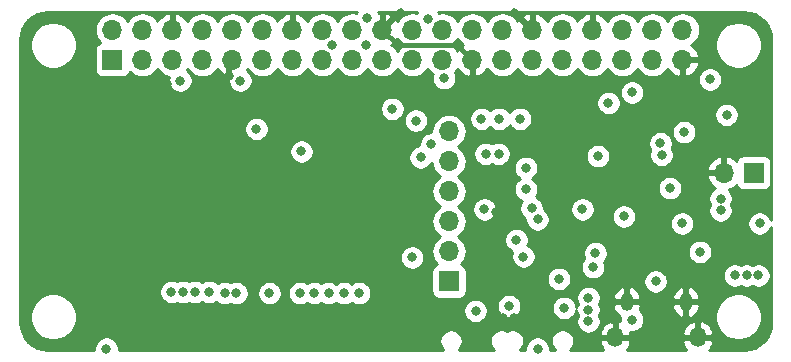
<source format=gbr>
G04 #@! TF.GenerationSoftware,KiCad,Pcbnew,5.0.2-bee76a0~70~ubuntu16.04.1*
G04 #@! TF.CreationDate,2019-08-20T13:37:51-04:00*
G04 #@! TF.ProjectId,ESP32-Zip,45535033-322d-45a6-9970-2e6b69636164,rev?*
G04 #@! TF.SameCoordinates,Original*
G04 #@! TF.FileFunction,Copper,L2,Inr*
G04 #@! TF.FilePolarity,Positive*
%FSLAX46Y46*%
G04 Gerber Fmt 4.6, Leading zero omitted, Abs format (unit mm)*
G04 Created by KiCad (PCBNEW 5.0.2-bee76a0~70~ubuntu16.04.1) date mar. 20 août 2019 13:37:51 EDT*
%MOMM*%
%LPD*%
G01*
G04 APERTURE LIST*
G04 #@! TA.AperFunction,ViaPad*
%ADD10R,1.700000X1.700000*%
G04 #@! TD*
G04 #@! TA.AperFunction,ViaPad*
%ADD11O,1.700000X1.700000*%
G04 #@! TD*
G04 #@! TA.AperFunction,ViaPad*
%ADD12O,1.350000X1.700000*%
G04 #@! TD*
G04 #@! TA.AperFunction,ViaPad*
%ADD13O,1.100000X1.500000*%
G04 #@! TD*
G04 #@! TA.AperFunction,ViaPad*
%ADD14C,0.800000*%
G04 #@! TD*
G04 #@! TA.AperFunction,Conductor*
%ADD15C,0.500000*%
G04 #@! TD*
G04 #@! TA.AperFunction,Conductor*
%ADD16C,0.400000*%
G04 #@! TD*
G04 #@! TA.AperFunction,Conductor*
%ADD17C,0.254000*%
G04 #@! TD*
G04 APERTURE END LIST*
D10*
G04 #@! TO.N,VBus*
G04 #@! TO.C,J4*
X109300000Y-64300000D03*
D11*
G04 #@! TO.N,GND*
X106760000Y-64300000D03*
G04 #@! TD*
D10*
G04 #@! TO.N,SD2*
G04 #@! TO.C,J3*
X83500000Y-73500000D03*
D11*
G04 #@! TO.N,SD3*
X83500000Y-70960000D03*
G04 #@! TO.N,CMD*
X83500000Y-68420000D03*
G04 #@! TO.N,SDCLK*
X83500000Y-65880000D03*
G04 #@! TO.N,SD0*
X83500000Y-63340000D03*
G04 #@! TO.N,SD1*
X83500000Y-60800000D03*
G04 #@! TD*
D12*
G04 #@! TO.N,GND*
G04 #@! TO.C,J1*
X104565000Y-78250000D03*
X97565000Y-78250000D03*
D13*
X103565000Y-75250000D03*
X98565000Y-75250000D03*
G04 #@! TD*
D10*
G04 #@! TO.N,VDD*
G04 #@! TO.C,J2*
X55000000Y-54750000D03*
D11*
X55000000Y-52210000D03*
G04 #@! TO.N,IO21*
X57540000Y-54750000D03*
G04 #@! TO.N,VDD*
X57540000Y-52210000D03*
G04 #@! TO.N,IO22*
X60080000Y-54750000D03*
G04 #@! TO.N,GND*
X60080000Y-52210000D03*
G04 #@! TO.N,IO23*
X62620000Y-54750000D03*
G04 #@! TO.N,TxD*
X62620000Y-52210000D03*
G04 #@! TO.N,GND*
X65160000Y-54750000D03*
G04 #@! TO.N,RxD*
X65160000Y-52210000D03*
G04 #@! TO.N,IO34*
X67700000Y-54750000D03*
G04 #@! TO.N,EN*
X67700000Y-52210000D03*
G04 #@! TO.N,IO35*
X70240000Y-54750000D03*
G04 #@! TO.N,GND*
X70240000Y-52210000D03*
G04 #@! TO.N,IO32*
X72780000Y-54750000D03*
G04 #@! TO.N,SENSOR_VN*
X72780000Y-52210000D03*
G04 #@! TO.N,VDD*
X75320000Y-54750000D03*
G04 #@! TO.N,SENSOR_VP*
X75320000Y-52210000D03*
G04 #@! TO.N,IO33*
X77860000Y-54750000D03*
G04 #@! TO.N,GND*
X77860000Y-52210000D03*
G04 #@! TO.N,IO25*
X80400000Y-54750000D03*
G04 #@! TO.N,IO19*
X80400000Y-52210000D03*
G04 #@! TO.N,IO26*
X82940000Y-54750000D03*
G04 #@! TO.N,IO18*
X82940000Y-52210000D03*
G04 #@! TO.N,GND*
X85480000Y-54750000D03*
G04 #@! TO.N,IO5*
X85480000Y-52210000D03*
G04 #@! TO.N,IO27*
X88020000Y-54750000D03*
G04 #@! TO.N,IO17*
X88020000Y-52210000D03*
G04 #@! TO.N,IO14*
X90560000Y-54750000D03*
G04 #@! TO.N,GND*
X90560000Y-52210000D03*
G04 #@! TO.N,IO12*
X93100000Y-54750000D03*
G04 #@! TO.N,IO16*
X93100000Y-52210000D03*
G04 #@! TO.N,IO4*
X95640000Y-54750000D03*
G04 #@! TO.N,GND*
X95640000Y-52210000D03*
G04 #@! TO.N,IO2*
X98180000Y-54750000D03*
G04 #@! TO.N,IO13*
X98180000Y-52210000D03*
G04 #@! TO.N,IO0*
X100720000Y-54750000D03*
G04 #@! TO.N,IO15*
X100720000Y-52210000D03*
G04 #@! TO.N,GND*
X103260000Y-54750000D03*
G04 #@! TO.N,VDD*
X103260000Y-52210000D03*
G04 #@! TD*
D14*
G04 #@! TO.N,GND*
X70000000Y-66750000D03*
X67500000Y-65500000D03*
X66250000Y-65500000D03*
X66250000Y-66500000D03*
X69500000Y-67750000D03*
X69500000Y-69000000D03*
X69500000Y-70250000D03*
X67750000Y-69500000D03*
X67750000Y-68250000D03*
X66750000Y-69250000D03*
X66750000Y-70250000D03*
G04 #@! TO.N,RTS*
X107000000Y-59400000D03*
G04 #@! TO.N,GND*
X64900000Y-56100000D03*
G04 #@! TO.N,IO23*
X60750000Y-56500000D03*
G04 #@! TO.N,GND*
X109200000Y-60400000D03*
G04 #@! TO.N,IO14*
X86600000Y-62700000D03*
G04 #@! TO.N,IO12*
X87700000Y-62700000D03*
G04 #@! TO.N,IO14*
X87750000Y-59750000D03*
G04 #@! TO.N,IO12*
X89500000Y-59750000D03*
G04 #@! TO.N,IO35*
X68300000Y-74500000D03*
G04 #@! TO.N,IO33*
X70900000Y-74500000D03*
G04 #@! TO.N,IO25*
X72100000Y-74500000D03*
G04 #@! TO.N,IO26*
X73300000Y-74500000D03*
G04 #@! TO.N,IO27*
X74600000Y-74500000D03*
G04 #@! TO.N,IO14*
X75900000Y-74500000D03*
G04 #@! TO.N,EN*
X63200000Y-74400000D03*
G04 #@! TO.N,VDD*
X88600000Y-75600000D03*
G04 #@! TO.N,GND*
X91000000Y-73800000D03*
X91000000Y-75000000D03*
G04 #@! TO.N,VDD*
X93250000Y-75750000D03*
G04 #@! TO.N,DTR*
X89800000Y-71400000D03*
G04 #@! TO.N,VDD*
X95700000Y-72300000D03*
G04 #@! TO.N,DTR*
X105600000Y-56400000D03*
G04 #@! TO.N,GND*
X76900000Y-72600000D03*
X87500000Y-67600000D03*
G04 #@! TO.N,IO15*
X81100000Y-63000000D03*
G04 #@! TO.N,IO2*
X82000000Y-61900000D03*
G04 #@! TO.N,IO19*
X76600000Y-51200000D03*
G04 #@! TO.N,IO32*
X71000000Y-62500000D03*
G04 #@! TO.N,IO35*
X73600000Y-53500000D03*
G04 #@! TO.N,SENSOR_VN*
X65500000Y-74500000D03*
G04 #@! TO.N,SENSOR_VP*
X64500000Y-74500000D03*
G04 #@! TO.N,VDD*
X96100000Y-62900000D03*
G04 #@! TO.N,RxD*
X67200000Y-60600000D03*
G04 #@! TO.N,EN*
X81700000Y-51250000D03*
G04 #@! TO.N,GND*
X59600000Y-56800000D03*
X59600000Y-57800000D03*
G04 #@! TO.N,VDD*
X101400000Y-61800000D03*
X107700000Y-73000000D03*
X103250000Y-68600000D03*
X108700000Y-73000000D03*
X109700000Y-73000000D03*
G04 #@! TO.N,GND*
X83200000Y-77500000D03*
X83200000Y-76600000D03*
X88100000Y-76600000D03*
X89000000Y-76600000D03*
X66100000Y-78700000D03*
X58300000Y-77600000D03*
X59200000Y-77600000D03*
G04 #@! TO.N,VBus*
X95300000Y-74900000D03*
X95300000Y-75900000D03*
X95300000Y-76900000D03*
G04 #@! TO.N,DTR*
X99000000Y-57500000D03*
G04 #@! TO.N,TxD*
X86250000Y-59750000D03*
G04 #@! TO.N,RTS*
X91000000Y-68250000D03*
X101500000Y-62800000D03*
G04 #@! TO.N,Net-(R3-Pad1)*
X98300000Y-68000000D03*
X90500000Y-67300000D03*
G04 #@! TO.N,RXT*
X90000000Y-63900000D03*
X94800000Y-67400000D03*
G04 #@! TO.N,Net-(R1-Pad2)*
X89200000Y-70000000D03*
X95900000Y-71100000D03*
G04 #@! TO.N,USB_DP*
X92800000Y-73300000D03*
G04 #@! TO.N,VDD*
X54500000Y-79200000D03*
X61000000Y-74400000D03*
X109800000Y-68600000D03*
G04 #@! TO.N,GND*
X96500000Y-70000000D03*
G04 #@! TO.N,VBus*
X104750000Y-71000000D03*
G04 #@! TO.N,GND*
X102500000Y-76750000D03*
X97500000Y-76750000D03*
X104900000Y-68800000D03*
G04 #@! TO.N,VDD*
X103400000Y-60875000D03*
X90000000Y-65700000D03*
X62000000Y-74400000D03*
X60000000Y-74400000D03*
G04 #@! TO.N,VBus*
X99000000Y-76750000D03*
G04 #@! TO.N,EN*
X91000000Y-79200000D03*
X102200000Y-65600000D03*
X78700020Y-58900020D03*
G04 #@! TO.N,IO0*
X97000000Y-58400000D03*
X85750000Y-76000000D03*
G04 #@! TO.N,USB_DP*
X101000000Y-73500000D03*
G04 #@! TO.N,RxD*
X65830000Y-56500000D03*
G04 #@! TO.N,IO18*
X76500000Y-53500000D03*
G04 #@! TO.N,IO27*
X83100000Y-56300000D03*
G04 #@! TO.N,IO17*
X80700000Y-59900000D03*
G04 #@! TO.N,IO12*
X86500000Y-67400000D03*
G04 #@! TO.N,IO13*
X80374999Y-71474999D03*
G04 #@! TO.N,Net-(JP3-Pad1)*
X106500000Y-67500000D03*
G04 #@! TO.N,Net-(D2-Pad2)*
X106500000Y-66500000D03*
G04 #@! TD*
D15*
G04 #@! TO.N,GND*
X64900000Y-55010000D02*
X65160000Y-54750000D01*
X64900000Y-56100000D02*
X64900000Y-55010000D01*
X89710001Y-51360001D02*
X90560000Y-52210000D01*
X88999999Y-50649999D02*
X89710001Y-51360001D01*
X77860000Y-52210000D02*
X79420001Y-50649999D01*
D16*
X84630001Y-53900001D02*
X85480000Y-54750000D01*
X84229999Y-53499999D02*
X84630001Y-53900001D01*
X79149999Y-53499999D02*
X84229999Y-53499999D01*
X77860000Y-52210000D02*
X79149999Y-53499999D01*
G04 #@! TD*
D17*
G04 #@! TO.N,GND*
G36*
X75661273Y-50761703D02*
X75611111Y-50746487D01*
X75392950Y-50725000D01*
X75247050Y-50725000D01*
X75028889Y-50746487D01*
X74748966Y-50831401D01*
X74490986Y-50969294D01*
X74264866Y-51154866D01*
X74079294Y-51380986D01*
X74050000Y-51435791D01*
X74020706Y-51380986D01*
X73835134Y-51154866D01*
X73609014Y-50969294D01*
X73351034Y-50831401D01*
X73071111Y-50746487D01*
X72852950Y-50725000D01*
X72707050Y-50725000D01*
X72488889Y-50746487D01*
X72208966Y-50831401D01*
X71950986Y-50969294D01*
X71724866Y-51154866D01*
X71539294Y-51380986D01*
X71504799Y-51445523D01*
X71435178Y-51328645D01*
X71240269Y-51112412D01*
X71006920Y-50938359D01*
X70744099Y-50813175D01*
X70596890Y-50768524D01*
X70367000Y-50889845D01*
X70367000Y-52083000D01*
X70387000Y-52083000D01*
X70387000Y-52337000D01*
X70367000Y-52337000D01*
X70367000Y-52357000D01*
X70113000Y-52357000D01*
X70113000Y-52337000D01*
X70093000Y-52337000D01*
X70093000Y-52083000D01*
X70113000Y-52083000D01*
X70113000Y-50889845D01*
X69883110Y-50768524D01*
X69735901Y-50813175D01*
X69473080Y-50938359D01*
X69239731Y-51112412D01*
X69044822Y-51328645D01*
X68975201Y-51445523D01*
X68940706Y-51380986D01*
X68755134Y-51154866D01*
X68529014Y-50969294D01*
X68271034Y-50831401D01*
X67991111Y-50746487D01*
X67772950Y-50725000D01*
X67627050Y-50725000D01*
X67408889Y-50746487D01*
X67128966Y-50831401D01*
X66870986Y-50969294D01*
X66644866Y-51154866D01*
X66459294Y-51380986D01*
X66430000Y-51435791D01*
X66400706Y-51380986D01*
X66215134Y-51154866D01*
X65989014Y-50969294D01*
X65731034Y-50831401D01*
X65451111Y-50746487D01*
X65232950Y-50725000D01*
X65087050Y-50725000D01*
X64868889Y-50746487D01*
X64588966Y-50831401D01*
X64330986Y-50969294D01*
X64104866Y-51154866D01*
X63919294Y-51380986D01*
X63890000Y-51435791D01*
X63860706Y-51380986D01*
X63675134Y-51154866D01*
X63449014Y-50969294D01*
X63191034Y-50831401D01*
X62911111Y-50746487D01*
X62692950Y-50725000D01*
X62547050Y-50725000D01*
X62328889Y-50746487D01*
X62048966Y-50831401D01*
X61790986Y-50969294D01*
X61564866Y-51154866D01*
X61379294Y-51380986D01*
X61344799Y-51445523D01*
X61275178Y-51328645D01*
X61080269Y-51112412D01*
X60846920Y-50938359D01*
X60584099Y-50813175D01*
X60436890Y-50768524D01*
X60207000Y-50889845D01*
X60207000Y-52083000D01*
X60227000Y-52083000D01*
X60227000Y-52337000D01*
X60207000Y-52337000D01*
X60207000Y-52357000D01*
X59953000Y-52357000D01*
X59953000Y-52337000D01*
X59933000Y-52337000D01*
X59933000Y-52083000D01*
X59953000Y-52083000D01*
X59953000Y-50889845D01*
X59723110Y-50768524D01*
X59575901Y-50813175D01*
X59313080Y-50938359D01*
X59079731Y-51112412D01*
X58884822Y-51328645D01*
X58815201Y-51445523D01*
X58780706Y-51380986D01*
X58595134Y-51154866D01*
X58369014Y-50969294D01*
X58111034Y-50831401D01*
X57831111Y-50746487D01*
X57612950Y-50725000D01*
X57467050Y-50725000D01*
X57248889Y-50746487D01*
X56968966Y-50831401D01*
X56710986Y-50969294D01*
X56484866Y-51154866D01*
X56299294Y-51380986D01*
X56270000Y-51435791D01*
X56240706Y-51380986D01*
X56055134Y-51154866D01*
X55829014Y-50969294D01*
X55571034Y-50831401D01*
X55291111Y-50746487D01*
X55072950Y-50725000D01*
X54927050Y-50725000D01*
X54708889Y-50746487D01*
X54428966Y-50831401D01*
X54170986Y-50969294D01*
X53944866Y-51154866D01*
X53759294Y-51380986D01*
X53621401Y-51638966D01*
X53536487Y-51918889D01*
X53507815Y-52210000D01*
X53536487Y-52501111D01*
X53621401Y-52781034D01*
X53759294Y-53039014D01*
X53944866Y-53265134D01*
X53974687Y-53289607D01*
X53905820Y-53310498D01*
X53795506Y-53369463D01*
X53698815Y-53448815D01*
X53619463Y-53545506D01*
X53560498Y-53655820D01*
X53524188Y-53775518D01*
X53511928Y-53900000D01*
X53511928Y-55600000D01*
X53524188Y-55724482D01*
X53560498Y-55844180D01*
X53619463Y-55954494D01*
X53698815Y-56051185D01*
X53795506Y-56130537D01*
X53905820Y-56189502D01*
X54025518Y-56225812D01*
X54150000Y-56238072D01*
X55850000Y-56238072D01*
X55974482Y-56225812D01*
X56094180Y-56189502D01*
X56204494Y-56130537D01*
X56301185Y-56051185D01*
X56380537Y-55954494D01*
X56439502Y-55844180D01*
X56460393Y-55775313D01*
X56484866Y-55805134D01*
X56710986Y-55990706D01*
X56968966Y-56128599D01*
X57248889Y-56213513D01*
X57467050Y-56235000D01*
X57612950Y-56235000D01*
X57831111Y-56213513D01*
X58111034Y-56128599D01*
X58369014Y-55990706D01*
X58595134Y-55805134D01*
X58780706Y-55579014D01*
X58810000Y-55524209D01*
X58839294Y-55579014D01*
X59024866Y-55805134D01*
X59250986Y-55990706D01*
X59508966Y-56128599D01*
X59753824Y-56202876D01*
X59715000Y-56398061D01*
X59715000Y-56601939D01*
X59754774Y-56801898D01*
X59832795Y-56990256D01*
X59946063Y-57159774D01*
X60090226Y-57303937D01*
X60259744Y-57417205D01*
X60448102Y-57495226D01*
X60648061Y-57535000D01*
X60851939Y-57535000D01*
X61051898Y-57495226D01*
X61240256Y-57417205D01*
X61409774Y-57303937D01*
X61553937Y-57159774D01*
X61667205Y-56990256D01*
X61745226Y-56801898D01*
X61785000Y-56601939D01*
X61785000Y-56398061D01*
X61745226Y-56198102D01*
X61667205Y-56009744D01*
X61553937Y-55840226D01*
X61409774Y-55696063D01*
X61290210Y-55616173D01*
X61320706Y-55579014D01*
X61350000Y-55524209D01*
X61379294Y-55579014D01*
X61564866Y-55805134D01*
X61790986Y-55990706D01*
X62048966Y-56128599D01*
X62328889Y-56213513D01*
X62547050Y-56235000D01*
X62692950Y-56235000D01*
X62911111Y-56213513D01*
X63191034Y-56128599D01*
X63449014Y-55990706D01*
X63675134Y-55805134D01*
X63860706Y-55579014D01*
X63895201Y-55514477D01*
X63964822Y-55631355D01*
X64159731Y-55847588D01*
X64393080Y-56021641D01*
X64655901Y-56146825D01*
X64803110Y-56191476D01*
X64847144Y-56168238D01*
X64834774Y-56198102D01*
X64795000Y-56398061D01*
X64795000Y-56601939D01*
X64834774Y-56801898D01*
X64912795Y-56990256D01*
X65026063Y-57159774D01*
X65170226Y-57303937D01*
X65339744Y-57417205D01*
X65528102Y-57495226D01*
X65728061Y-57535000D01*
X65931939Y-57535000D01*
X66131898Y-57495226D01*
X66320256Y-57417205D01*
X66489774Y-57303937D01*
X66633937Y-57159774D01*
X66747205Y-56990256D01*
X66825226Y-56801898D01*
X66865000Y-56601939D01*
X66865000Y-56398061D01*
X66825226Y-56198102D01*
X66747205Y-56009744D01*
X66633937Y-55840226D01*
X66489774Y-55696063D01*
X66365926Y-55613311D01*
X66424799Y-55514477D01*
X66459294Y-55579014D01*
X66644866Y-55805134D01*
X66870986Y-55990706D01*
X67128966Y-56128599D01*
X67408889Y-56213513D01*
X67627050Y-56235000D01*
X67772950Y-56235000D01*
X67991111Y-56213513D01*
X68271034Y-56128599D01*
X68529014Y-55990706D01*
X68755134Y-55805134D01*
X68940706Y-55579014D01*
X68970000Y-55524209D01*
X68999294Y-55579014D01*
X69184866Y-55805134D01*
X69410986Y-55990706D01*
X69668966Y-56128599D01*
X69948889Y-56213513D01*
X70167050Y-56235000D01*
X70312950Y-56235000D01*
X70531111Y-56213513D01*
X70811034Y-56128599D01*
X71069014Y-55990706D01*
X71295134Y-55805134D01*
X71480706Y-55579014D01*
X71510000Y-55524209D01*
X71539294Y-55579014D01*
X71724866Y-55805134D01*
X71950986Y-55990706D01*
X72208966Y-56128599D01*
X72488889Y-56213513D01*
X72707050Y-56235000D01*
X72852950Y-56235000D01*
X73071111Y-56213513D01*
X73351034Y-56128599D01*
X73609014Y-55990706D01*
X73835134Y-55805134D01*
X74020706Y-55579014D01*
X74050000Y-55524209D01*
X74079294Y-55579014D01*
X74264866Y-55805134D01*
X74490986Y-55990706D01*
X74748966Y-56128599D01*
X75028889Y-56213513D01*
X75247050Y-56235000D01*
X75392950Y-56235000D01*
X75611111Y-56213513D01*
X75891034Y-56128599D01*
X76149014Y-55990706D01*
X76375134Y-55805134D01*
X76560706Y-55579014D01*
X76590000Y-55524209D01*
X76619294Y-55579014D01*
X76804866Y-55805134D01*
X77030986Y-55990706D01*
X77288966Y-56128599D01*
X77568889Y-56213513D01*
X77787050Y-56235000D01*
X77932950Y-56235000D01*
X78151111Y-56213513D01*
X78431034Y-56128599D01*
X78689014Y-55990706D01*
X78915134Y-55805134D01*
X79100706Y-55579014D01*
X79130000Y-55524209D01*
X79159294Y-55579014D01*
X79344866Y-55805134D01*
X79570986Y-55990706D01*
X79828966Y-56128599D01*
X80108889Y-56213513D01*
X80327050Y-56235000D01*
X80472950Y-56235000D01*
X80691111Y-56213513D01*
X80971034Y-56128599D01*
X81229014Y-55990706D01*
X81455134Y-55805134D01*
X81640706Y-55579014D01*
X81670000Y-55524209D01*
X81699294Y-55579014D01*
X81884866Y-55805134D01*
X82108636Y-55988778D01*
X82104774Y-55998102D01*
X82065000Y-56198061D01*
X82065000Y-56401939D01*
X82104774Y-56601898D01*
X82182795Y-56790256D01*
X82296063Y-56959774D01*
X82440226Y-57103937D01*
X82609744Y-57217205D01*
X82798102Y-57295226D01*
X82998061Y-57335000D01*
X83201939Y-57335000D01*
X83401898Y-57295226D01*
X83590256Y-57217205D01*
X83759774Y-57103937D01*
X83903937Y-56959774D01*
X84017205Y-56790256D01*
X84095226Y-56601898D01*
X84135000Y-56401939D01*
X84135000Y-56298061D01*
X104565000Y-56298061D01*
X104565000Y-56501939D01*
X104604774Y-56701898D01*
X104682795Y-56890256D01*
X104796063Y-57059774D01*
X104940226Y-57203937D01*
X105109744Y-57317205D01*
X105298102Y-57395226D01*
X105498061Y-57435000D01*
X105701939Y-57435000D01*
X105901898Y-57395226D01*
X106090256Y-57317205D01*
X106259774Y-57203937D01*
X106403937Y-57059774D01*
X106517205Y-56890256D01*
X106595226Y-56701898D01*
X106635000Y-56501939D01*
X106635000Y-56298061D01*
X106595226Y-56098102D01*
X106517205Y-55909744D01*
X106403937Y-55740226D01*
X106259774Y-55596063D01*
X106090256Y-55482795D01*
X105901898Y-55404774D01*
X105701939Y-55365000D01*
X105498061Y-55365000D01*
X105298102Y-55404774D01*
X105109744Y-55482795D01*
X104940226Y-55596063D01*
X104796063Y-55740226D01*
X104682795Y-55909744D01*
X104604774Y-56098102D01*
X104565000Y-56298061D01*
X84135000Y-56298061D01*
X84135000Y-56198061D01*
X84095226Y-55998102D01*
X84017205Y-55809744D01*
X84005602Y-55792379D01*
X84180706Y-55579014D01*
X84215201Y-55514477D01*
X84284822Y-55631355D01*
X84479731Y-55847588D01*
X84713080Y-56021641D01*
X84975901Y-56146825D01*
X85123110Y-56191476D01*
X85353000Y-56070155D01*
X85353000Y-54877000D01*
X85333000Y-54877000D01*
X85333000Y-54623000D01*
X85353000Y-54623000D01*
X85353000Y-54603000D01*
X85607000Y-54603000D01*
X85607000Y-54623000D01*
X85627000Y-54623000D01*
X85627000Y-54877000D01*
X85607000Y-54877000D01*
X85607000Y-56070155D01*
X85836890Y-56191476D01*
X85984099Y-56146825D01*
X86246920Y-56021641D01*
X86480269Y-55847588D01*
X86675178Y-55631355D01*
X86744799Y-55514477D01*
X86779294Y-55579014D01*
X86964866Y-55805134D01*
X87190986Y-55990706D01*
X87448966Y-56128599D01*
X87728889Y-56213513D01*
X87947050Y-56235000D01*
X88092950Y-56235000D01*
X88311111Y-56213513D01*
X88591034Y-56128599D01*
X88849014Y-55990706D01*
X89075134Y-55805134D01*
X89260706Y-55579014D01*
X89290000Y-55524209D01*
X89319294Y-55579014D01*
X89504866Y-55805134D01*
X89730986Y-55990706D01*
X89988966Y-56128599D01*
X90268889Y-56213513D01*
X90487050Y-56235000D01*
X90632950Y-56235000D01*
X90851111Y-56213513D01*
X91131034Y-56128599D01*
X91389014Y-55990706D01*
X91615134Y-55805134D01*
X91800706Y-55579014D01*
X91830000Y-55524209D01*
X91859294Y-55579014D01*
X92044866Y-55805134D01*
X92270986Y-55990706D01*
X92528966Y-56128599D01*
X92808889Y-56213513D01*
X93027050Y-56235000D01*
X93172950Y-56235000D01*
X93391111Y-56213513D01*
X93671034Y-56128599D01*
X93929014Y-55990706D01*
X94155134Y-55805134D01*
X94340706Y-55579014D01*
X94370000Y-55524209D01*
X94399294Y-55579014D01*
X94584866Y-55805134D01*
X94810986Y-55990706D01*
X95068966Y-56128599D01*
X95348889Y-56213513D01*
X95567050Y-56235000D01*
X95712950Y-56235000D01*
X95931111Y-56213513D01*
X96211034Y-56128599D01*
X96469014Y-55990706D01*
X96695134Y-55805134D01*
X96880706Y-55579014D01*
X96910000Y-55524209D01*
X96939294Y-55579014D01*
X97124866Y-55805134D01*
X97350986Y-55990706D01*
X97608966Y-56128599D01*
X97888889Y-56213513D01*
X98107050Y-56235000D01*
X98252950Y-56235000D01*
X98471111Y-56213513D01*
X98751034Y-56128599D01*
X99009014Y-55990706D01*
X99235134Y-55805134D01*
X99420706Y-55579014D01*
X99450000Y-55524209D01*
X99479294Y-55579014D01*
X99664866Y-55805134D01*
X99890986Y-55990706D01*
X100148966Y-56128599D01*
X100428889Y-56213513D01*
X100647050Y-56235000D01*
X100792950Y-56235000D01*
X101011111Y-56213513D01*
X101291034Y-56128599D01*
X101549014Y-55990706D01*
X101775134Y-55805134D01*
X101960706Y-55579014D01*
X101995201Y-55514477D01*
X102064822Y-55631355D01*
X102259731Y-55847588D01*
X102493080Y-56021641D01*
X102755901Y-56146825D01*
X102903110Y-56191476D01*
X103133000Y-56070155D01*
X103133000Y-54877000D01*
X103387000Y-54877000D01*
X103387000Y-56070155D01*
X103616890Y-56191476D01*
X103764099Y-56146825D01*
X104026920Y-56021641D01*
X104260269Y-55847588D01*
X104455178Y-55631355D01*
X104604157Y-55381252D01*
X104701481Y-55106891D01*
X104580814Y-54877000D01*
X103387000Y-54877000D01*
X103133000Y-54877000D01*
X103113000Y-54877000D01*
X103113000Y-54623000D01*
X103133000Y-54623000D01*
X103133000Y-54603000D01*
X103387000Y-54603000D01*
X103387000Y-54623000D01*
X104580814Y-54623000D01*
X104701481Y-54393109D01*
X104604157Y-54118748D01*
X104455178Y-53868645D01*
X104260269Y-53652412D01*
X104031244Y-53481584D01*
X104089014Y-53450706D01*
X104267172Y-53304495D01*
X106015000Y-53304495D01*
X106015000Y-53695505D01*
X106091282Y-54079003D01*
X106240915Y-54440250D01*
X106458149Y-54765364D01*
X106734636Y-55041851D01*
X107059750Y-55259085D01*
X107420997Y-55408718D01*
X107804495Y-55485000D01*
X108195505Y-55485000D01*
X108579003Y-55408718D01*
X108940250Y-55259085D01*
X109265364Y-55041851D01*
X109541851Y-54765364D01*
X109759085Y-54440250D01*
X109908718Y-54079003D01*
X109985000Y-53695505D01*
X109985000Y-53304495D01*
X109908718Y-52920997D01*
X109759085Y-52559750D01*
X109541851Y-52234636D01*
X109265364Y-51958149D01*
X108940250Y-51740915D01*
X108579003Y-51591282D01*
X108195505Y-51515000D01*
X107804495Y-51515000D01*
X107420997Y-51591282D01*
X107059750Y-51740915D01*
X106734636Y-51958149D01*
X106458149Y-52234636D01*
X106240915Y-52559750D01*
X106091282Y-52920997D01*
X106015000Y-53304495D01*
X104267172Y-53304495D01*
X104315134Y-53265134D01*
X104500706Y-53039014D01*
X104638599Y-52781034D01*
X104723513Y-52501111D01*
X104752185Y-52210000D01*
X104723513Y-51918889D01*
X104638599Y-51638966D01*
X104500706Y-51380986D01*
X104315134Y-51154866D01*
X104089014Y-50969294D01*
X103831034Y-50831401D01*
X103551111Y-50746487D01*
X103332950Y-50725000D01*
X103187050Y-50725000D01*
X102968889Y-50746487D01*
X102688966Y-50831401D01*
X102430986Y-50969294D01*
X102204866Y-51154866D01*
X102019294Y-51380986D01*
X101990000Y-51435791D01*
X101960706Y-51380986D01*
X101775134Y-51154866D01*
X101549014Y-50969294D01*
X101291034Y-50831401D01*
X101011111Y-50746487D01*
X100792950Y-50725000D01*
X100647050Y-50725000D01*
X100428889Y-50746487D01*
X100148966Y-50831401D01*
X99890986Y-50969294D01*
X99664866Y-51154866D01*
X99479294Y-51380986D01*
X99450000Y-51435791D01*
X99420706Y-51380986D01*
X99235134Y-51154866D01*
X99009014Y-50969294D01*
X98751034Y-50831401D01*
X98471111Y-50746487D01*
X98252950Y-50725000D01*
X98107050Y-50725000D01*
X97888889Y-50746487D01*
X97608966Y-50831401D01*
X97350986Y-50969294D01*
X97124866Y-51154866D01*
X96939294Y-51380986D01*
X96904799Y-51445523D01*
X96835178Y-51328645D01*
X96640269Y-51112412D01*
X96406920Y-50938359D01*
X96144099Y-50813175D01*
X95996890Y-50768524D01*
X95767000Y-50889845D01*
X95767000Y-52083000D01*
X95787000Y-52083000D01*
X95787000Y-52337000D01*
X95767000Y-52337000D01*
X95767000Y-52357000D01*
X95513000Y-52357000D01*
X95513000Y-52337000D01*
X95493000Y-52337000D01*
X95493000Y-52083000D01*
X95513000Y-52083000D01*
X95513000Y-50889845D01*
X95283110Y-50768524D01*
X95135901Y-50813175D01*
X94873080Y-50938359D01*
X94639731Y-51112412D01*
X94444822Y-51328645D01*
X94375201Y-51445523D01*
X94340706Y-51380986D01*
X94155134Y-51154866D01*
X93929014Y-50969294D01*
X93671034Y-50831401D01*
X93391111Y-50746487D01*
X93172950Y-50725000D01*
X93027050Y-50725000D01*
X92808889Y-50746487D01*
X92528966Y-50831401D01*
X92270986Y-50969294D01*
X92044866Y-51154866D01*
X91859294Y-51380986D01*
X91824799Y-51445523D01*
X91755178Y-51328645D01*
X91560269Y-51112412D01*
X91326920Y-50938359D01*
X91064099Y-50813175D01*
X90916890Y-50768524D01*
X90687000Y-50889845D01*
X90687000Y-52083000D01*
X90707000Y-52083000D01*
X90707000Y-52337000D01*
X90687000Y-52337000D01*
X90687000Y-52357000D01*
X90433000Y-52357000D01*
X90433000Y-52337000D01*
X90413000Y-52337000D01*
X90413000Y-52083000D01*
X90433000Y-52083000D01*
X90433000Y-50889845D01*
X90203110Y-50768524D01*
X90055901Y-50813175D01*
X89793080Y-50938359D01*
X89559731Y-51112412D01*
X89364822Y-51328645D01*
X89295201Y-51445523D01*
X89260706Y-51380986D01*
X89075134Y-51154866D01*
X88849014Y-50969294D01*
X88591034Y-50831401D01*
X88311111Y-50746487D01*
X88092950Y-50725000D01*
X87947050Y-50725000D01*
X87728889Y-50746487D01*
X87448966Y-50831401D01*
X87190986Y-50969294D01*
X86964866Y-51154866D01*
X86779294Y-51380986D01*
X86750000Y-51435791D01*
X86720706Y-51380986D01*
X86535134Y-51154866D01*
X86309014Y-50969294D01*
X86051034Y-50831401D01*
X85771111Y-50746487D01*
X85552950Y-50725000D01*
X85407050Y-50725000D01*
X85188889Y-50746487D01*
X84908966Y-50831401D01*
X84650986Y-50969294D01*
X84424866Y-51154866D01*
X84239294Y-51380986D01*
X84210000Y-51435791D01*
X84180706Y-51380986D01*
X83995134Y-51154866D01*
X83769014Y-50969294D01*
X83511034Y-50831401D01*
X83231111Y-50746487D01*
X83012950Y-50725000D01*
X82867050Y-50725000D01*
X82648889Y-50746487D01*
X82615180Y-50756713D01*
X82583967Y-50710000D01*
X108465279Y-50710000D01*
X108944134Y-50756953D01*
X109371355Y-50885938D01*
X109765384Y-51095446D01*
X110111214Y-51377499D01*
X110395673Y-51721351D01*
X110607929Y-52113910D01*
X110739892Y-52540213D01*
X110790000Y-53016964D01*
X110790001Y-68285487D01*
X110717205Y-68109744D01*
X110603937Y-67940226D01*
X110459774Y-67796063D01*
X110290256Y-67682795D01*
X110101898Y-67604774D01*
X109901939Y-67565000D01*
X109698061Y-67565000D01*
X109498102Y-67604774D01*
X109309744Y-67682795D01*
X109140226Y-67796063D01*
X108996063Y-67940226D01*
X108882795Y-68109744D01*
X108804774Y-68298102D01*
X108765000Y-68498061D01*
X108765000Y-68701939D01*
X108804774Y-68901898D01*
X108882795Y-69090256D01*
X108996063Y-69259774D01*
X109140226Y-69403937D01*
X109309744Y-69517205D01*
X109498102Y-69595226D01*
X109698061Y-69635000D01*
X109901939Y-69635000D01*
X110101898Y-69595226D01*
X110290256Y-69517205D01*
X110459774Y-69403937D01*
X110603937Y-69259774D01*
X110717205Y-69090256D01*
X110790001Y-68914513D01*
X110790001Y-76965269D01*
X110743048Y-77444133D01*
X110614063Y-77871353D01*
X110404554Y-78265384D01*
X110122501Y-78611214D01*
X109778651Y-78895672D01*
X109386093Y-79107927D01*
X108959788Y-79239891D01*
X108483036Y-79290000D01*
X105551377Y-79290000D01*
X105561250Y-79280559D01*
X105709019Y-79069761D01*
X105812824Y-78834185D01*
X105868675Y-78582884D01*
X105718573Y-78377000D01*
X104692000Y-78377000D01*
X104692000Y-78397000D01*
X104438000Y-78397000D01*
X104438000Y-78377000D01*
X103411427Y-78377000D01*
X103261325Y-78582884D01*
X103317176Y-78834185D01*
X103420981Y-79069761D01*
X103568750Y-79280559D01*
X103578623Y-79290000D01*
X98551377Y-79290000D01*
X98561250Y-79280559D01*
X98709019Y-79069761D01*
X98812824Y-78834185D01*
X98868675Y-78582884D01*
X98718573Y-78377000D01*
X97692000Y-78377000D01*
X97692000Y-78397000D01*
X97438000Y-78397000D01*
X97438000Y-78377000D01*
X96411427Y-78377000D01*
X96261325Y-78582884D01*
X96317176Y-78834185D01*
X96420981Y-79069761D01*
X96568750Y-79280559D01*
X96578623Y-79290000D01*
X93778000Y-79290000D01*
X93890099Y-79177901D01*
X93997896Y-79016572D01*
X94072147Y-78837314D01*
X94110000Y-78647014D01*
X94110000Y-78452986D01*
X94072147Y-78262686D01*
X93997896Y-78083428D01*
X93890099Y-77922099D01*
X93752901Y-77784901D01*
X93591572Y-77677104D01*
X93412314Y-77602853D01*
X93222014Y-77565000D01*
X93027986Y-77565000D01*
X92837686Y-77602853D01*
X92658428Y-77677104D01*
X92497099Y-77784901D01*
X92359901Y-77922099D01*
X92252104Y-78083428D01*
X92177853Y-78262686D01*
X92140000Y-78452986D01*
X92140000Y-78647014D01*
X92177853Y-78837314D01*
X92252104Y-79016572D01*
X92359901Y-79177901D01*
X92472000Y-79290000D01*
X92035000Y-79290000D01*
X92035000Y-79098061D01*
X91995226Y-78898102D01*
X91917205Y-78709744D01*
X91803937Y-78540226D01*
X91659774Y-78396063D01*
X91490256Y-78282795D01*
X91301898Y-78204774D01*
X91101939Y-78165000D01*
X90898061Y-78165000D01*
X90698102Y-78204774D01*
X90509744Y-78282795D01*
X90340226Y-78396063D01*
X90196063Y-78540226D01*
X90082795Y-78709744D01*
X90004774Y-78898102D01*
X89965000Y-79098061D01*
X89965000Y-79290000D01*
X89528000Y-79290000D01*
X89640099Y-79177901D01*
X89747896Y-79016572D01*
X89822147Y-78837314D01*
X89860000Y-78647014D01*
X89860000Y-78452986D01*
X89822147Y-78262686D01*
X89747896Y-78083428D01*
X89640099Y-77922099D01*
X89502901Y-77784901D01*
X89341572Y-77677104D01*
X89162314Y-77602853D01*
X88972014Y-77565000D01*
X88777986Y-77565000D01*
X88587686Y-77602853D01*
X88408428Y-77677104D01*
X88400000Y-77682735D01*
X88391572Y-77677104D01*
X88212314Y-77602853D01*
X88022014Y-77565000D01*
X87827986Y-77565000D01*
X87637686Y-77602853D01*
X87458428Y-77677104D01*
X87297099Y-77784901D01*
X87159901Y-77922099D01*
X87052104Y-78083428D01*
X86977853Y-78262686D01*
X86940000Y-78452986D01*
X86940000Y-78647014D01*
X86977853Y-78837314D01*
X87052104Y-79016572D01*
X87159901Y-79177901D01*
X87272000Y-79290000D01*
X84328000Y-79290000D01*
X84440099Y-79177901D01*
X84547896Y-79016572D01*
X84622147Y-78837314D01*
X84660000Y-78647014D01*
X84660000Y-78452986D01*
X84622147Y-78262686D01*
X84547896Y-78083428D01*
X84440099Y-77922099D01*
X84302901Y-77784901D01*
X84141572Y-77677104D01*
X83962314Y-77602853D01*
X83772014Y-77565000D01*
X83577986Y-77565000D01*
X83387686Y-77602853D01*
X83208428Y-77677104D01*
X83047099Y-77784901D01*
X82909901Y-77922099D01*
X82802104Y-78083428D01*
X82727853Y-78262686D01*
X82690000Y-78452986D01*
X82690000Y-78647014D01*
X82727853Y-78837314D01*
X82802104Y-79016572D01*
X82909901Y-79177901D01*
X83022000Y-79290000D01*
X55535000Y-79290000D01*
X55535000Y-79098061D01*
X55495226Y-78898102D01*
X55417205Y-78709744D01*
X55303937Y-78540226D01*
X55159774Y-78396063D01*
X54990256Y-78282795D01*
X54801898Y-78204774D01*
X54601939Y-78165000D01*
X54398061Y-78165000D01*
X54198102Y-78204774D01*
X54009744Y-78282795D01*
X53840226Y-78396063D01*
X53696063Y-78540226D01*
X53582795Y-78709744D01*
X53504774Y-78898102D01*
X53465000Y-79098061D01*
X53465000Y-79290000D01*
X49534721Y-79290000D01*
X49055867Y-79243048D01*
X48628647Y-79114063D01*
X48234616Y-78904554D01*
X47888786Y-78622501D01*
X47604328Y-78278651D01*
X47392073Y-77886093D01*
X47260109Y-77459788D01*
X47210000Y-76983036D01*
X47210000Y-76304495D01*
X48015000Y-76304495D01*
X48015000Y-76695505D01*
X48091282Y-77079003D01*
X48240915Y-77440250D01*
X48458149Y-77765364D01*
X48734636Y-78041851D01*
X49059750Y-78259085D01*
X49420997Y-78408718D01*
X49804495Y-78485000D01*
X50195505Y-78485000D01*
X50579003Y-78408718D01*
X50940250Y-78259085D01*
X51265364Y-78041851D01*
X51541851Y-77765364D01*
X51759085Y-77440250D01*
X51908718Y-77079003D01*
X51985000Y-76695505D01*
X51985000Y-76304495D01*
X51908718Y-75920997D01*
X51899218Y-75898061D01*
X84715000Y-75898061D01*
X84715000Y-76101939D01*
X84754774Y-76301898D01*
X84832795Y-76490256D01*
X84946063Y-76659774D01*
X85090226Y-76803937D01*
X85259744Y-76917205D01*
X85448102Y-76995226D01*
X85648061Y-77035000D01*
X85851939Y-77035000D01*
X86051898Y-76995226D01*
X86240256Y-76917205D01*
X86409774Y-76803937D01*
X86553937Y-76659774D01*
X86667205Y-76490256D01*
X86745226Y-76301898D01*
X86785000Y-76101939D01*
X86785000Y-75898061D01*
X86745226Y-75698102D01*
X86667205Y-75509744D01*
X86659399Y-75498061D01*
X87565000Y-75498061D01*
X87565000Y-75701939D01*
X87604774Y-75901898D01*
X87682795Y-76090256D01*
X87796063Y-76259774D01*
X87940226Y-76403937D01*
X88109744Y-76517205D01*
X88298102Y-76595226D01*
X88498061Y-76635000D01*
X88701939Y-76635000D01*
X88901898Y-76595226D01*
X89090256Y-76517205D01*
X89259774Y-76403937D01*
X89403937Y-76259774D01*
X89517205Y-76090256D01*
X89595226Y-75901898D01*
X89635000Y-75701939D01*
X89635000Y-75648061D01*
X92215000Y-75648061D01*
X92215000Y-75851939D01*
X92254774Y-76051898D01*
X92332795Y-76240256D01*
X92446063Y-76409774D01*
X92590226Y-76553937D01*
X92759744Y-76667205D01*
X92948102Y-76745226D01*
X93148061Y-76785000D01*
X93351939Y-76785000D01*
X93551898Y-76745226D01*
X93740256Y-76667205D01*
X93909774Y-76553937D01*
X94053937Y-76409774D01*
X94167205Y-76240256D01*
X94245226Y-76051898D01*
X94265000Y-75952487D01*
X94265000Y-76001939D01*
X94304774Y-76201898D01*
X94382795Y-76390256D01*
X94389306Y-76400000D01*
X94382795Y-76409744D01*
X94304774Y-76598102D01*
X94265000Y-76798061D01*
X94265000Y-77001939D01*
X94304774Y-77201898D01*
X94382795Y-77390256D01*
X94496063Y-77559774D01*
X94640226Y-77703937D01*
X94809744Y-77817205D01*
X94998102Y-77895226D01*
X95198061Y-77935000D01*
X95401939Y-77935000D01*
X95491848Y-77917116D01*
X96261325Y-77917116D01*
X96411427Y-78123000D01*
X97438000Y-78123000D01*
X97438000Y-76930776D01*
X97235600Y-76807090D01*
X97211971Y-76810143D01*
X96971993Y-76903319D01*
X96754804Y-77041522D01*
X96568750Y-77219441D01*
X96420981Y-77430239D01*
X96317176Y-77665815D01*
X96261325Y-77917116D01*
X95491848Y-77917116D01*
X95601898Y-77895226D01*
X95790256Y-77817205D01*
X95959774Y-77703937D01*
X96103937Y-77559774D01*
X96217205Y-77390256D01*
X96295226Y-77201898D01*
X96335000Y-77001939D01*
X96335000Y-76798061D01*
X96295226Y-76598102D01*
X96217205Y-76409744D01*
X96210694Y-76400000D01*
X96217205Y-76390256D01*
X96295226Y-76201898D01*
X96335000Y-76001939D01*
X96335000Y-75798061D01*
X96295226Y-75598102D01*
X96281053Y-75563884D01*
X97379316Y-75563884D01*
X97424316Y-75793011D01*
X97513152Y-76008957D01*
X97642410Y-76203422D01*
X97807123Y-76368934D01*
X97995371Y-76495376D01*
X97965000Y-76648061D01*
X97965000Y-76828380D01*
X97918029Y-76810143D01*
X97894400Y-76807090D01*
X97692000Y-76930776D01*
X97692000Y-78123000D01*
X98718573Y-78123000D01*
X98868675Y-77917116D01*
X103261325Y-77917116D01*
X103411427Y-78123000D01*
X104438000Y-78123000D01*
X104438000Y-76930776D01*
X104692000Y-76930776D01*
X104692000Y-78123000D01*
X105718573Y-78123000D01*
X105868675Y-77917116D01*
X105812824Y-77665815D01*
X105709019Y-77430239D01*
X105561250Y-77219441D01*
X105375196Y-77041522D01*
X105158007Y-76903319D01*
X104918029Y-76810143D01*
X104894400Y-76807090D01*
X104692000Y-76930776D01*
X104438000Y-76930776D01*
X104235600Y-76807090D01*
X104211971Y-76810143D01*
X103971993Y-76903319D01*
X103754804Y-77041522D01*
X103568750Y-77219441D01*
X103420981Y-77430239D01*
X103317176Y-77665815D01*
X103261325Y-77917116D01*
X98868675Y-77917116D01*
X98836595Y-77772774D01*
X98898061Y-77785000D01*
X99101939Y-77785000D01*
X99301898Y-77745226D01*
X99490256Y-77667205D01*
X99659774Y-77553937D01*
X99803937Y-77409774D01*
X99917205Y-77240256D01*
X99995226Y-77051898D01*
X100035000Y-76851939D01*
X100035000Y-76648061D01*
X99995226Y-76448102D01*
X99917205Y-76259744D01*
X99803937Y-76090226D01*
X99659774Y-75946063D01*
X99646398Y-75937126D01*
X99705684Y-75793011D01*
X99750684Y-75563884D01*
X102379316Y-75563884D01*
X102424316Y-75793011D01*
X102513152Y-76008957D01*
X102642410Y-76203422D01*
X102807123Y-76368934D01*
X103000961Y-76499131D01*
X103216474Y-76589011D01*
X103255256Y-76593803D01*
X103438000Y-76468361D01*
X103438000Y-75377000D01*
X103692000Y-75377000D01*
X103692000Y-76468361D01*
X103874744Y-76593803D01*
X103913526Y-76589011D01*
X104129039Y-76499131D01*
X104322877Y-76368934D01*
X104387004Y-76304495D01*
X106015000Y-76304495D01*
X106015000Y-76695505D01*
X106091282Y-77079003D01*
X106240915Y-77440250D01*
X106458149Y-77765364D01*
X106734636Y-78041851D01*
X107059750Y-78259085D01*
X107420997Y-78408718D01*
X107804495Y-78485000D01*
X108195505Y-78485000D01*
X108579003Y-78408718D01*
X108940250Y-78259085D01*
X109265364Y-78041851D01*
X109541851Y-77765364D01*
X109759085Y-77440250D01*
X109908718Y-77079003D01*
X109985000Y-76695505D01*
X109985000Y-76304495D01*
X109908718Y-75920997D01*
X109759085Y-75559750D01*
X109541851Y-75234636D01*
X109265364Y-74958149D01*
X108940250Y-74740915D01*
X108579003Y-74591282D01*
X108195505Y-74515000D01*
X107804495Y-74515000D01*
X107420997Y-74591282D01*
X107059750Y-74740915D01*
X106734636Y-74958149D01*
X106458149Y-75234636D01*
X106240915Y-75559750D01*
X106091282Y-75920997D01*
X106015000Y-76304495D01*
X104387004Y-76304495D01*
X104487590Y-76203422D01*
X104616848Y-76008957D01*
X104705684Y-75793011D01*
X104750684Y-75563884D01*
X104595152Y-75377000D01*
X103692000Y-75377000D01*
X103438000Y-75377000D01*
X102534848Y-75377000D01*
X102379316Y-75563884D01*
X99750684Y-75563884D01*
X99595152Y-75377000D01*
X98692000Y-75377000D01*
X98692000Y-75397000D01*
X98438000Y-75397000D01*
X98438000Y-75377000D01*
X97534848Y-75377000D01*
X97379316Y-75563884D01*
X96281053Y-75563884D01*
X96217205Y-75409744D01*
X96210694Y-75400000D01*
X96217205Y-75390256D01*
X96295226Y-75201898D01*
X96335000Y-75001939D01*
X96335000Y-74936116D01*
X97379316Y-74936116D01*
X97534848Y-75123000D01*
X98438000Y-75123000D01*
X98438000Y-74031639D01*
X98692000Y-74031639D01*
X98692000Y-75123000D01*
X99595152Y-75123000D01*
X99750684Y-74936116D01*
X102379316Y-74936116D01*
X102534848Y-75123000D01*
X103438000Y-75123000D01*
X103438000Y-74031639D01*
X103692000Y-74031639D01*
X103692000Y-75123000D01*
X104595152Y-75123000D01*
X104750684Y-74936116D01*
X104705684Y-74706989D01*
X104616848Y-74491043D01*
X104487590Y-74296578D01*
X104322877Y-74131066D01*
X104129039Y-74000869D01*
X103913526Y-73910989D01*
X103874744Y-73906197D01*
X103692000Y-74031639D01*
X103438000Y-74031639D01*
X103255256Y-73906197D01*
X103216474Y-73910989D01*
X103000961Y-74000869D01*
X102807123Y-74131066D01*
X102642410Y-74296578D01*
X102513152Y-74491043D01*
X102424316Y-74706989D01*
X102379316Y-74936116D01*
X99750684Y-74936116D01*
X99705684Y-74706989D01*
X99616848Y-74491043D01*
X99487590Y-74296578D01*
X99322877Y-74131066D01*
X99129039Y-74000869D01*
X98913526Y-73910989D01*
X98874744Y-73906197D01*
X98692000Y-74031639D01*
X98438000Y-74031639D01*
X98255256Y-73906197D01*
X98216474Y-73910989D01*
X98000961Y-74000869D01*
X97807123Y-74131066D01*
X97642410Y-74296578D01*
X97513152Y-74491043D01*
X97424316Y-74706989D01*
X97379316Y-74936116D01*
X96335000Y-74936116D01*
X96335000Y-74798061D01*
X96295226Y-74598102D01*
X96217205Y-74409744D01*
X96103937Y-74240226D01*
X95959774Y-74096063D01*
X95790256Y-73982795D01*
X95601898Y-73904774D01*
X95401939Y-73865000D01*
X95198061Y-73865000D01*
X94998102Y-73904774D01*
X94809744Y-73982795D01*
X94640226Y-74096063D01*
X94496063Y-74240226D01*
X94382795Y-74409744D01*
X94304774Y-74598102D01*
X94265000Y-74798061D01*
X94265000Y-75001939D01*
X94304774Y-75201898D01*
X94382795Y-75390256D01*
X94389306Y-75400000D01*
X94382795Y-75409744D01*
X94304774Y-75598102D01*
X94285000Y-75697513D01*
X94285000Y-75648061D01*
X94245226Y-75448102D01*
X94167205Y-75259744D01*
X94053937Y-75090226D01*
X93909774Y-74946063D01*
X93740256Y-74832795D01*
X93551898Y-74754774D01*
X93351939Y-74715000D01*
X93148061Y-74715000D01*
X92948102Y-74754774D01*
X92759744Y-74832795D01*
X92590226Y-74946063D01*
X92446063Y-75090226D01*
X92332795Y-75259744D01*
X92254774Y-75448102D01*
X92215000Y-75648061D01*
X89635000Y-75648061D01*
X89635000Y-75498061D01*
X89595226Y-75298102D01*
X89517205Y-75109744D01*
X89403937Y-74940226D01*
X89259774Y-74796063D01*
X89090256Y-74682795D01*
X88901898Y-74604774D01*
X88701939Y-74565000D01*
X88498061Y-74565000D01*
X88298102Y-74604774D01*
X88109744Y-74682795D01*
X87940226Y-74796063D01*
X87796063Y-74940226D01*
X87682795Y-75109744D01*
X87604774Y-75298102D01*
X87565000Y-75498061D01*
X86659399Y-75498061D01*
X86553937Y-75340226D01*
X86409774Y-75196063D01*
X86240256Y-75082795D01*
X86051898Y-75004774D01*
X85851939Y-74965000D01*
X85648061Y-74965000D01*
X85448102Y-75004774D01*
X85259744Y-75082795D01*
X85090226Y-75196063D01*
X84946063Y-75340226D01*
X84832795Y-75509744D01*
X84754774Y-75698102D01*
X84715000Y-75898061D01*
X51899218Y-75898061D01*
X51759085Y-75559750D01*
X51541851Y-75234636D01*
X51265364Y-74958149D01*
X50940250Y-74740915D01*
X50579003Y-74591282D01*
X50195505Y-74515000D01*
X49804495Y-74515000D01*
X49420997Y-74591282D01*
X49059750Y-74740915D01*
X48734636Y-74958149D01*
X48458149Y-75234636D01*
X48240915Y-75559750D01*
X48091282Y-75920997D01*
X48015000Y-76304495D01*
X47210000Y-76304495D01*
X47210000Y-74298061D01*
X58965000Y-74298061D01*
X58965000Y-74501939D01*
X59004774Y-74701898D01*
X59082795Y-74890256D01*
X59196063Y-75059774D01*
X59340226Y-75203937D01*
X59509744Y-75317205D01*
X59698102Y-75395226D01*
X59898061Y-75435000D01*
X60101939Y-75435000D01*
X60301898Y-75395226D01*
X60490256Y-75317205D01*
X60500000Y-75310694D01*
X60509744Y-75317205D01*
X60698102Y-75395226D01*
X60898061Y-75435000D01*
X61101939Y-75435000D01*
X61301898Y-75395226D01*
X61490256Y-75317205D01*
X61500000Y-75310694D01*
X61509744Y-75317205D01*
X61698102Y-75395226D01*
X61898061Y-75435000D01*
X62101939Y-75435000D01*
X62301898Y-75395226D01*
X62490256Y-75317205D01*
X62600000Y-75243877D01*
X62709744Y-75317205D01*
X62898102Y-75395226D01*
X63098061Y-75435000D01*
X63301939Y-75435000D01*
X63501898Y-75395226D01*
X63690256Y-75317205D01*
X63788110Y-75251821D01*
X63840226Y-75303937D01*
X64009744Y-75417205D01*
X64198102Y-75495226D01*
X64398061Y-75535000D01*
X64601939Y-75535000D01*
X64801898Y-75495226D01*
X64990256Y-75417205D01*
X65000000Y-75410694D01*
X65009744Y-75417205D01*
X65198102Y-75495226D01*
X65398061Y-75535000D01*
X65601939Y-75535000D01*
X65801898Y-75495226D01*
X65990256Y-75417205D01*
X66159774Y-75303937D01*
X66303937Y-75159774D01*
X66417205Y-74990256D01*
X66495226Y-74801898D01*
X66535000Y-74601939D01*
X66535000Y-74398061D01*
X67265000Y-74398061D01*
X67265000Y-74601939D01*
X67304774Y-74801898D01*
X67382795Y-74990256D01*
X67496063Y-75159774D01*
X67640226Y-75303937D01*
X67809744Y-75417205D01*
X67998102Y-75495226D01*
X68198061Y-75535000D01*
X68401939Y-75535000D01*
X68601898Y-75495226D01*
X68790256Y-75417205D01*
X68959774Y-75303937D01*
X69103937Y-75159774D01*
X69217205Y-74990256D01*
X69295226Y-74801898D01*
X69335000Y-74601939D01*
X69335000Y-74398061D01*
X69865000Y-74398061D01*
X69865000Y-74601939D01*
X69904774Y-74801898D01*
X69982795Y-74990256D01*
X70096063Y-75159774D01*
X70240226Y-75303937D01*
X70409744Y-75417205D01*
X70598102Y-75495226D01*
X70798061Y-75535000D01*
X71001939Y-75535000D01*
X71201898Y-75495226D01*
X71390256Y-75417205D01*
X71500000Y-75343877D01*
X71609744Y-75417205D01*
X71798102Y-75495226D01*
X71998061Y-75535000D01*
X72201939Y-75535000D01*
X72401898Y-75495226D01*
X72590256Y-75417205D01*
X72700000Y-75343877D01*
X72809744Y-75417205D01*
X72998102Y-75495226D01*
X73198061Y-75535000D01*
X73401939Y-75535000D01*
X73601898Y-75495226D01*
X73790256Y-75417205D01*
X73950000Y-75310468D01*
X74109744Y-75417205D01*
X74298102Y-75495226D01*
X74498061Y-75535000D01*
X74701939Y-75535000D01*
X74901898Y-75495226D01*
X75090256Y-75417205D01*
X75250000Y-75310468D01*
X75409744Y-75417205D01*
X75598102Y-75495226D01*
X75798061Y-75535000D01*
X76001939Y-75535000D01*
X76201898Y-75495226D01*
X76390256Y-75417205D01*
X76559774Y-75303937D01*
X76703937Y-75159774D01*
X76817205Y-74990256D01*
X76895226Y-74801898D01*
X76935000Y-74601939D01*
X76935000Y-74398061D01*
X76895226Y-74198102D01*
X76817205Y-74009744D01*
X76703937Y-73840226D01*
X76559774Y-73696063D01*
X76390256Y-73582795D01*
X76201898Y-73504774D01*
X76001939Y-73465000D01*
X75798061Y-73465000D01*
X75598102Y-73504774D01*
X75409744Y-73582795D01*
X75250000Y-73689532D01*
X75090256Y-73582795D01*
X74901898Y-73504774D01*
X74701939Y-73465000D01*
X74498061Y-73465000D01*
X74298102Y-73504774D01*
X74109744Y-73582795D01*
X73950000Y-73689532D01*
X73790256Y-73582795D01*
X73601898Y-73504774D01*
X73401939Y-73465000D01*
X73198061Y-73465000D01*
X72998102Y-73504774D01*
X72809744Y-73582795D01*
X72700000Y-73656123D01*
X72590256Y-73582795D01*
X72401898Y-73504774D01*
X72201939Y-73465000D01*
X71998061Y-73465000D01*
X71798102Y-73504774D01*
X71609744Y-73582795D01*
X71500000Y-73656123D01*
X71390256Y-73582795D01*
X71201898Y-73504774D01*
X71001939Y-73465000D01*
X70798061Y-73465000D01*
X70598102Y-73504774D01*
X70409744Y-73582795D01*
X70240226Y-73696063D01*
X70096063Y-73840226D01*
X69982795Y-74009744D01*
X69904774Y-74198102D01*
X69865000Y-74398061D01*
X69335000Y-74398061D01*
X69295226Y-74198102D01*
X69217205Y-74009744D01*
X69103937Y-73840226D01*
X68959774Y-73696063D01*
X68790256Y-73582795D01*
X68601898Y-73504774D01*
X68401939Y-73465000D01*
X68198061Y-73465000D01*
X67998102Y-73504774D01*
X67809744Y-73582795D01*
X67640226Y-73696063D01*
X67496063Y-73840226D01*
X67382795Y-74009744D01*
X67304774Y-74198102D01*
X67265000Y-74398061D01*
X66535000Y-74398061D01*
X66495226Y-74198102D01*
X66417205Y-74009744D01*
X66303937Y-73840226D01*
X66159774Y-73696063D01*
X65990256Y-73582795D01*
X65801898Y-73504774D01*
X65601939Y-73465000D01*
X65398061Y-73465000D01*
X65198102Y-73504774D01*
X65009744Y-73582795D01*
X65000000Y-73589306D01*
X64990256Y-73582795D01*
X64801898Y-73504774D01*
X64601939Y-73465000D01*
X64398061Y-73465000D01*
X64198102Y-73504774D01*
X64009744Y-73582795D01*
X63911890Y-73648179D01*
X63859774Y-73596063D01*
X63690256Y-73482795D01*
X63501898Y-73404774D01*
X63301939Y-73365000D01*
X63098061Y-73365000D01*
X62898102Y-73404774D01*
X62709744Y-73482795D01*
X62600000Y-73556123D01*
X62490256Y-73482795D01*
X62301898Y-73404774D01*
X62101939Y-73365000D01*
X61898061Y-73365000D01*
X61698102Y-73404774D01*
X61509744Y-73482795D01*
X61500000Y-73489306D01*
X61490256Y-73482795D01*
X61301898Y-73404774D01*
X61101939Y-73365000D01*
X60898061Y-73365000D01*
X60698102Y-73404774D01*
X60509744Y-73482795D01*
X60500000Y-73489306D01*
X60490256Y-73482795D01*
X60301898Y-73404774D01*
X60101939Y-73365000D01*
X59898061Y-73365000D01*
X59698102Y-73404774D01*
X59509744Y-73482795D01*
X59340226Y-73596063D01*
X59196063Y-73740226D01*
X59082795Y-73909744D01*
X59004774Y-74098102D01*
X58965000Y-74298061D01*
X47210000Y-74298061D01*
X47210000Y-71373060D01*
X79339999Y-71373060D01*
X79339999Y-71576938D01*
X79379773Y-71776897D01*
X79457794Y-71965255D01*
X79571062Y-72134773D01*
X79715225Y-72278936D01*
X79884743Y-72392204D01*
X80073101Y-72470225D01*
X80273060Y-72509999D01*
X80476938Y-72509999D01*
X80676897Y-72470225D01*
X80865255Y-72392204D01*
X81034773Y-72278936D01*
X81178936Y-72134773D01*
X81292204Y-71965255D01*
X81370225Y-71776897D01*
X81409999Y-71576938D01*
X81409999Y-71373060D01*
X81370225Y-71173101D01*
X81292204Y-70984743D01*
X81178936Y-70815225D01*
X81034773Y-70671062D01*
X80865255Y-70557794D01*
X80676897Y-70479773D01*
X80476938Y-70439999D01*
X80273060Y-70439999D01*
X80073101Y-70479773D01*
X79884743Y-70557794D01*
X79715225Y-70671062D01*
X79571062Y-70815225D01*
X79457794Y-70984743D01*
X79379773Y-71173101D01*
X79339999Y-71373060D01*
X47210000Y-71373060D01*
X47210000Y-62398061D01*
X69965000Y-62398061D01*
X69965000Y-62601939D01*
X70004774Y-62801898D01*
X70082795Y-62990256D01*
X70196063Y-63159774D01*
X70340226Y-63303937D01*
X70509744Y-63417205D01*
X70698102Y-63495226D01*
X70898061Y-63535000D01*
X71101939Y-63535000D01*
X71301898Y-63495226D01*
X71490256Y-63417205D01*
X71659774Y-63303937D01*
X71803937Y-63159774D01*
X71917205Y-62990256D01*
X71955393Y-62898061D01*
X80065000Y-62898061D01*
X80065000Y-63101939D01*
X80104774Y-63301898D01*
X80182795Y-63490256D01*
X80296063Y-63659774D01*
X80440226Y-63803937D01*
X80609744Y-63917205D01*
X80798102Y-63995226D01*
X80998061Y-64035000D01*
X81201939Y-64035000D01*
X81401898Y-63995226D01*
X81590256Y-63917205D01*
X81759774Y-63803937D01*
X81903937Y-63659774D01*
X82017205Y-63490256D01*
X82021575Y-63479706D01*
X82036487Y-63631111D01*
X82121401Y-63911034D01*
X82259294Y-64169014D01*
X82444866Y-64395134D01*
X82670986Y-64580706D01*
X82725791Y-64610000D01*
X82670986Y-64639294D01*
X82444866Y-64824866D01*
X82259294Y-65050986D01*
X82121401Y-65308966D01*
X82036487Y-65588889D01*
X82007815Y-65880000D01*
X82036487Y-66171111D01*
X82121401Y-66451034D01*
X82259294Y-66709014D01*
X82444866Y-66935134D01*
X82670986Y-67120706D01*
X82725791Y-67150000D01*
X82670986Y-67179294D01*
X82444866Y-67364866D01*
X82259294Y-67590986D01*
X82121401Y-67848966D01*
X82036487Y-68128889D01*
X82007815Y-68420000D01*
X82036487Y-68711111D01*
X82121401Y-68991034D01*
X82259294Y-69249014D01*
X82444866Y-69475134D01*
X82670986Y-69660706D01*
X82725791Y-69690000D01*
X82670986Y-69719294D01*
X82444866Y-69904866D01*
X82259294Y-70130986D01*
X82121401Y-70388966D01*
X82036487Y-70668889D01*
X82007815Y-70960000D01*
X82036487Y-71251111D01*
X82121401Y-71531034D01*
X82259294Y-71789014D01*
X82444866Y-72015134D01*
X82474687Y-72039607D01*
X82405820Y-72060498D01*
X82295506Y-72119463D01*
X82198815Y-72198815D01*
X82119463Y-72295506D01*
X82060498Y-72405820D01*
X82024188Y-72525518D01*
X82011928Y-72650000D01*
X82011928Y-74350000D01*
X82024188Y-74474482D01*
X82060498Y-74594180D01*
X82119463Y-74704494D01*
X82198815Y-74801185D01*
X82295506Y-74880537D01*
X82405820Y-74939502D01*
X82525518Y-74975812D01*
X82650000Y-74988072D01*
X84350000Y-74988072D01*
X84474482Y-74975812D01*
X84594180Y-74939502D01*
X84704494Y-74880537D01*
X84801185Y-74801185D01*
X84880537Y-74704494D01*
X84939502Y-74594180D01*
X84975812Y-74474482D01*
X84988072Y-74350000D01*
X84988072Y-73198061D01*
X91765000Y-73198061D01*
X91765000Y-73401939D01*
X91804774Y-73601898D01*
X91882795Y-73790256D01*
X91996063Y-73959774D01*
X92140226Y-74103937D01*
X92309744Y-74217205D01*
X92498102Y-74295226D01*
X92698061Y-74335000D01*
X92901939Y-74335000D01*
X93101898Y-74295226D01*
X93290256Y-74217205D01*
X93459774Y-74103937D01*
X93603937Y-73959774D01*
X93717205Y-73790256D01*
X93795226Y-73601898D01*
X93835000Y-73401939D01*
X93835000Y-73398061D01*
X99965000Y-73398061D01*
X99965000Y-73601939D01*
X100004774Y-73801898D01*
X100082795Y-73990256D01*
X100196063Y-74159774D01*
X100340226Y-74303937D01*
X100509744Y-74417205D01*
X100698102Y-74495226D01*
X100898061Y-74535000D01*
X101101939Y-74535000D01*
X101301898Y-74495226D01*
X101490256Y-74417205D01*
X101659774Y-74303937D01*
X101803937Y-74159774D01*
X101917205Y-73990256D01*
X101995226Y-73801898D01*
X102035000Y-73601939D01*
X102035000Y-73398061D01*
X101995226Y-73198102D01*
X101917205Y-73009744D01*
X101842582Y-72898061D01*
X106665000Y-72898061D01*
X106665000Y-73101939D01*
X106704774Y-73301898D01*
X106782795Y-73490256D01*
X106896063Y-73659774D01*
X107040226Y-73803937D01*
X107209744Y-73917205D01*
X107398102Y-73995226D01*
X107598061Y-74035000D01*
X107801939Y-74035000D01*
X108001898Y-73995226D01*
X108190256Y-73917205D01*
X108200000Y-73910694D01*
X108209744Y-73917205D01*
X108398102Y-73995226D01*
X108598061Y-74035000D01*
X108801939Y-74035000D01*
X109001898Y-73995226D01*
X109190256Y-73917205D01*
X109200000Y-73910694D01*
X109209744Y-73917205D01*
X109398102Y-73995226D01*
X109598061Y-74035000D01*
X109801939Y-74035000D01*
X110001898Y-73995226D01*
X110190256Y-73917205D01*
X110359774Y-73803937D01*
X110503937Y-73659774D01*
X110617205Y-73490256D01*
X110695226Y-73301898D01*
X110735000Y-73101939D01*
X110735000Y-72898061D01*
X110695226Y-72698102D01*
X110617205Y-72509744D01*
X110503937Y-72340226D01*
X110359774Y-72196063D01*
X110190256Y-72082795D01*
X110001898Y-72004774D01*
X109801939Y-71965000D01*
X109598061Y-71965000D01*
X109398102Y-72004774D01*
X109209744Y-72082795D01*
X109200000Y-72089306D01*
X109190256Y-72082795D01*
X109001898Y-72004774D01*
X108801939Y-71965000D01*
X108598061Y-71965000D01*
X108398102Y-72004774D01*
X108209744Y-72082795D01*
X108200000Y-72089306D01*
X108190256Y-72082795D01*
X108001898Y-72004774D01*
X107801939Y-71965000D01*
X107598061Y-71965000D01*
X107398102Y-72004774D01*
X107209744Y-72082795D01*
X107040226Y-72196063D01*
X106896063Y-72340226D01*
X106782795Y-72509744D01*
X106704774Y-72698102D01*
X106665000Y-72898061D01*
X101842582Y-72898061D01*
X101803937Y-72840226D01*
X101659774Y-72696063D01*
X101490256Y-72582795D01*
X101301898Y-72504774D01*
X101101939Y-72465000D01*
X100898061Y-72465000D01*
X100698102Y-72504774D01*
X100509744Y-72582795D01*
X100340226Y-72696063D01*
X100196063Y-72840226D01*
X100082795Y-73009744D01*
X100004774Y-73198102D01*
X99965000Y-73398061D01*
X93835000Y-73398061D01*
X93835000Y-73198061D01*
X93795226Y-72998102D01*
X93717205Y-72809744D01*
X93603937Y-72640226D01*
X93459774Y-72496063D01*
X93290256Y-72382795D01*
X93101898Y-72304774D01*
X92901939Y-72265000D01*
X92698061Y-72265000D01*
X92498102Y-72304774D01*
X92309744Y-72382795D01*
X92140226Y-72496063D01*
X91996063Y-72640226D01*
X91882795Y-72809744D01*
X91804774Y-72998102D01*
X91765000Y-73198061D01*
X84988072Y-73198061D01*
X84988072Y-72650000D01*
X84975812Y-72525518D01*
X84939502Y-72405820D01*
X84880537Y-72295506D01*
X84801185Y-72198815D01*
X84704494Y-72119463D01*
X84594180Y-72060498D01*
X84525313Y-72039607D01*
X84555134Y-72015134D01*
X84740706Y-71789014D01*
X84878599Y-71531034D01*
X84963513Y-71251111D01*
X84992185Y-70960000D01*
X84963513Y-70668889D01*
X84878599Y-70388966D01*
X84740706Y-70130986D01*
X84555134Y-69904866D01*
X84546843Y-69898061D01*
X88165000Y-69898061D01*
X88165000Y-70101939D01*
X88204774Y-70301898D01*
X88282795Y-70490256D01*
X88396063Y-70659774D01*
X88540226Y-70803937D01*
X88709744Y-70917205D01*
X88854814Y-70977295D01*
X88804774Y-71098102D01*
X88765000Y-71298061D01*
X88765000Y-71501939D01*
X88804774Y-71701898D01*
X88882795Y-71890256D01*
X88996063Y-72059774D01*
X89140226Y-72203937D01*
X89309744Y-72317205D01*
X89498102Y-72395226D01*
X89698061Y-72435000D01*
X89901939Y-72435000D01*
X90101898Y-72395226D01*
X90290256Y-72317205D01*
X90459774Y-72203937D01*
X90465650Y-72198061D01*
X94665000Y-72198061D01*
X94665000Y-72401939D01*
X94704774Y-72601898D01*
X94782795Y-72790256D01*
X94896063Y-72959774D01*
X95040226Y-73103937D01*
X95209744Y-73217205D01*
X95398102Y-73295226D01*
X95598061Y-73335000D01*
X95801939Y-73335000D01*
X96001898Y-73295226D01*
X96190256Y-73217205D01*
X96359774Y-73103937D01*
X96503937Y-72959774D01*
X96617205Y-72790256D01*
X96695226Y-72601898D01*
X96735000Y-72401939D01*
X96735000Y-72198061D01*
X96695226Y-71998102D01*
X96627972Y-71835739D01*
X96703937Y-71759774D01*
X96817205Y-71590256D01*
X96895226Y-71401898D01*
X96935000Y-71201939D01*
X96935000Y-70998061D01*
X96915109Y-70898061D01*
X103715000Y-70898061D01*
X103715000Y-71101939D01*
X103754774Y-71301898D01*
X103832795Y-71490256D01*
X103946063Y-71659774D01*
X104090226Y-71803937D01*
X104259744Y-71917205D01*
X104448102Y-71995226D01*
X104648061Y-72035000D01*
X104851939Y-72035000D01*
X105051898Y-71995226D01*
X105240256Y-71917205D01*
X105409774Y-71803937D01*
X105553937Y-71659774D01*
X105667205Y-71490256D01*
X105745226Y-71301898D01*
X105785000Y-71101939D01*
X105785000Y-70898061D01*
X105745226Y-70698102D01*
X105667205Y-70509744D01*
X105553937Y-70340226D01*
X105409774Y-70196063D01*
X105240256Y-70082795D01*
X105051898Y-70004774D01*
X104851939Y-69965000D01*
X104648061Y-69965000D01*
X104448102Y-70004774D01*
X104259744Y-70082795D01*
X104090226Y-70196063D01*
X103946063Y-70340226D01*
X103832795Y-70509744D01*
X103754774Y-70698102D01*
X103715000Y-70898061D01*
X96915109Y-70898061D01*
X96895226Y-70798102D01*
X96817205Y-70609744D01*
X96703937Y-70440226D01*
X96559774Y-70296063D01*
X96390256Y-70182795D01*
X96201898Y-70104774D01*
X96001939Y-70065000D01*
X95798061Y-70065000D01*
X95598102Y-70104774D01*
X95409744Y-70182795D01*
X95240226Y-70296063D01*
X95096063Y-70440226D01*
X94982795Y-70609744D01*
X94904774Y-70798102D01*
X94865000Y-70998061D01*
X94865000Y-71201939D01*
X94904774Y-71401898D01*
X94972028Y-71564261D01*
X94896063Y-71640226D01*
X94782795Y-71809744D01*
X94704774Y-71998102D01*
X94665000Y-72198061D01*
X90465650Y-72198061D01*
X90603937Y-72059774D01*
X90717205Y-71890256D01*
X90795226Y-71701898D01*
X90835000Y-71501939D01*
X90835000Y-71298061D01*
X90795226Y-71098102D01*
X90717205Y-70909744D01*
X90603937Y-70740226D01*
X90459774Y-70596063D01*
X90290256Y-70482795D01*
X90145186Y-70422705D01*
X90195226Y-70301898D01*
X90235000Y-70101939D01*
X90235000Y-69898061D01*
X90195226Y-69698102D01*
X90117205Y-69509744D01*
X90003937Y-69340226D01*
X89859774Y-69196063D01*
X89690256Y-69082795D01*
X89501898Y-69004774D01*
X89301939Y-68965000D01*
X89098061Y-68965000D01*
X88898102Y-69004774D01*
X88709744Y-69082795D01*
X88540226Y-69196063D01*
X88396063Y-69340226D01*
X88282795Y-69509744D01*
X88204774Y-69698102D01*
X88165000Y-69898061D01*
X84546843Y-69898061D01*
X84329014Y-69719294D01*
X84274209Y-69690000D01*
X84329014Y-69660706D01*
X84555134Y-69475134D01*
X84740706Y-69249014D01*
X84878599Y-68991034D01*
X84963513Y-68711111D01*
X84992185Y-68420000D01*
X84963513Y-68128889D01*
X84878599Y-67848966D01*
X84740706Y-67590986D01*
X84555134Y-67364866D01*
X84473732Y-67298061D01*
X85465000Y-67298061D01*
X85465000Y-67501939D01*
X85504774Y-67701898D01*
X85582795Y-67890256D01*
X85696063Y-68059774D01*
X85840226Y-68203937D01*
X86009744Y-68317205D01*
X86198102Y-68395226D01*
X86398061Y-68435000D01*
X86601939Y-68435000D01*
X86801898Y-68395226D01*
X86990256Y-68317205D01*
X87159774Y-68203937D01*
X87303937Y-68059774D01*
X87417205Y-67890256D01*
X87495226Y-67701898D01*
X87535000Y-67501939D01*
X87535000Y-67298061D01*
X87495226Y-67098102D01*
X87417205Y-66909744D01*
X87303937Y-66740226D01*
X87159774Y-66596063D01*
X86990256Y-66482795D01*
X86801898Y-66404774D01*
X86601939Y-66365000D01*
X86398061Y-66365000D01*
X86198102Y-66404774D01*
X86009744Y-66482795D01*
X85840226Y-66596063D01*
X85696063Y-66740226D01*
X85582795Y-66909744D01*
X85504774Y-67098102D01*
X85465000Y-67298061D01*
X84473732Y-67298061D01*
X84329014Y-67179294D01*
X84274209Y-67150000D01*
X84329014Y-67120706D01*
X84555134Y-66935134D01*
X84740706Y-66709014D01*
X84878599Y-66451034D01*
X84963513Y-66171111D01*
X84992185Y-65880000D01*
X84963513Y-65588889D01*
X84878599Y-65308966D01*
X84740706Y-65050986D01*
X84555134Y-64824866D01*
X84329014Y-64639294D01*
X84274209Y-64610000D01*
X84329014Y-64580706D01*
X84555134Y-64395134D01*
X84740706Y-64169014D01*
X84878599Y-63911034D01*
X84912869Y-63798061D01*
X88965000Y-63798061D01*
X88965000Y-64001939D01*
X89004774Y-64201898D01*
X89082795Y-64390256D01*
X89196063Y-64559774D01*
X89340226Y-64703937D01*
X89483995Y-64800000D01*
X89340226Y-64896063D01*
X89196063Y-65040226D01*
X89082795Y-65209744D01*
X89004774Y-65398102D01*
X88965000Y-65598061D01*
X88965000Y-65801939D01*
X89004774Y-66001898D01*
X89082795Y-66190256D01*
X89196063Y-66359774D01*
X89340226Y-66503937D01*
X89509744Y-66617205D01*
X89667722Y-66682642D01*
X89582795Y-66809744D01*
X89504774Y-66998102D01*
X89465000Y-67198061D01*
X89465000Y-67401939D01*
X89504774Y-67601898D01*
X89582795Y-67790256D01*
X89696063Y-67959774D01*
X89840226Y-68103937D01*
X89965000Y-68187308D01*
X89965000Y-68351939D01*
X90004774Y-68551898D01*
X90082795Y-68740256D01*
X90196063Y-68909774D01*
X90340226Y-69053937D01*
X90509744Y-69167205D01*
X90698102Y-69245226D01*
X90898061Y-69285000D01*
X91101939Y-69285000D01*
X91301898Y-69245226D01*
X91490256Y-69167205D01*
X91659774Y-69053937D01*
X91803937Y-68909774D01*
X91917205Y-68740256D01*
X91995226Y-68551898D01*
X92035000Y-68351939D01*
X92035000Y-68148061D01*
X91995226Y-67948102D01*
X91917205Y-67759744D01*
X91803937Y-67590226D01*
X91659774Y-67446063D01*
X91535000Y-67362692D01*
X91535000Y-67298061D01*
X93765000Y-67298061D01*
X93765000Y-67501939D01*
X93804774Y-67701898D01*
X93882795Y-67890256D01*
X93996063Y-68059774D01*
X94140226Y-68203937D01*
X94309744Y-68317205D01*
X94498102Y-68395226D01*
X94698061Y-68435000D01*
X94901939Y-68435000D01*
X95101898Y-68395226D01*
X95290256Y-68317205D01*
X95459774Y-68203937D01*
X95603937Y-68059774D01*
X95711989Y-67898061D01*
X97265000Y-67898061D01*
X97265000Y-68101939D01*
X97304774Y-68301898D01*
X97382795Y-68490256D01*
X97496063Y-68659774D01*
X97640226Y-68803937D01*
X97809744Y-68917205D01*
X97998102Y-68995226D01*
X98198061Y-69035000D01*
X98401939Y-69035000D01*
X98601898Y-68995226D01*
X98790256Y-68917205D01*
X98959774Y-68803937D01*
X99103937Y-68659774D01*
X99211989Y-68498061D01*
X102215000Y-68498061D01*
X102215000Y-68701939D01*
X102254774Y-68901898D01*
X102332795Y-69090256D01*
X102446063Y-69259774D01*
X102590226Y-69403937D01*
X102759744Y-69517205D01*
X102948102Y-69595226D01*
X103148061Y-69635000D01*
X103351939Y-69635000D01*
X103551898Y-69595226D01*
X103740256Y-69517205D01*
X103909774Y-69403937D01*
X104053937Y-69259774D01*
X104167205Y-69090256D01*
X104245226Y-68901898D01*
X104285000Y-68701939D01*
X104285000Y-68498061D01*
X104245226Y-68298102D01*
X104167205Y-68109744D01*
X104053937Y-67940226D01*
X103909774Y-67796063D01*
X103740256Y-67682795D01*
X103551898Y-67604774D01*
X103351939Y-67565000D01*
X103148061Y-67565000D01*
X102948102Y-67604774D01*
X102759744Y-67682795D01*
X102590226Y-67796063D01*
X102446063Y-67940226D01*
X102332795Y-68109744D01*
X102254774Y-68298102D01*
X102215000Y-68498061D01*
X99211989Y-68498061D01*
X99217205Y-68490256D01*
X99295226Y-68301898D01*
X99335000Y-68101939D01*
X99335000Y-67898061D01*
X99295226Y-67698102D01*
X99217205Y-67509744D01*
X99103937Y-67340226D01*
X98959774Y-67196063D01*
X98790256Y-67082795D01*
X98601898Y-67004774D01*
X98401939Y-66965000D01*
X98198061Y-66965000D01*
X97998102Y-67004774D01*
X97809744Y-67082795D01*
X97640226Y-67196063D01*
X97496063Y-67340226D01*
X97382795Y-67509744D01*
X97304774Y-67698102D01*
X97265000Y-67898061D01*
X95711989Y-67898061D01*
X95717205Y-67890256D01*
X95795226Y-67701898D01*
X95835000Y-67501939D01*
X95835000Y-67298061D01*
X95795226Y-67098102D01*
X95717205Y-66909744D01*
X95603937Y-66740226D01*
X95459774Y-66596063D01*
X95290256Y-66482795D01*
X95101898Y-66404774D01*
X94901939Y-66365000D01*
X94698061Y-66365000D01*
X94498102Y-66404774D01*
X94309744Y-66482795D01*
X94140226Y-66596063D01*
X93996063Y-66740226D01*
X93882795Y-66909744D01*
X93804774Y-67098102D01*
X93765000Y-67298061D01*
X91535000Y-67298061D01*
X91535000Y-67198061D01*
X91495226Y-66998102D01*
X91417205Y-66809744D01*
X91303937Y-66640226D01*
X91159774Y-66496063D01*
X90990256Y-66382795D01*
X90832278Y-66317358D01*
X90917205Y-66190256D01*
X90995226Y-66001898D01*
X91035000Y-65801939D01*
X91035000Y-65598061D01*
X91015109Y-65498061D01*
X101165000Y-65498061D01*
X101165000Y-65701939D01*
X101204774Y-65901898D01*
X101282795Y-66090256D01*
X101396063Y-66259774D01*
X101540226Y-66403937D01*
X101709744Y-66517205D01*
X101898102Y-66595226D01*
X102098061Y-66635000D01*
X102301939Y-66635000D01*
X102501898Y-66595226D01*
X102690256Y-66517205D01*
X102859774Y-66403937D01*
X103003937Y-66259774D01*
X103117205Y-66090256D01*
X103195226Y-65901898D01*
X103235000Y-65701939D01*
X103235000Y-65498061D01*
X103195226Y-65298102D01*
X103117205Y-65109744D01*
X103003937Y-64940226D01*
X102859774Y-64796063D01*
X102690256Y-64682795D01*
X102627719Y-64656891D01*
X105318519Y-64656891D01*
X105415843Y-64931252D01*
X105564822Y-65181355D01*
X105759731Y-65397588D01*
X105993080Y-65571641D01*
X106013356Y-65581299D01*
X106009744Y-65582795D01*
X105840226Y-65696063D01*
X105696063Y-65840226D01*
X105582795Y-66009744D01*
X105504774Y-66198102D01*
X105465000Y-66398061D01*
X105465000Y-66601939D01*
X105504774Y-66801898D01*
X105582795Y-66990256D01*
X105589306Y-67000000D01*
X105582795Y-67009744D01*
X105504774Y-67198102D01*
X105465000Y-67398061D01*
X105465000Y-67601939D01*
X105504774Y-67801898D01*
X105582795Y-67990256D01*
X105696063Y-68159774D01*
X105840226Y-68303937D01*
X106009744Y-68417205D01*
X106198102Y-68495226D01*
X106398061Y-68535000D01*
X106601939Y-68535000D01*
X106801898Y-68495226D01*
X106990256Y-68417205D01*
X107159774Y-68303937D01*
X107303937Y-68159774D01*
X107417205Y-67990256D01*
X107495226Y-67801898D01*
X107535000Y-67601939D01*
X107535000Y-67398061D01*
X107495226Y-67198102D01*
X107417205Y-67009744D01*
X107410694Y-67000000D01*
X107417205Y-66990256D01*
X107495226Y-66801898D01*
X107535000Y-66601939D01*
X107535000Y-66398061D01*
X107495226Y-66198102D01*
X107417205Y-66009744D01*
X107303937Y-65840226D01*
X107184638Y-65720927D01*
X107264099Y-65696825D01*
X107526920Y-65571641D01*
X107760269Y-65397588D01*
X107836034Y-65313534D01*
X107860498Y-65394180D01*
X107919463Y-65504494D01*
X107998815Y-65601185D01*
X108095506Y-65680537D01*
X108205820Y-65739502D01*
X108325518Y-65775812D01*
X108450000Y-65788072D01*
X110150000Y-65788072D01*
X110274482Y-65775812D01*
X110394180Y-65739502D01*
X110504494Y-65680537D01*
X110601185Y-65601185D01*
X110680537Y-65504494D01*
X110739502Y-65394180D01*
X110775812Y-65274482D01*
X110788072Y-65150000D01*
X110788072Y-63450000D01*
X110775812Y-63325518D01*
X110739502Y-63205820D01*
X110680537Y-63095506D01*
X110601185Y-62998815D01*
X110504494Y-62919463D01*
X110394180Y-62860498D01*
X110274482Y-62824188D01*
X110150000Y-62811928D01*
X108450000Y-62811928D01*
X108325518Y-62824188D01*
X108205820Y-62860498D01*
X108095506Y-62919463D01*
X107998815Y-62998815D01*
X107919463Y-63095506D01*
X107860498Y-63205820D01*
X107836034Y-63286466D01*
X107760269Y-63202412D01*
X107526920Y-63028359D01*
X107264099Y-62903175D01*
X107116890Y-62858524D01*
X106887000Y-62979845D01*
X106887000Y-64173000D01*
X106907000Y-64173000D01*
X106907000Y-64427000D01*
X106887000Y-64427000D01*
X106887000Y-64447000D01*
X106633000Y-64447000D01*
X106633000Y-64427000D01*
X105439186Y-64427000D01*
X105318519Y-64656891D01*
X102627719Y-64656891D01*
X102501898Y-64604774D01*
X102301939Y-64565000D01*
X102098061Y-64565000D01*
X101898102Y-64604774D01*
X101709744Y-64682795D01*
X101540226Y-64796063D01*
X101396063Y-64940226D01*
X101282795Y-65109744D01*
X101204774Y-65298102D01*
X101165000Y-65498061D01*
X91015109Y-65498061D01*
X90995226Y-65398102D01*
X90917205Y-65209744D01*
X90803937Y-65040226D01*
X90659774Y-64896063D01*
X90516005Y-64800000D01*
X90659774Y-64703937D01*
X90803937Y-64559774D01*
X90917205Y-64390256D01*
X90995226Y-64201898D01*
X91035000Y-64001939D01*
X91035000Y-63943109D01*
X105318519Y-63943109D01*
X105439186Y-64173000D01*
X106633000Y-64173000D01*
X106633000Y-62979845D01*
X106403110Y-62858524D01*
X106255901Y-62903175D01*
X105993080Y-63028359D01*
X105759731Y-63202412D01*
X105564822Y-63418645D01*
X105415843Y-63668748D01*
X105318519Y-63943109D01*
X91035000Y-63943109D01*
X91035000Y-63798061D01*
X90995226Y-63598102D01*
X90917205Y-63409744D01*
X90803937Y-63240226D01*
X90659774Y-63096063D01*
X90490256Y-62982795D01*
X90301898Y-62904774D01*
X90101939Y-62865000D01*
X89898061Y-62865000D01*
X89698102Y-62904774D01*
X89509744Y-62982795D01*
X89340226Y-63096063D01*
X89196063Y-63240226D01*
X89082795Y-63409744D01*
X89004774Y-63598102D01*
X88965000Y-63798061D01*
X84912869Y-63798061D01*
X84963513Y-63631111D01*
X84992185Y-63340000D01*
X84963513Y-63048889D01*
X84878599Y-62768966D01*
X84787249Y-62598061D01*
X85565000Y-62598061D01*
X85565000Y-62801939D01*
X85604774Y-63001898D01*
X85682795Y-63190256D01*
X85796063Y-63359774D01*
X85940226Y-63503937D01*
X86109744Y-63617205D01*
X86298102Y-63695226D01*
X86498061Y-63735000D01*
X86701939Y-63735000D01*
X86901898Y-63695226D01*
X87090256Y-63617205D01*
X87150000Y-63577285D01*
X87209744Y-63617205D01*
X87398102Y-63695226D01*
X87598061Y-63735000D01*
X87801939Y-63735000D01*
X88001898Y-63695226D01*
X88190256Y-63617205D01*
X88359774Y-63503937D01*
X88503937Y-63359774D01*
X88617205Y-63190256D01*
X88695226Y-63001898D01*
X88735000Y-62801939D01*
X88735000Y-62798061D01*
X95065000Y-62798061D01*
X95065000Y-63001939D01*
X95104774Y-63201898D01*
X95182795Y-63390256D01*
X95296063Y-63559774D01*
X95440226Y-63703937D01*
X95609744Y-63817205D01*
X95798102Y-63895226D01*
X95998061Y-63935000D01*
X96201939Y-63935000D01*
X96401898Y-63895226D01*
X96590256Y-63817205D01*
X96759774Y-63703937D01*
X96903937Y-63559774D01*
X97017205Y-63390256D01*
X97095226Y-63201898D01*
X97135000Y-63001939D01*
X97135000Y-62798061D01*
X97095226Y-62598102D01*
X97017205Y-62409744D01*
X96903937Y-62240226D01*
X96759774Y-62096063D01*
X96590256Y-61982795D01*
X96401898Y-61904774D01*
X96201939Y-61865000D01*
X95998061Y-61865000D01*
X95798102Y-61904774D01*
X95609744Y-61982795D01*
X95440226Y-62096063D01*
X95296063Y-62240226D01*
X95182795Y-62409744D01*
X95104774Y-62598102D01*
X95065000Y-62798061D01*
X88735000Y-62798061D01*
X88735000Y-62598061D01*
X88695226Y-62398102D01*
X88617205Y-62209744D01*
X88503937Y-62040226D01*
X88359774Y-61896063D01*
X88190256Y-61782795D01*
X88001898Y-61704774D01*
X87968150Y-61698061D01*
X100365000Y-61698061D01*
X100365000Y-61901939D01*
X100404774Y-62101898D01*
X100482795Y-62290256D01*
X100549510Y-62390102D01*
X100504774Y-62498102D01*
X100465000Y-62698061D01*
X100465000Y-62901939D01*
X100504774Y-63101898D01*
X100582795Y-63290256D01*
X100696063Y-63459774D01*
X100840226Y-63603937D01*
X101009744Y-63717205D01*
X101198102Y-63795226D01*
X101398061Y-63835000D01*
X101601939Y-63835000D01*
X101801898Y-63795226D01*
X101990256Y-63717205D01*
X102159774Y-63603937D01*
X102303937Y-63459774D01*
X102417205Y-63290256D01*
X102495226Y-63101898D01*
X102535000Y-62901939D01*
X102535000Y-62698061D01*
X102495226Y-62498102D01*
X102417205Y-62309744D01*
X102350490Y-62209898D01*
X102395226Y-62101898D01*
X102435000Y-61901939D01*
X102435000Y-61698061D01*
X102395226Y-61498102D01*
X102317205Y-61309744D01*
X102203937Y-61140226D01*
X102059774Y-60996063D01*
X101890256Y-60882795D01*
X101701898Y-60804774D01*
X101542465Y-60773061D01*
X102365000Y-60773061D01*
X102365000Y-60976939D01*
X102404774Y-61176898D01*
X102482795Y-61365256D01*
X102596063Y-61534774D01*
X102740226Y-61678937D01*
X102909744Y-61792205D01*
X103098102Y-61870226D01*
X103298061Y-61910000D01*
X103501939Y-61910000D01*
X103701898Y-61870226D01*
X103890256Y-61792205D01*
X104059774Y-61678937D01*
X104203937Y-61534774D01*
X104317205Y-61365256D01*
X104395226Y-61176898D01*
X104435000Y-60976939D01*
X104435000Y-60773061D01*
X104395226Y-60573102D01*
X104317205Y-60384744D01*
X104203937Y-60215226D01*
X104059774Y-60071063D01*
X103890256Y-59957795D01*
X103701898Y-59879774D01*
X103501939Y-59840000D01*
X103298061Y-59840000D01*
X103098102Y-59879774D01*
X102909744Y-59957795D01*
X102740226Y-60071063D01*
X102596063Y-60215226D01*
X102482795Y-60384744D01*
X102404774Y-60573102D01*
X102365000Y-60773061D01*
X101542465Y-60773061D01*
X101501939Y-60765000D01*
X101298061Y-60765000D01*
X101098102Y-60804774D01*
X100909744Y-60882795D01*
X100740226Y-60996063D01*
X100596063Y-61140226D01*
X100482795Y-61309744D01*
X100404774Y-61498102D01*
X100365000Y-61698061D01*
X87968150Y-61698061D01*
X87801939Y-61665000D01*
X87598061Y-61665000D01*
X87398102Y-61704774D01*
X87209744Y-61782795D01*
X87150000Y-61822715D01*
X87090256Y-61782795D01*
X86901898Y-61704774D01*
X86701939Y-61665000D01*
X86498061Y-61665000D01*
X86298102Y-61704774D01*
X86109744Y-61782795D01*
X85940226Y-61896063D01*
X85796063Y-62040226D01*
X85682795Y-62209744D01*
X85604774Y-62398102D01*
X85565000Y-62598061D01*
X84787249Y-62598061D01*
X84740706Y-62510986D01*
X84555134Y-62284866D01*
X84329014Y-62099294D01*
X84274209Y-62070000D01*
X84329014Y-62040706D01*
X84555134Y-61855134D01*
X84740706Y-61629014D01*
X84878599Y-61371034D01*
X84963513Y-61091111D01*
X84992185Y-60800000D01*
X84963513Y-60508889D01*
X84878599Y-60228966D01*
X84740706Y-59970986D01*
X84555134Y-59744866D01*
X84437177Y-59648061D01*
X85215000Y-59648061D01*
X85215000Y-59851939D01*
X85254774Y-60051898D01*
X85332795Y-60240256D01*
X85446063Y-60409774D01*
X85590226Y-60553937D01*
X85759744Y-60667205D01*
X85948102Y-60745226D01*
X86148061Y-60785000D01*
X86351939Y-60785000D01*
X86551898Y-60745226D01*
X86740256Y-60667205D01*
X86909774Y-60553937D01*
X87000000Y-60463711D01*
X87090226Y-60553937D01*
X87259744Y-60667205D01*
X87448102Y-60745226D01*
X87648061Y-60785000D01*
X87851939Y-60785000D01*
X88051898Y-60745226D01*
X88240256Y-60667205D01*
X88409774Y-60553937D01*
X88553937Y-60409774D01*
X88625000Y-60303420D01*
X88696063Y-60409774D01*
X88840226Y-60553937D01*
X89009744Y-60667205D01*
X89198102Y-60745226D01*
X89398061Y-60785000D01*
X89601939Y-60785000D01*
X89801898Y-60745226D01*
X89990256Y-60667205D01*
X90159774Y-60553937D01*
X90303937Y-60409774D01*
X90417205Y-60240256D01*
X90495226Y-60051898D01*
X90535000Y-59851939D01*
X90535000Y-59648061D01*
X90495226Y-59448102D01*
X90417205Y-59259744D01*
X90303937Y-59090226D01*
X90159774Y-58946063D01*
X89990256Y-58832795D01*
X89801898Y-58754774D01*
X89601939Y-58715000D01*
X89398061Y-58715000D01*
X89198102Y-58754774D01*
X89009744Y-58832795D01*
X88840226Y-58946063D01*
X88696063Y-59090226D01*
X88625000Y-59196580D01*
X88553937Y-59090226D01*
X88409774Y-58946063D01*
X88240256Y-58832795D01*
X88051898Y-58754774D01*
X87851939Y-58715000D01*
X87648061Y-58715000D01*
X87448102Y-58754774D01*
X87259744Y-58832795D01*
X87090226Y-58946063D01*
X87000000Y-59036289D01*
X86909774Y-58946063D01*
X86740256Y-58832795D01*
X86551898Y-58754774D01*
X86351939Y-58715000D01*
X86148061Y-58715000D01*
X85948102Y-58754774D01*
X85759744Y-58832795D01*
X85590226Y-58946063D01*
X85446063Y-59090226D01*
X85332795Y-59259744D01*
X85254774Y-59448102D01*
X85215000Y-59648061D01*
X84437177Y-59648061D01*
X84329014Y-59559294D01*
X84071034Y-59421401D01*
X83791111Y-59336487D01*
X83572950Y-59315000D01*
X83427050Y-59315000D01*
X83208889Y-59336487D01*
X82928966Y-59421401D01*
X82670986Y-59559294D01*
X82444866Y-59744866D01*
X82259294Y-59970986D01*
X82121401Y-60228966D01*
X82036487Y-60508889D01*
X82007815Y-60800000D01*
X82014217Y-60865000D01*
X81898061Y-60865000D01*
X81698102Y-60904774D01*
X81509744Y-60982795D01*
X81340226Y-61096063D01*
X81196063Y-61240226D01*
X81082795Y-61409744D01*
X81004774Y-61598102D01*
X80965000Y-61798061D01*
X80965000Y-61971576D01*
X80798102Y-62004774D01*
X80609744Y-62082795D01*
X80440226Y-62196063D01*
X80296063Y-62340226D01*
X80182795Y-62509744D01*
X80104774Y-62698102D01*
X80065000Y-62898061D01*
X71955393Y-62898061D01*
X71995226Y-62801898D01*
X72035000Y-62601939D01*
X72035000Y-62398061D01*
X71995226Y-62198102D01*
X71917205Y-62009744D01*
X71803937Y-61840226D01*
X71659774Y-61696063D01*
X71490256Y-61582795D01*
X71301898Y-61504774D01*
X71101939Y-61465000D01*
X70898061Y-61465000D01*
X70698102Y-61504774D01*
X70509744Y-61582795D01*
X70340226Y-61696063D01*
X70196063Y-61840226D01*
X70082795Y-62009744D01*
X70004774Y-62198102D01*
X69965000Y-62398061D01*
X47210000Y-62398061D01*
X47210000Y-60498061D01*
X66165000Y-60498061D01*
X66165000Y-60701939D01*
X66204774Y-60901898D01*
X66282795Y-61090256D01*
X66396063Y-61259774D01*
X66540226Y-61403937D01*
X66709744Y-61517205D01*
X66898102Y-61595226D01*
X67098061Y-61635000D01*
X67301939Y-61635000D01*
X67501898Y-61595226D01*
X67690256Y-61517205D01*
X67859774Y-61403937D01*
X68003937Y-61259774D01*
X68117205Y-61090256D01*
X68195226Y-60901898D01*
X68235000Y-60701939D01*
X68235000Y-60498061D01*
X68195226Y-60298102D01*
X68117205Y-60109744D01*
X68003937Y-59940226D01*
X67859774Y-59796063D01*
X67690256Y-59682795D01*
X67501898Y-59604774D01*
X67301939Y-59565000D01*
X67098061Y-59565000D01*
X66898102Y-59604774D01*
X66709744Y-59682795D01*
X66540226Y-59796063D01*
X66396063Y-59940226D01*
X66282795Y-60109744D01*
X66204774Y-60298102D01*
X66165000Y-60498061D01*
X47210000Y-60498061D01*
X47210000Y-58798081D01*
X77665020Y-58798081D01*
X77665020Y-59001959D01*
X77704794Y-59201918D01*
X77782815Y-59390276D01*
X77896083Y-59559794D01*
X78040246Y-59703957D01*
X78209764Y-59817225D01*
X78398122Y-59895246D01*
X78598081Y-59935020D01*
X78801959Y-59935020D01*
X79001918Y-59895246D01*
X79190276Y-59817225D01*
X79218957Y-59798061D01*
X79665000Y-59798061D01*
X79665000Y-60001939D01*
X79704774Y-60201898D01*
X79782795Y-60390256D01*
X79896063Y-60559774D01*
X80040226Y-60703937D01*
X80209744Y-60817205D01*
X80398102Y-60895226D01*
X80598061Y-60935000D01*
X80801939Y-60935000D01*
X81001898Y-60895226D01*
X81190256Y-60817205D01*
X81359774Y-60703937D01*
X81503937Y-60559774D01*
X81617205Y-60390256D01*
X81695226Y-60201898D01*
X81735000Y-60001939D01*
X81735000Y-59798061D01*
X81695226Y-59598102D01*
X81617205Y-59409744D01*
X81503937Y-59240226D01*
X81359774Y-59096063D01*
X81190256Y-58982795D01*
X81001898Y-58904774D01*
X80801939Y-58865000D01*
X80598061Y-58865000D01*
X80398102Y-58904774D01*
X80209744Y-58982795D01*
X80040226Y-59096063D01*
X79896063Y-59240226D01*
X79782795Y-59409744D01*
X79704774Y-59598102D01*
X79665000Y-59798061D01*
X79218957Y-59798061D01*
X79359794Y-59703957D01*
X79503957Y-59559794D01*
X79617225Y-59390276D01*
X79695246Y-59201918D01*
X79735020Y-59001959D01*
X79735020Y-58798081D01*
X79695246Y-58598122D01*
X79617225Y-58409764D01*
X79542588Y-58298061D01*
X95965000Y-58298061D01*
X95965000Y-58501939D01*
X96004774Y-58701898D01*
X96082795Y-58890256D01*
X96196063Y-59059774D01*
X96340226Y-59203937D01*
X96509744Y-59317205D01*
X96698102Y-59395226D01*
X96898061Y-59435000D01*
X97101939Y-59435000D01*
X97301898Y-59395226D01*
X97490256Y-59317205D01*
X97518907Y-59298061D01*
X105965000Y-59298061D01*
X105965000Y-59501939D01*
X106004774Y-59701898D01*
X106082795Y-59890256D01*
X106196063Y-60059774D01*
X106340226Y-60203937D01*
X106509744Y-60317205D01*
X106698102Y-60395226D01*
X106898061Y-60435000D01*
X107101939Y-60435000D01*
X107301898Y-60395226D01*
X107490256Y-60317205D01*
X107659774Y-60203937D01*
X107803937Y-60059774D01*
X107917205Y-59890256D01*
X107995226Y-59701898D01*
X108035000Y-59501939D01*
X108035000Y-59298061D01*
X107995226Y-59098102D01*
X107917205Y-58909744D01*
X107803937Y-58740226D01*
X107659774Y-58596063D01*
X107490256Y-58482795D01*
X107301898Y-58404774D01*
X107101939Y-58365000D01*
X106898061Y-58365000D01*
X106698102Y-58404774D01*
X106509744Y-58482795D01*
X106340226Y-58596063D01*
X106196063Y-58740226D01*
X106082795Y-58909744D01*
X106004774Y-59098102D01*
X105965000Y-59298061D01*
X97518907Y-59298061D01*
X97659774Y-59203937D01*
X97803937Y-59059774D01*
X97917205Y-58890256D01*
X97995226Y-58701898D01*
X98035000Y-58501939D01*
X98035000Y-58298061D01*
X97995226Y-58098102D01*
X97917205Y-57909744D01*
X97803937Y-57740226D01*
X97659774Y-57596063D01*
X97490256Y-57482795D01*
X97301898Y-57404774D01*
X97268150Y-57398061D01*
X97965000Y-57398061D01*
X97965000Y-57601939D01*
X98004774Y-57801898D01*
X98082795Y-57990256D01*
X98196063Y-58159774D01*
X98340226Y-58303937D01*
X98509744Y-58417205D01*
X98698102Y-58495226D01*
X98898061Y-58535000D01*
X99101939Y-58535000D01*
X99301898Y-58495226D01*
X99490256Y-58417205D01*
X99659774Y-58303937D01*
X99803937Y-58159774D01*
X99917205Y-57990256D01*
X99995226Y-57801898D01*
X100035000Y-57601939D01*
X100035000Y-57398061D01*
X99995226Y-57198102D01*
X99917205Y-57009744D01*
X99803937Y-56840226D01*
X99659774Y-56696063D01*
X99490256Y-56582795D01*
X99301898Y-56504774D01*
X99101939Y-56465000D01*
X98898061Y-56465000D01*
X98698102Y-56504774D01*
X98509744Y-56582795D01*
X98340226Y-56696063D01*
X98196063Y-56840226D01*
X98082795Y-57009744D01*
X98004774Y-57198102D01*
X97965000Y-57398061D01*
X97268150Y-57398061D01*
X97101939Y-57365000D01*
X96898061Y-57365000D01*
X96698102Y-57404774D01*
X96509744Y-57482795D01*
X96340226Y-57596063D01*
X96196063Y-57740226D01*
X96082795Y-57909744D01*
X96004774Y-58098102D01*
X95965000Y-58298061D01*
X79542588Y-58298061D01*
X79503957Y-58240246D01*
X79359794Y-58096083D01*
X79190276Y-57982815D01*
X79001918Y-57904794D01*
X78801959Y-57865020D01*
X78598081Y-57865020D01*
X78398122Y-57904794D01*
X78209764Y-57982815D01*
X78040246Y-58096083D01*
X77896083Y-58240246D01*
X77782815Y-58409764D01*
X77704794Y-58598122D01*
X77665020Y-58798081D01*
X47210000Y-58798081D01*
X47210000Y-53304495D01*
X48015000Y-53304495D01*
X48015000Y-53695505D01*
X48091282Y-54079003D01*
X48240915Y-54440250D01*
X48458149Y-54765364D01*
X48734636Y-55041851D01*
X49059750Y-55259085D01*
X49420997Y-55408718D01*
X49804495Y-55485000D01*
X50195505Y-55485000D01*
X50579003Y-55408718D01*
X50940250Y-55259085D01*
X51265364Y-55041851D01*
X51541851Y-54765364D01*
X51759085Y-54440250D01*
X51908718Y-54079003D01*
X51985000Y-53695505D01*
X51985000Y-53304495D01*
X51908718Y-52920997D01*
X51759085Y-52559750D01*
X51541851Y-52234636D01*
X51265364Y-51958149D01*
X50940250Y-51740915D01*
X50579003Y-51591282D01*
X50195505Y-51515000D01*
X49804495Y-51515000D01*
X49420997Y-51591282D01*
X49059750Y-51740915D01*
X48734636Y-51958149D01*
X48458149Y-52234636D01*
X48240915Y-52559750D01*
X48091282Y-52920997D01*
X48015000Y-53304495D01*
X47210000Y-53304495D01*
X47210000Y-53034721D01*
X47256953Y-52555866D01*
X47385938Y-52128645D01*
X47595446Y-51734616D01*
X47877499Y-51388786D01*
X48221351Y-51104327D01*
X48613910Y-50892071D01*
X49040213Y-50760108D01*
X49516964Y-50710000D01*
X75682689Y-50710000D01*
X75661273Y-50761703D01*
X75661273Y-50761703D01*
G37*
X75661273Y-50761703D02*
X75611111Y-50746487D01*
X75392950Y-50725000D01*
X75247050Y-50725000D01*
X75028889Y-50746487D01*
X74748966Y-50831401D01*
X74490986Y-50969294D01*
X74264866Y-51154866D01*
X74079294Y-51380986D01*
X74050000Y-51435791D01*
X74020706Y-51380986D01*
X73835134Y-51154866D01*
X73609014Y-50969294D01*
X73351034Y-50831401D01*
X73071111Y-50746487D01*
X72852950Y-50725000D01*
X72707050Y-50725000D01*
X72488889Y-50746487D01*
X72208966Y-50831401D01*
X71950986Y-50969294D01*
X71724866Y-51154866D01*
X71539294Y-51380986D01*
X71504799Y-51445523D01*
X71435178Y-51328645D01*
X71240269Y-51112412D01*
X71006920Y-50938359D01*
X70744099Y-50813175D01*
X70596890Y-50768524D01*
X70367000Y-50889845D01*
X70367000Y-52083000D01*
X70387000Y-52083000D01*
X70387000Y-52337000D01*
X70367000Y-52337000D01*
X70367000Y-52357000D01*
X70113000Y-52357000D01*
X70113000Y-52337000D01*
X70093000Y-52337000D01*
X70093000Y-52083000D01*
X70113000Y-52083000D01*
X70113000Y-50889845D01*
X69883110Y-50768524D01*
X69735901Y-50813175D01*
X69473080Y-50938359D01*
X69239731Y-51112412D01*
X69044822Y-51328645D01*
X68975201Y-51445523D01*
X68940706Y-51380986D01*
X68755134Y-51154866D01*
X68529014Y-50969294D01*
X68271034Y-50831401D01*
X67991111Y-50746487D01*
X67772950Y-50725000D01*
X67627050Y-50725000D01*
X67408889Y-50746487D01*
X67128966Y-50831401D01*
X66870986Y-50969294D01*
X66644866Y-51154866D01*
X66459294Y-51380986D01*
X66430000Y-51435791D01*
X66400706Y-51380986D01*
X66215134Y-51154866D01*
X65989014Y-50969294D01*
X65731034Y-50831401D01*
X65451111Y-50746487D01*
X65232950Y-50725000D01*
X65087050Y-50725000D01*
X64868889Y-50746487D01*
X64588966Y-50831401D01*
X64330986Y-50969294D01*
X64104866Y-51154866D01*
X63919294Y-51380986D01*
X63890000Y-51435791D01*
X63860706Y-51380986D01*
X63675134Y-51154866D01*
X63449014Y-50969294D01*
X63191034Y-50831401D01*
X62911111Y-50746487D01*
X62692950Y-50725000D01*
X62547050Y-50725000D01*
X62328889Y-50746487D01*
X62048966Y-50831401D01*
X61790986Y-50969294D01*
X61564866Y-51154866D01*
X61379294Y-51380986D01*
X61344799Y-51445523D01*
X61275178Y-51328645D01*
X61080269Y-51112412D01*
X60846920Y-50938359D01*
X60584099Y-50813175D01*
X60436890Y-50768524D01*
X60207000Y-50889845D01*
X60207000Y-52083000D01*
X60227000Y-52083000D01*
X60227000Y-52337000D01*
X60207000Y-52337000D01*
X60207000Y-52357000D01*
X59953000Y-52357000D01*
X59953000Y-52337000D01*
X59933000Y-52337000D01*
X59933000Y-52083000D01*
X59953000Y-52083000D01*
X59953000Y-50889845D01*
X59723110Y-50768524D01*
X59575901Y-50813175D01*
X59313080Y-50938359D01*
X59079731Y-51112412D01*
X58884822Y-51328645D01*
X58815201Y-51445523D01*
X58780706Y-51380986D01*
X58595134Y-51154866D01*
X58369014Y-50969294D01*
X58111034Y-50831401D01*
X57831111Y-50746487D01*
X57612950Y-50725000D01*
X57467050Y-50725000D01*
X57248889Y-50746487D01*
X56968966Y-50831401D01*
X56710986Y-50969294D01*
X56484866Y-51154866D01*
X56299294Y-51380986D01*
X56270000Y-51435791D01*
X56240706Y-51380986D01*
X56055134Y-51154866D01*
X55829014Y-50969294D01*
X55571034Y-50831401D01*
X55291111Y-50746487D01*
X55072950Y-50725000D01*
X54927050Y-50725000D01*
X54708889Y-50746487D01*
X54428966Y-50831401D01*
X54170986Y-50969294D01*
X53944866Y-51154866D01*
X53759294Y-51380986D01*
X53621401Y-51638966D01*
X53536487Y-51918889D01*
X53507815Y-52210000D01*
X53536487Y-52501111D01*
X53621401Y-52781034D01*
X53759294Y-53039014D01*
X53944866Y-53265134D01*
X53974687Y-53289607D01*
X53905820Y-53310498D01*
X53795506Y-53369463D01*
X53698815Y-53448815D01*
X53619463Y-53545506D01*
X53560498Y-53655820D01*
X53524188Y-53775518D01*
X53511928Y-53900000D01*
X53511928Y-55600000D01*
X53524188Y-55724482D01*
X53560498Y-55844180D01*
X53619463Y-55954494D01*
X53698815Y-56051185D01*
X53795506Y-56130537D01*
X53905820Y-56189502D01*
X54025518Y-56225812D01*
X54150000Y-56238072D01*
X55850000Y-56238072D01*
X55974482Y-56225812D01*
X56094180Y-56189502D01*
X56204494Y-56130537D01*
X56301185Y-56051185D01*
X56380537Y-55954494D01*
X56439502Y-55844180D01*
X56460393Y-55775313D01*
X56484866Y-55805134D01*
X56710986Y-55990706D01*
X56968966Y-56128599D01*
X57248889Y-56213513D01*
X57467050Y-56235000D01*
X57612950Y-56235000D01*
X57831111Y-56213513D01*
X58111034Y-56128599D01*
X58369014Y-55990706D01*
X58595134Y-55805134D01*
X58780706Y-55579014D01*
X58810000Y-55524209D01*
X58839294Y-55579014D01*
X59024866Y-55805134D01*
X59250986Y-55990706D01*
X59508966Y-56128599D01*
X59753824Y-56202876D01*
X59715000Y-56398061D01*
X59715000Y-56601939D01*
X59754774Y-56801898D01*
X59832795Y-56990256D01*
X59946063Y-57159774D01*
X60090226Y-57303937D01*
X60259744Y-57417205D01*
X60448102Y-57495226D01*
X60648061Y-57535000D01*
X60851939Y-57535000D01*
X61051898Y-57495226D01*
X61240256Y-57417205D01*
X61409774Y-57303937D01*
X61553937Y-57159774D01*
X61667205Y-56990256D01*
X61745226Y-56801898D01*
X61785000Y-56601939D01*
X61785000Y-56398061D01*
X61745226Y-56198102D01*
X61667205Y-56009744D01*
X61553937Y-55840226D01*
X61409774Y-55696063D01*
X61290210Y-55616173D01*
X61320706Y-55579014D01*
X61350000Y-55524209D01*
X61379294Y-55579014D01*
X61564866Y-55805134D01*
X61790986Y-55990706D01*
X62048966Y-56128599D01*
X62328889Y-56213513D01*
X62547050Y-56235000D01*
X62692950Y-56235000D01*
X62911111Y-56213513D01*
X63191034Y-56128599D01*
X63449014Y-55990706D01*
X63675134Y-55805134D01*
X63860706Y-55579014D01*
X63895201Y-55514477D01*
X63964822Y-55631355D01*
X64159731Y-55847588D01*
X64393080Y-56021641D01*
X64655901Y-56146825D01*
X64803110Y-56191476D01*
X64847144Y-56168238D01*
X64834774Y-56198102D01*
X64795000Y-56398061D01*
X64795000Y-56601939D01*
X64834774Y-56801898D01*
X64912795Y-56990256D01*
X65026063Y-57159774D01*
X65170226Y-57303937D01*
X65339744Y-57417205D01*
X65528102Y-57495226D01*
X65728061Y-57535000D01*
X65931939Y-57535000D01*
X66131898Y-57495226D01*
X66320256Y-57417205D01*
X66489774Y-57303937D01*
X66633937Y-57159774D01*
X66747205Y-56990256D01*
X66825226Y-56801898D01*
X66865000Y-56601939D01*
X66865000Y-56398061D01*
X66825226Y-56198102D01*
X66747205Y-56009744D01*
X66633937Y-55840226D01*
X66489774Y-55696063D01*
X66365926Y-55613311D01*
X66424799Y-55514477D01*
X66459294Y-55579014D01*
X66644866Y-55805134D01*
X66870986Y-55990706D01*
X67128966Y-56128599D01*
X67408889Y-56213513D01*
X67627050Y-56235000D01*
X67772950Y-56235000D01*
X67991111Y-56213513D01*
X68271034Y-56128599D01*
X68529014Y-55990706D01*
X68755134Y-55805134D01*
X68940706Y-55579014D01*
X68970000Y-55524209D01*
X68999294Y-55579014D01*
X69184866Y-55805134D01*
X69410986Y-55990706D01*
X69668966Y-56128599D01*
X69948889Y-56213513D01*
X70167050Y-56235000D01*
X70312950Y-56235000D01*
X70531111Y-56213513D01*
X70811034Y-56128599D01*
X71069014Y-55990706D01*
X71295134Y-55805134D01*
X71480706Y-55579014D01*
X71510000Y-55524209D01*
X71539294Y-55579014D01*
X71724866Y-55805134D01*
X71950986Y-55990706D01*
X72208966Y-56128599D01*
X72488889Y-56213513D01*
X72707050Y-56235000D01*
X72852950Y-56235000D01*
X73071111Y-56213513D01*
X73351034Y-56128599D01*
X73609014Y-55990706D01*
X73835134Y-55805134D01*
X74020706Y-55579014D01*
X74050000Y-55524209D01*
X74079294Y-55579014D01*
X74264866Y-55805134D01*
X74490986Y-55990706D01*
X74748966Y-56128599D01*
X75028889Y-56213513D01*
X75247050Y-56235000D01*
X75392950Y-56235000D01*
X75611111Y-56213513D01*
X75891034Y-56128599D01*
X76149014Y-55990706D01*
X76375134Y-55805134D01*
X76560706Y-55579014D01*
X76590000Y-55524209D01*
X76619294Y-55579014D01*
X76804866Y-55805134D01*
X77030986Y-55990706D01*
X77288966Y-56128599D01*
X77568889Y-56213513D01*
X77787050Y-56235000D01*
X77932950Y-56235000D01*
X78151111Y-56213513D01*
X78431034Y-56128599D01*
X78689014Y-55990706D01*
X78915134Y-55805134D01*
X79100706Y-55579014D01*
X79130000Y-55524209D01*
X79159294Y-55579014D01*
X79344866Y-55805134D01*
X79570986Y-55990706D01*
X79828966Y-56128599D01*
X80108889Y-56213513D01*
X80327050Y-56235000D01*
X80472950Y-56235000D01*
X80691111Y-56213513D01*
X80971034Y-56128599D01*
X81229014Y-55990706D01*
X81455134Y-55805134D01*
X81640706Y-55579014D01*
X81670000Y-55524209D01*
X81699294Y-55579014D01*
X81884866Y-55805134D01*
X82108636Y-55988778D01*
X82104774Y-55998102D01*
X82065000Y-56198061D01*
X82065000Y-56401939D01*
X82104774Y-56601898D01*
X82182795Y-56790256D01*
X82296063Y-56959774D01*
X82440226Y-57103937D01*
X82609744Y-57217205D01*
X82798102Y-57295226D01*
X82998061Y-57335000D01*
X83201939Y-57335000D01*
X83401898Y-57295226D01*
X83590256Y-57217205D01*
X83759774Y-57103937D01*
X83903937Y-56959774D01*
X84017205Y-56790256D01*
X84095226Y-56601898D01*
X84135000Y-56401939D01*
X84135000Y-56298061D01*
X104565000Y-56298061D01*
X104565000Y-56501939D01*
X104604774Y-56701898D01*
X104682795Y-56890256D01*
X104796063Y-57059774D01*
X104940226Y-57203937D01*
X105109744Y-57317205D01*
X105298102Y-57395226D01*
X105498061Y-57435000D01*
X105701939Y-57435000D01*
X105901898Y-57395226D01*
X106090256Y-57317205D01*
X106259774Y-57203937D01*
X106403937Y-57059774D01*
X106517205Y-56890256D01*
X106595226Y-56701898D01*
X106635000Y-56501939D01*
X106635000Y-56298061D01*
X106595226Y-56098102D01*
X106517205Y-55909744D01*
X106403937Y-55740226D01*
X106259774Y-55596063D01*
X106090256Y-55482795D01*
X105901898Y-55404774D01*
X105701939Y-55365000D01*
X105498061Y-55365000D01*
X105298102Y-55404774D01*
X105109744Y-55482795D01*
X104940226Y-55596063D01*
X104796063Y-55740226D01*
X104682795Y-55909744D01*
X104604774Y-56098102D01*
X104565000Y-56298061D01*
X84135000Y-56298061D01*
X84135000Y-56198061D01*
X84095226Y-55998102D01*
X84017205Y-55809744D01*
X84005602Y-55792379D01*
X84180706Y-55579014D01*
X84215201Y-55514477D01*
X84284822Y-55631355D01*
X84479731Y-55847588D01*
X84713080Y-56021641D01*
X84975901Y-56146825D01*
X85123110Y-56191476D01*
X85353000Y-56070155D01*
X85353000Y-54877000D01*
X85333000Y-54877000D01*
X85333000Y-54623000D01*
X85353000Y-54623000D01*
X85353000Y-54603000D01*
X85607000Y-54603000D01*
X85607000Y-54623000D01*
X85627000Y-54623000D01*
X85627000Y-54877000D01*
X85607000Y-54877000D01*
X85607000Y-56070155D01*
X85836890Y-56191476D01*
X85984099Y-56146825D01*
X86246920Y-56021641D01*
X86480269Y-55847588D01*
X86675178Y-55631355D01*
X86744799Y-55514477D01*
X86779294Y-55579014D01*
X86964866Y-55805134D01*
X87190986Y-55990706D01*
X87448966Y-56128599D01*
X87728889Y-56213513D01*
X87947050Y-56235000D01*
X88092950Y-56235000D01*
X88311111Y-56213513D01*
X88591034Y-56128599D01*
X88849014Y-55990706D01*
X89075134Y-55805134D01*
X89260706Y-55579014D01*
X89290000Y-55524209D01*
X89319294Y-55579014D01*
X89504866Y-55805134D01*
X89730986Y-55990706D01*
X89988966Y-56128599D01*
X90268889Y-56213513D01*
X90487050Y-56235000D01*
X90632950Y-56235000D01*
X90851111Y-56213513D01*
X91131034Y-56128599D01*
X91389014Y-55990706D01*
X91615134Y-55805134D01*
X91800706Y-55579014D01*
X91830000Y-55524209D01*
X91859294Y-55579014D01*
X92044866Y-55805134D01*
X92270986Y-55990706D01*
X92528966Y-56128599D01*
X92808889Y-56213513D01*
X93027050Y-56235000D01*
X93172950Y-56235000D01*
X93391111Y-56213513D01*
X93671034Y-56128599D01*
X93929014Y-55990706D01*
X94155134Y-55805134D01*
X94340706Y-55579014D01*
X94370000Y-55524209D01*
X94399294Y-55579014D01*
X94584866Y-55805134D01*
X94810986Y-55990706D01*
X95068966Y-56128599D01*
X95348889Y-56213513D01*
X95567050Y-56235000D01*
X95712950Y-56235000D01*
X95931111Y-56213513D01*
X96211034Y-56128599D01*
X96469014Y-55990706D01*
X96695134Y-55805134D01*
X96880706Y-55579014D01*
X96910000Y-55524209D01*
X96939294Y-55579014D01*
X97124866Y-55805134D01*
X97350986Y-55990706D01*
X97608966Y-56128599D01*
X97888889Y-56213513D01*
X98107050Y-56235000D01*
X98252950Y-56235000D01*
X98471111Y-56213513D01*
X98751034Y-56128599D01*
X99009014Y-55990706D01*
X99235134Y-55805134D01*
X99420706Y-55579014D01*
X99450000Y-55524209D01*
X99479294Y-55579014D01*
X99664866Y-55805134D01*
X99890986Y-55990706D01*
X100148966Y-56128599D01*
X100428889Y-56213513D01*
X100647050Y-56235000D01*
X100792950Y-56235000D01*
X101011111Y-56213513D01*
X101291034Y-56128599D01*
X101549014Y-55990706D01*
X101775134Y-55805134D01*
X101960706Y-55579014D01*
X101995201Y-55514477D01*
X102064822Y-55631355D01*
X102259731Y-55847588D01*
X102493080Y-56021641D01*
X102755901Y-56146825D01*
X102903110Y-56191476D01*
X103133000Y-56070155D01*
X103133000Y-54877000D01*
X103387000Y-54877000D01*
X103387000Y-56070155D01*
X103616890Y-56191476D01*
X103764099Y-56146825D01*
X104026920Y-56021641D01*
X104260269Y-55847588D01*
X104455178Y-55631355D01*
X104604157Y-55381252D01*
X104701481Y-55106891D01*
X104580814Y-54877000D01*
X103387000Y-54877000D01*
X103133000Y-54877000D01*
X103113000Y-54877000D01*
X103113000Y-54623000D01*
X103133000Y-54623000D01*
X103133000Y-54603000D01*
X103387000Y-54603000D01*
X103387000Y-54623000D01*
X104580814Y-54623000D01*
X104701481Y-54393109D01*
X104604157Y-54118748D01*
X104455178Y-53868645D01*
X104260269Y-53652412D01*
X104031244Y-53481584D01*
X104089014Y-53450706D01*
X104267172Y-53304495D01*
X106015000Y-53304495D01*
X106015000Y-53695505D01*
X106091282Y-54079003D01*
X106240915Y-54440250D01*
X106458149Y-54765364D01*
X106734636Y-55041851D01*
X107059750Y-55259085D01*
X107420997Y-55408718D01*
X107804495Y-55485000D01*
X108195505Y-55485000D01*
X108579003Y-55408718D01*
X108940250Y-55259085D01*
X109265364Y-55041851D01*
X109541851Y-54765364D01*
X109759085Y-54440250D01*
X109908718Y-54079003D01*
X109985000Y-53695505D01*
X109985000Y-53304495D01*
X109908718Y-52920997D01*
X109759085Y-52559750D01*
X109541851Y-52234636D01*
X109265364Y-51958149D01*
X108940250Y-51740915D01*
X108579003Y-51591282D01*
X108195505Y-51515000D01*
X107804495Y-51515000D01*
X107420997Y-51591282D01*
X107059750Y-51740915D01*
X106734636Y-51958149D01*
X106458149Y-52234636D01*
X106240915Y-52559750D01*
X106091282Y-52920997D01*
X106015000Y-53304495D01*
X104267172Y-53304495D01*
X104315134Y-53265134D01*
X104500706Y-53039014D01*
X104638599Y-52781034D01*
X104723513Y-52501111D01*
X104752185Y-52210000D01*
X104723513Y-51918889D01*
X104638599Y-51638966D01*
X104500706Y-51380986D01*
X104315134Y-51154866D01*
X104089014Y-50969294D01*
X103831034Y-50831401D01*
X103551111Y-50746487D01*
X103332950Y-50725000D01*
X103187050Y-50725000D01*
X102968889Y-50746487D01*
X102688966Y-50831401D01*
X102430986Y-50969294D01*
X102204866Y-51154866D01*
X102019294Y-51380986D01*
X101990000Y-51435791D01*
X101960706Y-51380986D01*
X101775134Y-51154866D01*
X101549014Y-50969294D01*
X101291034Y-50831401D01*
X101011111Y-50746487D01*
X100792950Y-50725000D01*
X100647050Y-50725000D01*
X100428889Y-50746487D01*
X100148966Y-50831401D01*
X99890986Y-50969294D01*
X99664866Y-51154866D01*
X99479294Y-51380986D01*
X99450000Y-51435791D01*
X99420706Y-51380986D01*
X99235134Y-51154866D01*
X99009014Y-50969294D01*
X98751034Y-50831401D01*
X98471111Y-50746487D01*
X98252950Y-50725000D01*
X98107050Y-50725000D01*
X97888889Y-50746487D01*
X97608966Y-50831401D01*
X97350986Y-50969294D01*
X97124866Y-51154866D01*
X96939294Y-51380986D01*
X96904799Y-51445523D01*
X96835178Y-51328645D01*
X96640269Y-51112412D01*
X96406920Y-50938359D01*
X96144099Y-50813175D01*
X95996890Y-50768524D01*
X95767000Y-50889845D01*
X95767000Y-52083000D01*
X95787000Y-52083000D01*
X95787000Y-52337000D01*
X95767000Y-52337000D01*
X95767000Y-52357000D01*
X95513000Y-52357000D01*
X95513000Y-52337000D01*
X95493000Y-52337000D01*
X95493000Y-52083000D01*
X95513000Y-52083000D01*
X95513000Y-50889845D01*
X95283110Y-50768524D01*
X95135901Y-50813175D01*
X94873080Y-50938359D01*
X94639731Y-51112412D01*
X94444822Y-51328645D01*
X94375201Y-51445523D01*
X94340706Y-51380986D01*
X94155134Y-51154866D01*
X93929014Y-50969294D01*
X93671034Y-50831401D01*
X93391111Y-50746487D01*
X93172950Y-50725000D01*
X93027050Y-50725000D01*
X92808889Y-50746487D01*
X92528966Y-50831401D01*
X92270986Y-50969294D01*
X92044866Y-51154866D01*
X91859294Y-51380986D01*
X91824799Y-51445523D01*
X91755178Y-51328645D01*
X91560269Y-51112412D01*
X91326920Y-50938359D01*
X91064099Y-50813175D01*
X90916890Y-50768524D01*
X90687000Y-50889845D01*
X90687000Y-52083000D01*
X90707000Y-52083000D01*
X90707000Y-52337000D01*
X90687000Y-52337000D01*
X90687000Y-52357000D01*
X90433000Y-52357000D01*
X90433000Y-52337000D01*
X90413000Y-52337000D01*
X90413000Y-52083000D01*
X90433000Y-52083000D01*
X90433000Y-50889845D01*
X90203110Y-50768524D01*
X90055901Y-50813175D01*
X89793080Y-50938359D01*
X89559731Y-51112412D01*
X89364822Y-51328645D01*
X89295201Y-51445523D01*
X89260706Y-51380986D01*
X89075134Y-51154866D01*
X88849014Y-50969294D01*
X88591034Y-50831401D01*
X88311111Y-50746487D01*
X88092950Y-50725000D01*
X87947050Y-50725000D01*
X87728889Y-50746487D01*
X87448966Y-50831401D01*
X87190986Y-50969294D01*
X86964866Y-51154866D01*
X86779294Y-51380986D01*
X86750000Y-51435791D01*
X86720706Y-51380986D01*
X86535134Y-51154866D01*
X86309014Y-50969294D01*
X86051034Y-50831401D01*
X85771111Y-50746487D01*
X85552950Y-50725000D01*
X85407050Y-50725000D01*
X85188889Y-50746487D01*
X84908966Y-50831401D01*
X84650986Y-50969294D01*
X84424866Y-51154866D01*
X84239294Y-51380986D01*
X84210000Y-51435791D01*
X84180706Y-51380986D01*
X83995134Y-51154866D01*
X83769014Y-50969294D01*
X83511034Y-50831401D01*
X83231111Y-50746487D01*
X83012950Y-50725000D01*
X82867050Y-50725000D01*
X82648889Y-50746487D01*
X82615180Y-50756713D01*
X82583967Y-50710000D01*
X108465279Y-50710000D01*
X108944134Y-50756953D01*
X109371355Y-50885938D01*
X109765384Y-51095446D01*
X110111214Y-51377499D01*
X110395673Y-51721351D01*
X110607929Y-52113910D01*
X110739892Y-52540213D01*
X110790000Y-53016964D01*
X110790001Y-68285487D01*
X110717205Y-68109744D01*
X110603937Y-67940226D01*
X110459774Y-67796063D01*
X110290256Y-67682795D01*
X110101898Y-67604774D01*
X109901939Y-67565000D01*
X109698061Y-67565000D01*
X109498102Y-67604774D01*
X109309744Y-67682795D01*
X109140226Y-67796063D01*
X108996063Y-67940226D01*
X108882795Y-68109744D01*
X108804774Y-68298102D01*
X108765000Y-68498061D01*
X108765000Y-68701939D01*
X108804774Y-68901898D01*
X108882795Y-69090256D01*
X108996063Y-69259774D01*
X109140226Y-69403937D01*
X109309744Y-69517205D01*
X109498102Y-69595226D01*
X109698061Y-69635000D01*
X109901939Y-69635000D01*
X110101898Y-69595226D01*
X110290256Y-69517205D01*
X110459774Y-69403937D01*
X110603937Y-69259774D01*
X110717205Y-69090256D01*
X110790001Y-68914513D01*
X110790001Y-76965269D01*
X110743048Y-77444133D01*
X110614063Y-77871353D01*
X110404554Y-78265384D01*
X110122501Y-78611214D01*
X109778651Y-78895672D01*
X109386093Y-79107927D01*
X108959788Y-79239891D01*
X108483036Y-79290000D01*
X105551377Y-79290000D01*
X105561250Y-79280559D01*
X105709019Y-79069761D01*
X105812824Y-78834185D01*
X105868675Y-78582884D01*
X105718573Y-78377000D01*
X104692000Y-78377000D01*
X104692000Y-78397000D01*
X104438000Y-78397000D01*
X104438000Y-78377000D01*
X103411427Y-78377000D01*
X103261325Y-78582884D01*
X103317176Y-78834185D01*
X103420981Y-79069761D01*
X103568750Y-79280559D01*
X103578623Y-79290000D01*
X98551377Y-79290000D01*
X98561250Y-79280559D01*
X98709019Y-79069761D01*
X98812824Y-78834185D01*
X98868675Y-78582884D01*
X98718573Y-78377000D01*
X97692000Y-78377000D01*
X97692000Y-78397000D01*
X97438000Y-78397000D01*
X97438000Y-78377000D01*
X96411427Y-78377000D01*
X96261325Y-78582884D01*
X96317176Y-78834185D01*
X96420981Y-79069761D01*
X96568750Y-79280559D01*
X96578623Y-79290000D01*
X93778000Y-79290000D01*
X93890099Y-79177901D01*
X93997896Y-79016572D01*
X94072147Y-78837314D01*
X94110000Y-78647014D01*
X94110000Y-78452986D01*
X94072147Y-78262686D01*
X93997896Y-78083428D01*
X93890099Y-77922099D01*
X93752901Y-77784901D01*
X93591572Y-77677104D01*
X93412314Y-77602853D01*
X93222014Y-77565000D01*
X93027986Y-77565000D01*
X92837686Y-77602853D01*
X92658428Y-77677104D01*
X92497099Y-77784901D01*
X92359901Y-77922099D01*
X92252104Y-78083428D01*
X92177853Y-78262686D01*
X92140000Y-78452986D01*
X92140000Y-78647014D01*
X92177853Y-78837314D01*
X92252104Y-79016572D01*
X92359901Y-79177901D01*
X92472000Y-79290000D01*
X92035000Y-79290000D01*
X92035000Y-79098061D01*
X91995226Y-78898102D01*
X91917205Y-78709744D01*
X91803937Y-78540226D01*
X91659774Y-78396063D01*
X91490256Y-78282795D01*
X91301898Y-78204774D01*
X91101939Y-78165000D01*
X90898061Y-78165000D01*
X90698102Y-78204774D01*
X90509744Y-78282795D01*
X90340226Y-78396063D01*
X90196063Y-78540226D01*
X90082795Y-78709744D01*
X90004774Y-78898102D01*
X89965000Y-79098061D01*
X89965000Y-79290000D01*
X89528000Y-79290000D01*
X89640099Y-79177901D01*
X89747896Y-79016572D01*
X89822147Y-78837314D01*
X89860000Y-78647014D01*
X89860000Y-78452986D01*
X89822147Y-78262686D01*
X89747896Y-78083428D01*
X89640099Y-77922099D01*
X89502901Y-77784901D01*
X89341572Y-77677104D01*
X89162314Y-77602853D01*
X88972014Y-77565000D01*
X88777986Y-77565000D01*
X88587686Y-77602853D01*
X88408428Y-77677104D01*
X88400000Y-77682735D01*
X88391572Y-77677104D01*
X88212314Y-77602853D01*
X88022014Y-77565000D01*
X87827986Y-77565000D01*
X87637686Y-77602853D01*
X87458428Y-77677104D01*
X87297099Y-77784901D01*
X87159901Y-77922099D01*
X87052104Y-78083428D01*
X86977853Y-78262686D01*
X86940000Y-78452986D01*
X86940000Y-78647014D01*
X86977853Y-78837314D01*
X87052104Y-79016572D01*
X87159901Y-79177901D01*
X87272000Y-79290000D01*
X84328000Y-79290000D01*
X84440099Y-79177901D01*
X84547896Y-79016572D01*
X84622147Y-78837314D01*
X84660000Y-78647014D01*
X84660000Y-78452986D01*
X84622147Y-78262686D01*
X84547896Y-78083428D01*
X84440099Y-77922099D01*
X84302901Y-77784901D01*
X84141572Y-77677104D01*
X83962314Y-77602853D01*
X83772014Y-77565000D01*
X83577986Y-77565000D01*
X83387686Y-77602853D01*
X83208428Y-77677104D01*
X83047099Y-77784901D01*
X82909901Y-77922099D01*
X82802104Y-78083428D01*
X82727853Y-78262686D01*
X82690000Y-78452986D01*
X82690000Y-78647014D01*
X82727853Y-78837314D01*
X82802104Y-79016572D01*
X82909901Y-79177901D01*
X83022000Y-79290000D01*
X55535000Y-79290000D01*
X55535000Y-79098061D01*
X55495226Y-78898102D01*
X55417205Y-78709744D01*
X55303937Y-78540226D01*
X55159774Y-78396063D01*
X54990256Y-78282795D01*
X54801898Y-78204774D01*
X54601939Y-78165000D01*
X54398061Y-78165000D01*
X54198102Y-78204774D01*
X54009744Y-78282795D01*
X53840226Y-78396063D01*
X53696063Y-78540226D01*
X53582795Y-78709744D01*
X53504774Y-78898102D01*
X53465000Y-79098061D01*
X53465000Y-79290000D01*
X49534721Y-79290000D01*
X49055867Y-79243048D01*
X48628647Y-79114063D01*
X48234616Y-78904554D01*
X47888786Y-78622501D01*
X47604328Y-78278651D01*
X47392073Y-77886093D01*
X47260109Y-77459788D01*
X47210000Y-76983036D01*
X47210000Y-76304495D01*
X48015000Y-76304495D01*
X48015000Y-76695505D01*
X48091282Y-77079003D01*
X48240915Y-77440250D01*
X48458149Y-77765364D01*
X48734636Y-78041851D01*
X49059750Y-78259085D01*
X49420997Y-78408718D01*
X49804495Y-78485000D01*
X50195505Y-78485000D01*
X50579003Y-78408718D01*
X50940250Y-78259085D01*
X51265364Y-78041851D01*
X51541851Y-77765364D01*
X51759085Y-77440250D01*
X51908718Y-77079003D01*
X51985000Y-76695505D01*
X51985000Y-76304495D01*
X51908718Y-75920997D01*
X51899218Y-75898061D01*
X84715000Y-75898061D01*
X84715000Y-76101939D01*
X84754774Y-76301898D01*
X84832795Y-76490256D01*
X84946063Y-76659774D01*
X85090226Y-76803937D01*
X85259744Y-76917205D01*
X85448102Y-76995226D01*
X85648061Y-77035000D01*
X85851939Y-77035000D01*
X86051898Y-76995226D01*
X86240256Y-76917205D01*
X86409774Y-76803937D01*
X86553937Y-76659774D01*
X86667205Y-76490256D01*
X86745226Y-76301898D01*
X86785000Y-76101939D01*
X86785000Y-75898061D01*
X86745226Y-75698102D01*
X86667205Y-75509744D01*
X86659399Y-75498061D01*
X87565000Y-75498061D01*
X87565000Y-75701939D01*
X87604774Y-75901898D01*
X87682795Y-76090256D01*
X87796063Y-76259774D01*
X87940226Y-76403937D01*
X88109744Y-76517205D01*
X88298102Y-76595226D01*
X88498061Y-76635000D01*
X88701939Y-76635000D01*
X88901898Y-76595226D01*
X89090256Y-76517205D01*
X89259774Y-76403937D01*
X89403937Y-76259774D01*
X89517205Y-76090256D01*
X89595226Y-75901898D01*
X89635000Y-75701939D01*
X89635000Y-75648061D01*
X92215000Y-75648061D01*
X92215000Y-75851939D01*
X92254774Y-76051898D01*
X92332795Y-76240256D01*
X92446063Y-76409774D01*
X92590226Y-76553937D01*
X92759744Y-76667205D01*
X92948102Y-76745226D01*
X93148061Y-76785000D01*
X93351939Y-76785000D01*
X93551898Y-76745226D01*
X93740256Y-76667205D01*
X93909774Y-76553937D01*
X94053937Y-76409774D01*
X94167205Y-76240256D01*
X94245226Y-76051898D01*
X94265000Y-75952487D01*
X94265000Y-76001939D01*
X94304774Y-76201898D01*
X94382795Y-76390256D01*
X94389306Y-76400000D01*
X94382795Y-76409744D01*
X94304774Y-76598102D01*
X94265000Y-76798061D01*
X94265000Y-77001939D01*
X94304774Y-77201898D01*
X94382795Y-77390256D01*
X94496063Y-77559774D01*
X94640226Y-77703937D01*
X94809744Y-77817205D01*
X94998102Y-77895226D01*
X95198061Y-77935000D01*
X95401939Y-77935000D01*
X95491848Y-77917116D01*
X96261325Y-77917116D01*
X96411427Y-78123000D01*
X97438000Y-78123000D01*
X97438000Y-76930776D01*
X97235600Y-76807090D01*
X97211971Y-76810143D01*
X96971993Y-76903319D01*
X96754804Y-77041522D01*
X96568750Y-77219441D01*
X96420981Y-77430239D01*
X96317176Y-77665815D01*
X96261325Y-77917116D01*
X95491848Y-77917116D01*
X95601898Y-77895226D01*
X95790256Y-77817205D01*
X95959774Y-77703937D01*
X96103937Y-77559774D01*
X96217205Y-77390256D01*
X96295226Y-77201898D01*
X96335000Y-77001939D01*
X96335000Y-76798061D01*
X96295226Y-76598102D01*
X96217205Y-76409744D01*
X96210694Y-76400000D01*
X96217205Y-76390256D01*
X96295226Y-76201898D01*
X96335000Y-76001939D01*
X96335000Y-75798061D01*
X96295226Y-75598102D01*
X96281053Y-75563884D01*
X97379316Y-75563884D01*
X97424316Y-75793011D01*
X97513152Y-76008957D01*
X97642410Y-76203422D01*
X97807123Y-76368934D01*
X97995371Y-76495376D01*
X97965000Y-76648061D01*
X97965000Y-76828380D01*
X97918029Y-76810143D01*
X97894400Y-76807090D01*
X97692000Y-76930776D01*
X97692000Y-78123000D01*
X98718573Y-78123000D01*
X98868675Y-77917116D01*
X103261325Y-77917116D01*
X103411427Y-78123000D01*
X104438000Y-78123000D01*
X104438000Y-76930776D01*
X104692000Y-76930776D01*
X104692000Y-78123000D01*
X105718573Y-78123000D01*
X105868675Y-77917116D01*
X105812824Y-77665815D01*
X105709019Y-77430239D01*
X105561250Y-77219441D01*
X105375196Y-77041522D01*
X105158007Y-76903319D01*
X104918029Y-76810143D01*
X104894400Y-76807090D01*
X104692000Y-76930776D01*
X104438000Y-76930776D01*
X104235600Y-76807090D01*
X104211971Y-76810143D01*
X103971993Y-76903319D01*
X103754804Y-77041522D01*
X103568750Y-77219441D01*
X103420981Y-77430239D01*
X103317176Y-77665815D01*
X103261325Y-77917116D01*
X98868675Y-77917116D01*
X98836595Y-77772774D01*
X98898061Y-77785000D01*
X99101939Y-77785000D01*
X99301898Y-77745226D01*
X99490256Y-77667205D01*
X99659774Y-77553937D01*
X99803937Y-77409774D01*
X99917205Y-77240256D01*
X99995226Y-77051898D01*
X100035000Y-76851939D01*
X100035000Y-76648061D01*
X99995226Y-76448102D01*
X99917205Y-76259744D01*
X99803937Y-76090226D01*
X99659774Y-75946063D01*
X99646398Y-75937126D01*
X99705684Y-75793011D01*
X99750684Y-75563884D01*
X102379316Y-75563884D01*
X102424316Y-75793011D01*
X102513152Y-76008957D01*
X102642410Y-76203422D01*
X102807123Y-76368934D01*
X103000961Y-76499131D01*
X103216474Y-76589011D01*
X103255256Y-76593803D01*
X103438000Y-76468361D01*
X103438000Y-75377000D01*
X103692000Y-75377000D01*
X103692000Y-76468361D01*
X103874744Y-76593803D01*
X103913526Y-76589011D01*
X104129039Y-76499131D01*
X104322877Y-76368934D01*
X104387004Y-76304495D01*
X106015000Y-76304495D01*
X106015000Y-76695505D01*
X106091282Y-77079003D01*
X106240915Y-77440250D01*
X106458149Y-77765364D01*
X106734636Y-78041851D01*
X107059750Y-78259085D01*
X107420997Y-78408718D01*
X107804495Y-78485000D01*
X108195505Y-78485000D01*
X108579003Y-78408718D01*
X108940250Y-78259085D01*
X109265364Y-78041851D01*
X109541851Y-77765364D01*
X109759085Y-77440250D01*
X109908718Y-77079003D01*
X109985000Y-76695505D01*
X109985000Y-76304495D01*
X109908718Y-75920997D01*
X109759085Y-75559750D01*
X109541851Y-75234636D01*
X109265364Y-74958149D01*
X108940250Y-74740915D01*
X108579003Y-74591282D01*
X108195505Y-74515000D01*
X107804495Y-74515000D01*
X107420997Y-74591282D01*
X107059750Y-74740915D01*
X106734636Y-74958149D01*
X106458149Y-75234636D01*
X106240915Y-75559750D01*
X106091282Y-75920997D01*
X106015000Y-76304495D01*
X104387004Y-76304495D01*
X104487590Y-76203422D01*
X104616848Y-76008957D01*
X104705684Y-75793011D01*
X104750684Y-75563884D01*
X104595152Y-75377000D01*
X103692000Y-75377000D01*
X103438000Y-75377000D01*
X102534848Y-75377000D01*
X102379316Y-75563884D01*
X99750684Y-75563884D01*
X99595152Y-75377000D01*
X98692000Y-75377000D01*
X98692000Y-75397000D01*
X98438000Y-75397000D01*
X98438000Y-75377000D01*
X97534848Y-75377000D01*
X97379316Y-75563884D01*
X96281053Y-75563884D01*
X96217205Y-75409744D01*
X96210694Y-75400000D01*
X96217205Y-75390256D01*
X96295226Y-75201898D01*
X96335000Y-75001939D01*
X96335000Y-74936116D01*
X97379316Y-74936116D01*
X97534848Y-75123000D01*
X98438000Y-75123000D01*
X98438000Y-74031639D01*
X98692000Y-74031639D01*
X98692000Y-75123000D01*
X99595152Y-75123000D01*
X99750684Y-74936116D01*
X102379316Y-74936116D01*
X102534848Y-75123000D01*
X103438000Y-75123000D01*
X103438000Y-74031639D01*
X103692000Y-74031639D01*
X103692000Y-75123000D01*
X104595152Y-75123000D01*
X104750684Y-74936116D01*
X104705684Y-74706989D01*
X104616848Y-74491043D01*
X104487590Y-74296578D01*
X104322877Y-74131066D01*
X104129039Y-74000869D01*
X103913526Y-73910989D01*
X103874744Y-73906197D01*
X103692000Y-74031639D01*
X103438000Y-74031639D01*
X103255256Y-73906197D01*
X103216474Y-73910989D01*
X103000961Y-74000869D01*
X102807123Y-74131066D01*
X102642410Y-74296578D01*
X102513152Y-74491043D01*
X102424316Y-74706989D01*
X102379316Y-74936116D01*
X99750684Y-74936116D01*
X99705684Y-74706989D01*
X99616848Y-74491043D01*
X99487590Y-74296578D01*
X99322877Y-74131066D01*
X99129039Y-74000869D01*
X98913526Y-73910989D01*
X98874744Y-73906197D01*
X98692000Y-74031639D01*
X98438000Y-74031639D01*
X98255256Y-73906197D01*
X98216474Y-73910989D01*
X98000961Y-74000869D01*
X97807123Y-74131066D01*
X97642410Y-74296578D01*
X97513152Y-74491043D01*
X97424316Y-74706989D01*
X97379316Y-74936116D01*
X96335000Y-74936116D01*
X96335000Y-74798061D01*
X96295226Y-74598102D01*
X96217205Y-74409744D01*
X96103937Y-74240226D01*
X95959774Y-74096063D01*
X95790256Y-73982795D01*
X95601898Y-73904774D01*
X95401939Y-73865000D01*
X95198061Y-73865000D01*
X94998102Y-73904774D01*
X94809744Y-73982795D01*
X94640226Y-74096063D01*
X94496063Y-74240226D01*
X94382795Y-74409744D01*
X94304774Y-74598102D01*
X94265000Y-74798061D01*
X94265000Y-75001939D01*
X94304774Y-75201898D01*
X94382795Y-75390256D01*
X94389306Y-75400000D01*
X94382795Y-75409744D01*
X94304774Y-75598102D01*
X94285000Y-75697513D01*
X94285000Y-75648061D01*
X94245226Y-75448102D01*
X94167205Y-75259744D01*
X94053937Y-75090226D01*
X93909774Y-74946063D01*
X93740256Y-74832795D01*
X93551898Y-74754774D01*
X93351939Y-74715000D01*
X93148061Y-74715000D01*
X92948102Y-74754774D01*
X92759744Y-74832795D01*
X92590226Y-74946063D01*
X92446063Y-75090226D01*
X92332795Y-75259744D01*
X92254774Y-75448102D01*
X92215000Y-75648061D01*
X89635000Y-75648061D01*
X89635000Y-75498061D01*
X89595226Y-75298102D01*
X89517205Y-75109744D01*
X89403937Y-74940226D01*
X89259774Y-74796063D01*
X89090256Y-74682795D01*
X88901898Y-74604774D01*
X88701939Y-74565000D01*
X88498061Y-74565000D01*
X88298102Y-74604774D01*
X88109744Y-74682795D01*
X87940226Y-74796063D01*
X87796063Y-74940226D01*
X87682795Y-75109744D01*
X87604774Y-75298102D01*
X87565000Y-75498061D01*
X86659399Y-75498061D01*
X86553937Y-75340226D01*
X86409774Y-75196063D01*
X86240256Y-75082795D01*
X86051898Y-75004774D01*
X85851939Y-74965000D01*
X85648061Y-74965000D01*
X85448102Y-75004774D01*
X85259744Y-75082795D01*
X85090226Y-75196063D01*
X84946063Y-75340226D01*
X84832795Y-75509744D01*
X84754774Y-75698102D01*
X84715000Y-75898061D01*
X51899218Y-75898061D01*
X51759085Y-75559750D01*
X51541851Y-75234636D01*
X51265364Y-74958149D01*
X50940250Y-74740915D01*
X50579003Y-74591282D01*
X50195505Y-74515000D01*
X49804495Y-74515000D01*
X49420997Y-74591282D01*
X49059750Y-74740915D01*
X48734636Y-74958149D01*
X48458149Y-75234636D01*
X48240915Y-75559750D01*
X48091282Y-75920997D01*
X48015000Y-76304495D01*
X47210000Y-76304495D01*
X47210000Y-74298061D01*
X58965000Y-74298061D01*
X58965000Y-74501939D01*
X59004774Y-74701898D01*
X59082795Y-74890256D01*
X59196063Y-75059774D01*
X59340226Y-75203937D01*
X59509744Y-75317205D01*
X59698102Y-75395226D01*
X59898061Y-75435000D01*
X60101939Y-75435000D01*
X60301898Y-75395226D01*
X60490256Y-75317205D01*
X60500000Y-75310694D01*
X60509744Y-75317205D01*
X60698102Y-75395226D01*
X60898061Y-75435000D01*
X61101939Y-75435000D01*
X61301898Y-75395226D01*
X61490256Y-75317205D01*
X61500000Y-75310694D01*
X61509744Y-75317205D01*
X61698102Y-75395226D01*
X61898061Y-75435000D01*
X62101939Y-75435000D01*
X62301898Y-75395226D01*
X62490256Y-75317205D01*
X62600000Y-75243877D01*
X62709744Y-75317205D01*
X62898102Y-75395226D01*
X63098061Y-75435000D01*
X63301939Y-75435000D01*
X63501898Y-75395226D01*
X63690256Y-75317205D01*
X63788110Y-75251821D01*
X63840226Y-75303937D01*
X64009744Y-75417205D01*
X64198102Y-75495226D01*
X64398061Y-75535000D01*
X64601939Y-75535000D01*
X64801898Y-75495226D01*
X64990256Y-75417205D01*
X65000000Y-75410694D01*
X65009744Y-75417205D01*
X65198102Y-75495226D01*
X65398061Y-75535000D01*
X65601939Y-75535000D01*
X65801898Y-75495226D01*
X65990256Y-75417205D01*
X66159774Y-75303937D01*
X66303937Y-75159774D01*
X66417205Y-74990256D01*
X66495226Y-74801898D01*
X66535000Y-74601939D01*
X66535000Y-74398061D01*
X67265000Y-74398061D01*
X67265000Y-74601939D01*
X67304774Y-74801898D01*
X67382795Y-74990256D01*
X67496063Y-75159774D01*
X67640226Y-75303937D01*
X67809744Y-75417205D01*
X67998102Y-75495226D01*
X68198061Y-75535000D01*
X68401939Y-75535000D01*
X68601898Y-75495226D01*
X68790256Y-75417205D01*
X68959774Y-75303937D01*
X69103937Y-75159774D01*
X69217205Y-74990256D01*
X69295226Y-74801898D01*
X69335000Y-74601939D01*
X69335000Y-74398061D01*
X69865000Y-74398061D01*
X69865000Y-74601939D01*
X69904774Y-74801898D01*
X69982795Y-74990256D01*
X70096063Y-75159774D01*
X70240226Y-75303937D01*
X70409744Y-75417205D01*
X70598102Y-75495226D01*
X70798061Y-75535000D01*
X71001939Y-75535000D01*
X71201898Y-75495226D01*
X71390256Y-75417205D01*
X71500000Y-75343877D01*
X71609744Y-75417205D01*
X71798102Y-75495226D01*
X71998061Y-75535000D01*
X72201939Y-75535000D01*
X72401898Y-75495226D01*
X72590256Y-75417205D01*
X72700000Y-75343877D01*
X72809744Y-75417205D01*
X72998102Y-75495226D01*
X73198061Y-75535000D01*
X73401939Y-75535000D01*
X73601898Y-75495226D01*
X73790256Y-75417205D01*
X73950000Y-75310468D01*
X74109744Y-75417205D01*
X74298102Y-75495226D01*
X74498061Y-75535000D01*
X74701939Y-75535000D01*
X74901898Y-75495226D01*
X75090256Y-75417205D01*
X75250000Y-75310468D01*
X75409744Y-75417205D01*
X75598102Y-75495226D01*
X75798061Y-75535000D01*
X76001939Y-75535000D01*
X76201898Y-75495226D01*
X76390256Y-75417205D01*
X76559774Y-75303937D01*
X76703937Y-75159774D01*
X76817205Y-74990256D01*
X76895226Y-74801898D01*
X76935000Y-74601939D01*
X76935000Y-74398061D01*
X76895226Y-74198102D01*
X76817205Y-74009744D01*
X76703937Y-73840226D01*
X76559774Y-73696063D01*
X76390256Y-73582795D01*
X76201898Y-73504774D01*
X76001939Y-73465000D01*
X75798061Y-73465000D01*
X75598102Y-73504774D01*
X75409744Y-73582795D01*
X75250000Y-73689532D01*
X75090256Y-73582795D01*
X74901898Y-73504774D01*
X74701939Y-73465000D01*
X74498061Y-73465000D01*
X74298102Y-73504774D01*
X74109744Y-73582795D01*
X73950000Y-73689532D01*
X73790256Y-73582795D01*
X73601898Y-73504774D01*
X73401939Y-73465000D01*
X73198061Y-73465000D01*
X72998102Y-73504774D01*
X72809744Y-73582795D01*
X72700000Y-73656123D01*
X72590256Y-73582795D01*
X72401898Y-73504774D01*
X72201939Y-73465000D01*
X71998061Y-73465000D01*
X71798102Y-73504774D01*
X71609744Y-73582795D01*
X71500000Y-73656123D01*
X71390256Y-73582795D01*
X71201898Y-73504774D01*
X71001939Y-73465000D01*
X70798061Y-73465000D01*
X70598102Y-73504774D01*
X70409744Y-73582795D01*
X70240226Y-73696063D01*
X70096063Y-73840226D01*
X69982795Y-74009744D01*
X69904774Y-74198102D01*
X69865000Y-74398061D01*
X69335000Y-74398061D01*
X69295226Y-74198102D01*
X69217205Y-74009744D01*
X69103937Y-73840226D01*
X68959774Y-73696063D01*
X68790256Y-73582795D01*
X68601898Y-73504774D01*
X68401939Y-73465000D01*
X68198061Y-73465000D01*
X67998102Y-73504774D01*
X67809744Y-73582795D01*
X67640226Y-73696063D01*
X67496063Y-73840226D01*
X67382795Y-74009744D01*
X67304774Y-74198102D01*
X67265000Y-74398061D01*
X66535000Y-74398061D01*
X66495226Y-74198102D01*
X66417205Y-74009744D01*
X66303937Y-73840226D01*
X66159774Y-73696063D01*
X65990256Y-73582795D01*
X65801898Y-73504774D01*
X65601939Y-73465000D01*
X65398061Y-73465000D01*
X65198102Y-73504774D01*
X65009744Y-73582795D01*
X65000000Y-73589306D01*
X64990256Y-73582795D01*
X64801898Y-73504774D01*
X64601939Y-73465000D01*
X64398061Y-73465000D01*
X64198102Y-73504774D01*
X64009744Y-73582795D01*
X63911890Y-73648179D01*
X63859774Y-73596063D01*
X63690256Y-73482795D01*
X63501898Y-73404774D01*
X63301939Y-73365000D01*
X63098061Y-73365000D01*
X62898102Y-73404774D01*
X62709744Y-73482795D01*
X62600000Y-73556123D01*
X62490256Y-73482795D01*
X62301898Y-73404774D01*
X62101939Y-73365000D01*
X61898061Y-73365000D01*
X61698102Y-73404774D01*
X61509744Y-73482795D01*
X61500000Y-73489306D01*
X61490256Y-73482795D01*
X61301898Y-73404774D01*
X61101939Y-73365000D01*
X60898061Y-73365000D01*
X60698102Y-73404774D01*
X60509744Y-73482795D01*
X60500000Y-73489306D01*
X60490256Y-73482795D01*
X60301898Y-73404774D01*
X60101939Y-73365000D01*
X59898061Y-73365000D01*
X59698102Y-73404774D01*
X59509744Y-73482795D01*
X59340226Y-73596063D01*
X59196063Y-73740226D01*
X59082795Y-73909744D01*
X59004774Y-74098102D01*
X58965000Y-74298061D01*
X47210000Y-74298061D01*
X47210000Y-71373060D01*
X79339999Y-71373060D01*
X79339999Y-71576938D01*
X79379773Y-71776897D01*
X79457794Y-71965255D01*
X79571062Y-72134773D01*
X79715225Y-72278936D01*
X79884743Y-72392204D01*
X80073101Y-72470225D01*
X80273060Y-72509999D01*
X80476938Y-72509999D01*
X80676897Y-72470225D01*
X80865255Y-72392204D01*
X81034773Y-72278936D01*
X81178936Y-72134773D01*
X81292204Y-71965255D01*
X81370225Y-71776897D01*
X81409999Y-71576938D01*
X81409999Y-71373060D01*
X81370225Y-71173101D01*
X81292204Y-70984743D01*
X81178936Y-70815225D01*
X81034773Y-70671062D01*
X80865255Y-70557794D01*
X80676897Y-70479773D01*
X80476938Y-70439999D01*
X80273060Y-70439999D01*
X80073101Y-70479773D01*
X79884743Y-70557794D01*
X79715225Y-70671062D01*
X79571062Y-70815225D01*
X79457794Y-70984743D01*
X79379773Y-71173101D01*
X79339999Y-71373060D01*
X47210000Y-71373060D01*
X47210000Y-62398061D01*
X69965000Y-62398061D01*
X69965000Y-62601939D01*
X70004774Y-62801898D01*
X70082795Y-62990256D01*
X70196063Y-63159774D01*
X70340226Y-63303937D01*
X70509744Y-63417205D01*
X70698102Y-63495226D01*
X70898061Y-63535000D01*
X71101939Y-63535000D01*
X71301898Y-63495226D01*
X71490256Y-63417205D01*
X71659774Y-63303937D01*
X71803937Y-63159774D01*
X71917205Y-62990256D01*
X71955393Y-62898061D01*
X80065000Y-62898061D01*
X80065000Y-63101939D01*
X80104774Y-63301898D01*
X80182795Y-63490256D01*
X80296063Y-63659774D01*
X80440226Y-63803937D01*
X80609744Y-63917205D01*
X80798102Y-63995226D01*
X80998061Y-64035000D01*
X81201939Y-64035000D01*
X81401898Y-63995226D01*
X81590256Y-63917205D01*
X81759774Y-63803937D01*
X81903937Y-63659774D01*
X82017205Y-63490256D01*
X82021575Y-63479706D01*
X82036487Y-63631111D01*
X82121401Y-63911034D01*
X82259294Y-64169014D01*
X82444866Y-64395134D01*
X82670986Y-64580706D01*
X82725791Y-64610000D01*
X82670986Y-64639294D01*
X82444866Y-64824866D01*
X82259294Y-65050986D01*
X82121401Y-65308966D01*
X82036487Y-65588889D01*
X82007815Y-65880000D01*
X82036487Y-66171111D01*
X82121401Y-66451034D01*
X82259294Y-66709014D01*
X82444866Y-66935134D01*
X82670986Y-67120706D01*
X82725791Y-67150000D01*
X82670986Y-67179294D01*
X82444866Y-67364866D01*
X82259294Y-67590986D01*
X82121401Y-67848966D01*
X82036487Y-68128889D01*
X82007815Y-68420000D01*
X82036487Y-68711111D01*
X82121401Y-68991034D01*
X82259294Y-69249014D01*
X82444866Y-69475134D01*
X82670986Y-69660706D01*
X82725791Y-69690000D01*
X82670986Y-69719294D01*
X82444866Y-69904866D01*
X82259294Y-70130986D01*
X82121401Y-70388966D01*
X82036487Y-70668889D01*
X82007815Y-70960000D01*
X82036487Y-71251111D01*
X82121401Y-71531034D01*
X82259294Y-71789014D01*
X82444866Y-72015134D01*
X82474687Y-72039607D01*
X82405820Y-72060498D01*
X82295506Y-72119463D01*
X82198815Y-72198815D01*
X82119463Y-72295506D01*
X82060498Y-72405820D01*
X82024188Y-72525518D01*
X82011928Y-72650000D01*
X82011928Y-74350000D01*
X82024188Y-74474482D01*
X82060498Y-74594180D01*
X82119463Y-74704494D01*
X82198815Y-74801185D01*
X82295506Y-74880537D01*
X82405820Y-74939502D01*
X82525518Y-74975812D01*
X82650000Y-74988072D01*
X84350000Y-74988072D01*
X84474482Y-74975812D01*
X84594180Y-74939502D01*
X84704494Y-74880537D01*
X84801185Y-74801185D01*
X84880537Y-74704494D01*
X84939502Y-74594180D01*
X84975812Y-74474482D01*
X84988072Y-74350000D01*
X84988072Y-73198061D01*
X91765000Y-73198061D01*
X91765000Y-73401939D01*
X91804774Y-73601898D01*
X91882795Y-73790256D01*
X91996063Y-73959774D01*
X92140226Y-74103937D01*
X92309744Y-74217205D01*
X92498102Y-74295226D01*
X92698061Y-74335000D01*
X92901939Y-74335000D01*
X93101898Y-74295226D01*
X93290256Y-74217205D01*
X93459774Y-74103937D01*
X93603937Y-73959774D01*
X93717205Y-73790256D01*
X93795226Y-73601898D01*
X93835000Y-73401939D01*
X93835000Y-73398061D01*
X99965000Y-73398061D01*
X99965000Y-73601939D01*
X100004774Y-73801898D01*
X100082795Y-73990256D01*
X100196063Y-74159774D01*
X100340226Y-74303937D01*
X100509744Y-74417205D01*
X100698102Y-74495226D01*
X100898061Y-74535000D01*
X101101939Y-74535000D01*
X101301898Y-74495226D01*
X101490256Y-74417205D01*
X101659774Y-74303937D01*
X101803937Y-74159774D01*
X101917205Y-73990256D01*
X101995226Y-73801898D01*
X102035000Y-73601939D01*
X102035000Y-73398061D01*
X101995226Y-73198102D01*
X101917205Y-73009744D01*
X101842582Y-72898061D01*
X106665000Y-72898061D01*
X106665000Y-73101939D01*
X106704774Y-73301898D01*
X106782795Y-73490256D01*
X106896063Y-73659774D01*
X107040226Y-73803937D01*
X107209744Y-73917205D01*
X107398102Y-73995226D01*
X107598061Y-74035000D01*
X107801939Y-74035000D01*
X108001898Y-73995226D01*
X108190256Y-73917205D01*
X108200000Y-73910694D01*
X108209744Y-73917205D01*
X108398102Y-73995226D01*
X108598061Y-74035000D01*
X108801939Y-74035000D01*
X109001898Y-73995226D01*
X109190256Y-73917205D01*
X109200000Y-73910694D01*
X109209744Y-73917205D01*
X109398102Y-73995226D01*
X109598061Y-74035000D01*
X109801939Y-74035000D01*
X110001898Y-73995226D01*
X110190256Y-73917205D01*
X110359774Y-73803937D01*
X110503937Y-73659774D01*
X110617205Y-73490256D01*
X110695226Y-73301898D01*
X110735000Y-73101939D01*
X110735000Y-72898061D01*
X110695226Y-72698102D01*
X110617205Y-72509744D01*
X110503937Y-72340226D01*
X110359774Y-72196063D01*
X110190256Y-72082795D01*
X110001898Y-72004774D01*
X109801939Y-71965000D01*
X109598061Y-71965000D01*
X109398102Y-72004774D01*
X109209744Y-72082795D01*
X109200000Y-72089306D01*
X109190256Y-72082795D01*
X109001898Y-72004774D01*
X108801939Y-71965000D01*
X108598061Y-71965000D01*
X108398102Y-72004774D01*
X108209744Y-72082795D01*
X108200000Y-72089306D01*
X108190256Y-72082795D01*
X108001898Y-72004774D01*
X107801939Y-71965000D01*
X107598061Y-71965000D01*
X107398102Y-72004774D01*
X107209744Y-72082795D01*
X107040226Y-72196063D01*
X106896063Y-72340226D01*
X106782795Y-72509744D01*
X106704774Y-72698102D01*
X106665000Y-72898061D01*
X101842582Y-72898061D01*
X101803937Y-72840226D01*
X101659774Y-72696063D01*
X101490256Y-72582795D01*
X101301898Y-72504774D01*
X101101939Y-72465000D01*
X100898061Y-72465000D01*
X100698102Y-72504774D01*
X100509744Y-72582795D01*
X100340226Y-72696063D01*
X100196063Y-72840226D01*
X100082795Y-73009744D01*
X100004774Y-73198102D01*
X99965000Y-73398061D01*
X93835000Y-73398061D01*
X93835000Y-73198061D01*
X93795226Y-72998102D01*
X93717205Y-72809744D01*
X93603937Y-72640226D01*
X93459774Y-72496063D01*
X93290256Y-72382795D01*
X93101898Y-72304774D01*
X92901939Y-72265000D01*
X92698061Y-72265000D01*
X92498102Y-72304774D01*
X92309744Y-72382795D01*
X92140226Y-72496063D01*
X91996063Y-72640226D01*
X91882795Y-72809744D01*
X91804774Y-72998102D01*
X91765000Y-73198061D01*
X84988072Y-73198061D01*
X84988072Y-72650000D01*
X84975812Y-72525518D01*
X84939502Y-72405820D01*
X84880537Y-72295506D01*
X84801185Y-72198815D01*
X84704494Y-72119463D01*
X84594180Y-72060498D01*
X84525313Y-72039607D01*
X84555134Y-72015134D01*
X84740706Y-71789014D01*
X84878599Y-71531034D01*
X84963513Y-71251111D01*
X84992185Y-70960000D01*
X84963513Y-70668889D01*
X84878599Y-70388966D01*
X84740706Y-70130986D01*
X84555134Y-69904866D01*
X84546843Y-69898061D01*
X88165000Y-69898061D01*
X88165000Y-70101939D01*
X88204774Y-70301898D01*
X88282795Y-70490256D01*
X88396063Y-70659774D01*
X88540226Y-70803937D01*
X88709744Y-70917205D01*
X88854814Y-70977295D01*
X88804774Y-71098102D01*
X88765000Y-71298061D01*
X88765000Y-71501939D01*
X88804774Y-71701898D01*
X88882795Y-71890256D01*
X88996063Y-72059774D01*
X89140226Y-72203937D01*
X89309744Y-72317205D01*
X89498102Y-72395226D01*
X89698061Y-72435000D01*
X89901939Y-72435000D01*
X90101898Y-72395226D01*
X90290256Y-72317205D01*
X90459774Y-72203937D01*
X90465650Y-72198061D01*
X94665000Y-72198061D01*
X94665000Y-72401939D01*
X94704774Y-72601898D01*
X94782795Y-72790256D01*
X94896063Y-72959774D01*
X95040226Y-73103937D01*
X95209744Y-73217205D01*
X95398102Y-73295226D01*
X95598061Y-73335000D01*
X95801939Y-73335000D01*
X96001898Y-73295226D01*
X96190256Y-73217205D01*
X96359774Y-73103937D01*
X96503937Y-72959774D01*
X96617205Y-72790256D01*
X96695226Y-72601898D01*
X96735000Y-72401939D01*
X96735000Y-72198061D01*
X96695226Y-71998102D01*
X96627972Y-71835739D01*
X96703937Y-71759774D01*
X96817205Y-71590256D01*
X96895226Y-71401898D01*
X96935000Y-71201939D01*
X96935000Y-70998061D01*
X96915109Y-70898061D01*
X103715000Y-70898061D01*
X103715000Y-71101939D01*
X103754774Y-71301898D01*
X103832795Y-71490256D01*
X103946063Y-71659774D01*
X104090226Y-71803937D01*
X104259744Y-71917205D01*
X104448102Y-71995226D01*
X104648061Y-72035000D01*
X104851939Y-72035000D01*
X105051898Y-71995226D01*
X105240256Y-71917205D01*
X105409774Y-71803937D01*
X105553937Y-71659774D01*
X105667205Y-71490256D01*
X105745226Y-71301898D01*
X105785000Y-71101939D01*
X105785000Y-70898061D01*
X105745226Y-70698102D01*
X105667205Y-70509744D01*
X105553937Y-70340226D01*
X105409774Y-70196063D01*
X105240256Y-70082795D01*
X105051898Y-70004774D01*
X104851939Y-69965000D01*
X104648061Y-69965000D01*
X104448102Y-70004774D01*
X104259744Y-70082795D01*
X104090226Y-70196063D01*
X103946063Y-70340226D01*
X103832795Y-70509744D01*
X103754774Y-70698102D01*
X103715000Y-70898061D01*
X96915109Y-70898061D01*
X96895226Y-70798102D01*
X96817205Y-70609744D01*
X96703937Y-70440226D01*
X96559774Y-70296063D01*
X96390256Y-70182795D01*
X96201898Y-70104774D01*
X96001939Y-70065000D01*
X95798061Y-70065000D01*
X95598102Y-70104774D01*
X95409744Y-70182795D01*
X95240226Y-70296063D01*
X95096063Y-70440226D01*
X94982795Y-70609744D01*
X94904774Y-70798102D01*
X94865000Y-70998061D01*
X94865000Y-71201939D01*
X94904774Y-71401898D01*
X94972028Y-71564261D01*
X94896063Y-71640226D01*
X94782795Y-71809744D01*
X94704774Y-71998102D01*
X94665000Y-72198061D01*
X90465650Y-72198061D01*
X90603937Y-72059774D01*
X90717205Y-71890256D01*
X90795226Y-71701898D01*
X90835000Y-71501939D01*
X90835000Y-71298061D01*
X90795226Y-71098102D01*
X90717205Y-70909744D01*
X90603937Y-70740226D01*
X90459774Y-70596063D01*
X90290256Y-70482795D01*
X90145186Y-70422705D01*
X90195226Y-70301898D01*
X90235000Y-70101939D01*
X90235000Y-69898061D01*
X90195226Y-69698102D01*
X90117205Y-69509744D01*
X90003937Y-69340226D01*
X89859774Y-69196063D01*
X89690256Y-69082795D01*
X89501898Y-69004774D01*
X89301939Y-68965000D01*
X89098061Y-68965000D01*
X88898102Y-69004774D01*
X88709744Y-69082795D01*
X88540226Y-69196063D01*
X88396063Y-69340226D01*
X88282795Y-69509744D01*
X88204774Y-69698102D01*
X88165000Y-69898061D01*
X84546843Y-69898061D01*
X84329014Y-69719294D01*
X84274209Y-69690000D01*
X84329014Y-69660706D01*
X84555134Y-69475134D01*
X84740706Y-69249014D01*
X84878599Y-68991034D01*
X84963513Y-68711111D01*
X84992185Y-68420000D01*
X84963513Y-68128889D01*
X84878599Y-67848966D01*
X84740706Y-67590986D01*
X84555134Y-67364866D01*
X84473732Y-67298061D01*
X85465000Y-67298061D01*
X85465000Y-67501939D01*
X85504774Y-67701898D01*
X85582795Y-67890256D01*
X85696063Y-68059774D01*
X85840226Y-68203937D01*
X86009744Y-68317205D01*
X86198102Y-68395226D01*
X86398061Y-68435000D01*
X86601939Y-68435000D01*
X86801898Y-68395226D01*
X86990256Y-68317205D01*
X87159774Y-68203937D01*
X87303937Y-68059774D01*
X87417205Y-67890256D01*
X87495226Y-67701898D01*
X87535000Y-67501939D01*
X87535000Y-67298061D01*
X87495226Y-67098102D01*
X87417205Y-66909744D01*
X87303937Y-66740226D01*
X87159774Y-66596063D01*
X86990256Y-66482795D01*
X86801898Y-66404774D01*
X86601939Y-66365000D01*
X86398061Y-66365000D01*
X86198102Y-66404774D01*
X86009744Y-66482795D01*
X85840226Y-66596063D01*
X85696063Y-66740226D01*
X85582795Y-66909744D01*
X85504774Y-67098102D01*
X85465000Y-67298061D01*
X84473732Y-67298061D01*
X84329014Y-67179294D01*
X84274209Y-67150000D01*
X84329014Y-67120706D01*
X84555134Y-66935134D01*
X84740706Y-66709014D01*
X84878599Y-66451034D01*
X84963513Y-66171111D01*
X84992185Y-65880000D01*
X84963513Y-65588889D01*
X84878599Y-65308966D01*
X84740706Y-65050986D01*
X84555134Y-64824866D01*
X84329014Y-64639294D01*
X84274209Y-64610000D01*
X84329014Y-64580706D01*
X84555134Y-64395134D01*
X84740706Y-64169014D01*
X84878599Y-63911034D01*
X84912869Y-63798061D01*
X88965000Y-63798061D01*
X88965000Y-64001939D01*
X89004774Y-64201898D01*
X89082795Y-64390256D01*
X89196063Y-64559774D01*
X89340226Y-64703937D01*
X89483995Y-64800000D01*
X89340226Y-64896063D01*
X89196063Y-65040226D01*
X89082795Y-65209744D01*
X89004774Y-65398102D01*
X88965000Y-65598061D01*
X88965000Y-65801939D01*
X89004774Y-66001898D01*
X89082795Y-66190256D01*
X89196063Y-66359774D01*
X89340226Y-66503937D01*
X89509744Y-66617205D01*
X89667722Y-66682642D01*
X89582795Y-66809744D01*
X89504774Y-66998102D01*
X89465000Y-67198061D01*
X89465000Y-67401939D01*
X89504774Y-67601898D01*
X89582795Y-67790256D01*
X89696063Y-67959774D01*
X89840226Y-68103937D01*
X89965000Y-68187308D01*
X89965000Y-68351939D01*
X90004774Y-68551898D01*
X90082795Y-68740256D01*
X90196063Y-68909774D01*
X90340226Y-69053937D01*
X90509744Y-69167205D01*
X90698102Y-69245226D01*
X90898061Y-69285000D01*
X91101939Y-69285000D01*
X91301898Y-69245226D01*
X91490256Y-69167205D01*
X91659774Y-69053937D01*
X91803937Y-68909774D01*
X91917205Y-68740256D01*
X91995226Y-68551898D01*
X92035000Y-68351939D01*
X92035000Y-68148061D01*
X91995226Y-67948102D01*
X91917205Y-67759744D01*
X91803937Y-67590226D01*
X91659774Y-67446063D01*
X91535000Y-67362692D01*
X91535000Y-67298061D01*
X93765000Y-67298061D01*
X93765000Y-67501939D01*
X93804774Y-67701898D01*
X93882795Y-67890256D01*
X93996063Y-68059774D01*
X94140226Y-68203937D01*
X94309744Y-68317205D01*
X94498102Y-68395226D01*
X94698061Y-68435000D01*
X94901939Y-68435000D01*
X95101898Y-68395226D01*
X95290256Y-68317205D01*
X95459774Y-68203937D01*
X95603937Y-68059774D01*
X95711989Y-67898061D01*
X97265000Y-67898061D01*
X97265000Y-68101939D01*
X97304774Y-68301898D01*
X97382795Y-68490256D01*
X97496063Y-68659774D01*
X97640226Y-68803937D01*
X97809744Y-68917205D01*
X97998102Y-68995226D01*
X98198061Y-69035000D01*
X98401939Y-69035000D01*
X98601898Y-68995226D01*
X98790256Y-68917205D01*
X98959774Y-68803937D01*
X99103937Y-68659774D01*
X99211989Y-68498061D01*
X102215000Y-68498061D01*
X102215000Y-68701939D01*
X102254774Y-68901898D01*
X102332795Y-69090256D01*
X102446063Y-69259774D01*
X102590226Y-69403937D01*
X102759744Y-69517205D01*
X102948102Y-69595226D01*
X103148061Y-69635000D01*
X103351939Y-69635000D01*
X103551898Y-69595226D01*
X103740256Y-69517205D01*
X103909774Y-69403937D01*
X104053937Y-69259774D01*
X104167205Y-69090256D01*
X104245226Y-68901898D01*
X104285000Y-68701939D01*
X104285000Y-68498061D01*
X104245226Y-68298102D01*
X104167205Y-68109744D01*
X104053937Y-67940226D01*
X103909774Y-67796063D01*
X103740256Y-67682795D01*
X103551898Y-67604774D01*
X103351939Y-67565000D01*
X103148061Y-67565000D01*
X102948102Y-67604774D01*
X102759744Y-67682795D01*
X102590226Y-67796063D01*
X102446063Y-67940226D01*
X102332795Y-68109744D01*
X102254774Y-68298102D01*
X102215000Y-68498061D01*
X99211989Y-68498061D01*
X99217205Y-68490256D01*
X99295226Y-68301898D01*
X99335000Y-68101939D01*
X99335000Y-67898061D01*
X99295226Y-67698102D01*
X99217205Y-67509744D01*
X99103937Y-67340226D01*
X98959774Y-67196063D01*
X98790256Y-67082795D01*
X98601898Y-67004774D01*
X98401939Y-66965000D01*
X98198061Y-66965000D01*
X97998102Y-67004774D01*
X97809744Y-67082795D01*
X97640226Y-67196063D01*
X97496063Y-67340226D01*
X97382795Y-67509744D01*
X97304774Y-67698102D01*
X97265000Y-67898061D01*
X95711989Y-67898061D01*
X95717205Y-67890256D01*
X95795226Y-67701898D01*
X95835000Y-67501939D01*
X95835000Y-67298061D01*
X95795226Y-67098102D01*
X95717205Y-66909744D01*
X95603937Y-66740226D01*
X95459774Y-66596063D01*
X95290256Y-66482795D01*
X95101898Y-66404774D01*
X94901939Y-66365000D01*
X94698061Y-66365000D01*
X94498102Y-66404774D01*
X94309744Y-66482795D01*
X94140226Y-66596063D01*
X93996063Y-66740226D01*
X93882795Y-66909744D01*
X93804774Y-67098102D01*
X93765000Y-67298061D01*
X91535000Y-67298061D01*
X91535000Y-67198061D01*
X91495226Y-66998102D01*
X91417205Y-66809744D01*
X91303937Y-66640226D01*
X91159774Y-66496063D01*
X90990256Y-66382795D01*
X90832278Y-66317358D01*
X90917205Y-66190256D01*
X90995226Y-66001898D01*
X91035000Y-65801939D01*
X91035000Y-65598061D01*
X91015109Y-65498061D01*
X101165000Y-65498061D01*
X101165000Y-65701939D01*
X101204774Y-65901898D01*
X101282795Y-66090256D01*
X101396063Y-66259774D01*
X101540226Y-66403937D01*
X101709744Y-66517205D01*
X101898102Y-66595226D01*
X102098061Y-66635000D01*
X102301939Y-66635000D01*
X102501898Y-66595226D01*
X102690256Y-66517205D01*
X102859774Y-66403937D01*
X103003937Y-66259774D01*
X103117205Y-66090256D01*
X103195226Y-65901898D01*
X103235000Y-65701939D01*
X103235000Y-65498061D01*
X103195226Y-65298102D01*
X103117205Y-65109744D01*
X103003937Y-64940226D01*
X102859774Y-64796063D01*
X102690256Y-64682795D01*
X102627719Y-64656891D01*
X105318519Y-64656891D01*
X105415843Y-64931252D01*
X105564822Y-65181355D01*
X105759731Y-65397588D01*
X105993080Y-65571641D01*
X106013356Y-65581299D01*
X106009744Y-65582795D01*
X105840226Y-65696063D01*
X105696063Y-65840226D01*
X105582795Y-66009744D01*
X105504774Y-66198102D01*
X105465000Y-66398061D01*
X105465000Y-66601939D01*
X105504774Y-66801898D01*
X105582795Y-66990256D01*
X105589306Y-67000000D01*
X105582795Y-67009744D01*
X105504774Y-67198102D01*
X105465000Y-67398061D01*
X105465000Y-67601939D01*
X105504774Y-67801898D01*
X105582795Y-67990256D01*
X105696063Y-68159774D01*
X105840226Y-68303937D01*
X106009744Y-68417205D01*
X106198102Y-68495226D01*
X106398061Y-68535000D01*
X106601939Y-68535000D01*
X106801898Y-68495226D01*
X106990256Y-68417205D01*
X107159774Y-68303937D01*
X107303937Y-68159774D01*
X107417205Y-67990256D01*
X107495226Y-67801898D01*
X107535000Y-67601939D01*
X107535000Y-67398061D01*
X107495226Y-67198102D01*
X107417205Y-67009744D01*
X107410694Y-67000000D01*
X107417205Y-66990256D01*
X107495226Y-66801898D01*
X107535000Y-66601939D01*
X107535000Y-66398061D01*
X107495226Y-66198102D01*
X107417205Y-66009744D01*
X107303937Y-65840226D01*
X107184638Y-65720927D01*
X107264099Y-65696825D01*
X107526920Y-65571641D01*
X107760269Y-65397588D01*
X107836034Y-65313534D01*
X107860498Y-65394180D01*
X107919463Y-65504494D01*
X107998815Y-65601185D01*
X108095506Y-65680537D01*
X108205820Y-65739502D01*
X108325518Y-65775812D01*
X108450000Y-65788072D01*
X110150000Y-65788072D01*
X110274482Y-65775812D01*
X110394180Y-65739502D01*
X110504494Y-65680537D01*
X110601185Y-65601185D01*
X110680537Y-65504494D01*
X110739502Y-65394180D01*
X110775812Y-65274482D01*
X110788072Y-65150000D01*
X110788072Y-63450000D01*
X110775812Y-63325518D01*
X110739502Y-63205820D01*
X110680537Y-63095506D01*
X110601185Y-62998815D01*
X110504494Y-62919463D01*
X110394180Y-62860498D01*
X110274482Y-62824188D01*
X110150000Y-62811928D01*
X108450000Y-62811928D01*
X108325518Y-62824188D01*
X108205820Y-62860498D01*
X108095506Y-62919463D01*
X107998815Y-62998815D01*
X107919463Y-63095506D01*
X107860498Y-63205820D01*
X107836034Y-63286466D01*
X107760269Y-63202412D01*
X107526920Y-63028359D01*
X107264099Y-62903175D01*
X107116890Y-62858524D01*
X106887000Y-62979845D01*
X106887000Y-64173000D01*
X106907000Y-64173000D01*
X106907000Y-64427000D01*
X106887000Y-64427000D01*
X106887000Y-64447000D01*
X106633000Y-64447000D01*
X106633000Y-64427000D01*
X105439186Y-64427000D01*
X105318519Y-64656891D01*
X102627719Y-64656891D01*
X102501898Y-64604774D01*
X102301939Y-64565000D01*
X102098061Y-64565000D01*
X101898102Y-64604774D01*
X101709744Y-64682795D01*
X101540226Y-64796063D01*
X101396063Y-64940226D01*
X101282795Y-65109744D01*
X101204774Y-65298102D01*
X101165000Y-65498061D01*
X91015109Y-65498061D01*
X90995226Y-65398102D01*
X90917205Y-65209744D01*
X90803937Y-65040226D01*
X90659774Y-64896063D01*
X90516005Y-64800000D01*
X90659774Y-64703937D01*
X90803937Y-64559774D01*
X90917205Y-64390256D01*
X90995226Y-64201898D01*
X91035000Y-64001939D01*
X91035000Y-63943109D01*
X105318519Y-63943109D01*
X105439186Y-64173000D01*
X106633000Y-64173000D01*
X106633000Y-62979845D01*
X106403110Y-62858524D01*
X106255901Y-62903175D01*
X105993080Y-63028359D01*
X105759731Y-63202412D01*
X105564822Y-63418645D01*
X105415843Y-63668748D01*
X105318519Y-63943109D01*
X91035000Y-63943109D01*
X91035000Y-63798061D01*
X90995226Y-63598102D01*
X90917205Y-63409744D01*
X90803937Y-63240226D01*
X90659774Y-63096063D01*
X90490256Y-62982795D01*
X90301898Y-62904774D01*
X90101939Y-62865000D01*
X89898061Y-62865000D01*
X89698102Y-62904774D01*
X89509744Y-62982795D01*
X89340226Y-63096063D01*
X89196063Y-63240226D01*
X89082795Y-63409744D01*
X89004774Y-63598102D01*
X88965000Y-63798061D01*
X84912869Y-63798061D01*
X84963513Y-63631111D01*
X84992185Y-63340000D01*
X84963513Y-63048889D01*
X84878599Y-62768966D01*
X84787249Y-62598061D01*
X85565000Y-62598061D01*
X85565000Y-62801939D01*
X85604774Y-63001898D01*
X85682795Y-63190256D01*
X85796063Y-63359774D01*
X85940226Y-63503937D01*
X86109744Y-63617205D01*
X86298102Y-63695226D01*
X86498061Y-63735000D01*
X86701939Y-63735000D01*
X86901898Y-63695226D01*
X87090256Y-63617205D01*
X87150000Y-63577285D01*
X87209744Y-63617205D01*
X87398102Y-63695226D01*
X87598061Y-63735000D01*
X87801939Y-63735000D01*
X88001898Y-63695226D01*
X88190256Y-63617205D01*
X88359774Y-63503937D01*
X88503937Y-63359774D01*
X88617205Y-63190256D01*
X88695226Y-63001898D01*
X88735000Y-62801939D01*
X88735000Y-62798061D01*
X95065000Y-62798061D01*
X95065000Y-63001939D01*
X95104774Y-63201898D01*
X95182795Y-63390256D01*
X95296063Y-63559774D01*
X95440226Y-63703937D01*
X95609744Y-63817205D01*
X95798102Y-63895226D01*
X95998061Y-63935000D01*
X96201939Y-63935000D01*
X96401898Y-63895226D01*
X96590256Y-63817205D01*
X96759774Y-63703937D01*
X96903937Y-63559774D01*
X97017205Y-63390256D01*
X97095226Y-63201898D01*
X97135000Y-63001939D01*
X97135000Y-62798061D01*
X97095226Y-62598102D01*
X97017205Y-62409744D01*
X96903937Y-62240226D01*
X96759774Y-62096063D01*
X96590256Y-61982795D01*
X96401898Y-61904774D01*
X96201939Y-61865000D01*
X95998061Y-61865000D01*
X95798102Y-61904774D01*
X95609744Y-61982795D01*
X95440226Y-62096063D01*
X95296063Y-62240226D01*
X95182795Y-62409744D01*
X95104774Y-62598102D01*
X95065000Y-62798061D01*
X88735000Y-62798061D01*
X88735000Y-62598061D01*
X88695226Y-62398102D01*
X88617205Y-62209744D01*
X88503937Y-62040226D01*
X88359774Y-61896063D01*
X88190256Y-61782795D01*
X88001898Y-61704774D01*
X87968150Y-61698061D01*
X100365000Y-61698061D01*
X100365000Y-61901939D01*
X100404774Y-62101898D01*
X100482795Y-62290256D01*
X100549510Y-62390102D01*
X100504774Y-62498102D01*
X100465000Y-62698061D01*
X100465000Y-62901939D01*
X100504774Y-63101898D01*
X100582795Y-63290256D01*
X100696063Y-63459774D01*
X100840226Y-63603937D01*
X101009744Y-63717205D01*
X101198102Y-63795226D01*
X101398061Y-63835000D01*
X101601939Y-63835000D01*
X101801898Y-63795226D01*
X101990256Y-63717205D01*
X102159774Y-63603937D01*
X102303937Y-63459774D01*
X102417205Y-63290256D01*
X102495226Y-63101898D01*
X102535000Y-62901939D01*
X102535000Y-62698061D01*
X102495226Y-62498102D01*
X102417205Y-62309744D01*
X102350490Y-62209898D01*
X102395226Y-62101898D01*
X102435000Y-61901939D01*
X102435000Y-61698061D01*
X102395226Y-61498102D01*
X102317205Y-61309744D01*
X102203937Y-61140226D01*
X102059774Y-60996063D01*
X101890256Y-60882795D01*
X101701898Y-60804774D01*
X101542465Y-60773061D01*
X102365000Y-60773061D01*
X102365000Y-60976939D01*
X102404774Y-61176898D01*
X102482795Y-61365256D01*
X102596063Y-61534774D01*
X102740226Y-61678937D01*
X102909744Y-61792205D01*
X103098102Y-61870226D01*
X103298061Y-61910000D01*
X103501939Y-61910000D01*
X103701898Y-61870226D01*
X103890256Y-61792205D01*
X104059774Y-61678937D01*
X104203937Y-61534774D01*
X104317205Y-61365256D01*
X104395226Y-61176898D01*
X104435000Y-60976939D01*
X104435000Y-60773061D01*
X104395226Y-60573102D01*
X104317205Y-60384744D01*
X104203937Y-60215226D01*
X104059774Y-60071063D01*
X103890256Y-59957795D01*
X103701898Y-59879774D01*
X103501939Y-59840000D01*
X103298061Y-59840000D01*
X103098102Y-59879774D01*
X102909744Y-59957795D01*
X102740226Y-60071063D01*
X102596063Y-60215226D01*
X102482795Y-60384744D01*
X102404774Y-60573102D01*
X102365000Y-60773061D01*
X101542465Y-60773061D01*
X101501939Y-60765000D01*
X101298061Y-60765000D01*
X101098102Y-60804774D01*
X100909744Y-60882795D01*
X100740226Y-60996063D01*
X100596063Y-61140226D01*
X100482795Y-61309744D01*
X100404774Y-61498102D01*
X100365000Y-61698061D01*
X87968150Y-61698061D01*
X87801939Y-61665000D01*
X87598061Y-61665000D01*
X87398102Y-61704774D01*
X87209744Y-61782795D01*
X87150000Y-61822715D01*
X87090256Y-61782795D01*
X86901898Y-61704774D01*
X86701939Y-61665000D01*
X86498061Y-61665000D01*
X86298102Y-61704774D01*
X86109744Y-61782795D01*
X85940226Y-61896063D01*
X85796063Y-62040226D01*
X85682795Y-62209744D01*
X85604774Y-62398102D01*
X85565000Y-62598061D01*
X84787249Y-62598061D01*
X84740706Y-62510986D01*
X84555134Y-62284866D01*
X84329014Y-62099294D01*
X84274209Y-62070000D01*
X84329014Y-62040706D01*
X84555134Y-61855134D01*
X84740706Y-61629014D01*
X84878599Y-61371034D01*
X84963513Y-61091111D01*
X84992185Y-60800000D01*
X84963513Y-60508889D01*
X84878599Y-60228966D01*
X84740706Y-59970986D01*
X84555134Y-59744866D01*
X84437177Y-59648061D01*
X85215000Y-59648061D01*
X85215000Y-59851939D01*
X85254774Y-60051898D01*
X85332795Y-60240256D01*
X85446063Y-60409774D01*
X85590226Y-60553937D01*
X85759744Y-60667205D01*
X85948102Y-60745226D01*
X86148061Y-60785000D01*
X86351939Y-60785000D01*
X86551898Y-60745226D01*
X86740256Y-60667205D01*
X86909774Y-60553937D01*
X87000000Y-60463711D01*
X87090226Y-60553937D01*
X87259744Y-60667205D01*
X87448102Y-60745226D01*
X87648061Y-60785000D01*
X87851939Y-60785000D01*
X88051898Y-60745226D01*
X88240256Y-60667205D01*
X88409774Y-60553937D01*
X88553937Y-60409774D01*
X88625000Y-60303420D01*
X88696063Y-60409774D01*
X88840226Y-60553937D01*
X89009744Y-60667205D01*
X89198102Y-60745226D01*
X89398061Y-60785000D01*
X89601939Y-60785000D01*
X89801898Y-60745226D01*
X89990256Y-60667205D01*
X90159774Y-60553937D01*
X90303937Y-60409774D01*
X90417205Y-60240256D01*
X90495226Y-60051898D01*
X90535000Y-59851939D01*
X90535000Y-59648061D01*
X90495226Y-59448102D01*
X90417205Y-59259744D01*
X90303937Y-59090226D01*
X90159774Y-58946063D01*
X89990256Y-58832795D01*
X89801898Y-58754774D01*
X89601939Y-58715000D01*
X89398061Y-58715000D01*
X89198102Y-58754774D01*
X89009744Y-58832795D01*
X88840226Y-58946063D01*
X88696063Y-59090226D01*
X88625000Y-59196580D01*
X88553937Y-59090226D01*
X88409774Y-58946063D01*
X88240256Y-58832795D01*
X88051898Y-58754774D01*
X87851939Y-58715000D01*
X87648061Y-58715000D01*
X87448102Y-58754774D01*
X87259744Y-58832795D01*
X87090226Y-58946063D01*
X87000000Y-59036289D01*
X86909774Y-58946063D01*
X86740256Y-58832795D01*
X86551898Y-58754774D01*
X86351939Y-58715000D01*
X86148061Y-58715000D01*
X85948102Y-58754774D01*
X85759744Y-58832795D01*
X85590226Y-58946063D01*
X85446063Y-59090226D01*
X85332795Y-59259744D01*
X85254774Y-59448102D01*
X85215000Y-59648061D01*
X84437177Y-59648061D01*
X84329014Y-59559294D01*
X84071034Y-59421401D01*
X83791111Y-59336487D01*
X83572950Y-59315000D01*
X83427050Y-59315000D01*
X83208889Y-59336487D01*
X82928966Y-59421401D01*
X82670986Y-59559294D01*
X82444866Y-59744866D01*
X82259294Y-59970986D01*
X82121401Y-60228966D01*
X82036487Y-60508889D01*
X82007815Y-60800000D01*
X82014217Y-60865000D01*
X81898061Y-60865000D01*
X81698102Y-60904774D01*
X81509744Y-60982795D01*
X81340226Y-61096063D01*
X81196063Y-61240226D01*
X81082795Y-61409744D01*
X81004774Y-61598102D01*
X80965000Y-61798061D01*
X80965000Y-61971576D01*
X80798102Y-62004774D01*
X80609744Y-62082795D01*
X80440226Y-62196063D01*
X80296063Y-62340226D01*
X80182795Y-62509744D01*
X80104774Y-62698102D01*
X80065000Y-62898061D01*
X71955393Y-62898061D01*
X71995226Y-62801898D01*
X72035000Y-62601939D01*
X72035000Y-62398061D01*
X71995226Y-62198102D01*
X71917205Y-62009744D01*
X71803937Y-61840226D01*
X71659774Y-61696063D01*
X71490256Y-61582795D01*
X71301898Y-61504774D01*
X71101939Y-61465000D01*
X70898061Y-61465000D01*
X70698102Y-61504774D01*
X70509744Y-61582795D01*
X70340226Y-61696063D01*
X70196063Y-61840226D01*
X70082795Y-62009744D01*
X70004774Y-62198102D01*
X69965000Y-62398061D01*
X47210000Y-62398061D01*
X47210000Y-60498061D01*
X66165000Y-60498061D01*
X66165000Y-60701939D01*
X66204774Y-60901898D01*
X66282795Y-61090256D01*
X66396063Y-61259774D01*
X66540226Y-61403937D01*
X66709744Y-61517205D01*
X66898102Y-61595226D01*
X67098061Y-61635000D01*
X67301939Y-61635000D01*
X67501898Y-61595226D01*
X67690256Y-61517205D01*
X67859774Y-61403937D01*
X68003937Y-61259774D01*
X68117205Y-61090256D01*
X68195226Y-60901898D01*
X68235000Y-60701939D01*
X68235000Y-60498061D01*
X68195226Y-60298102D01*
X68117205Y-60109744D01*
X68003937Y-59940226D01*
X67859774Y-59796063D01*
X67690256Y-59682795D01*
X67501898Y-59604774D01*
X67301939Y-59565000D01*
X67098061Y-59565000D01*
X66898102Y-59604774D01*
X66709744Y-59682795D01*
X66540226Y-59796063D01*
X66396063Y-59940226D01*
X66282795Y-60109744D01*
X66204774Y-60298102D01*
X66165000Y-60498061D01*
X47210000Y-60498061D01*
X47210000Y-58798081D01*
X77665020Y-58798081D01*
X77665020Y-59001959D01*
X77704794Y-59201918D01*
X77782815Y-59390276D01*
X77896083Y-59559794D01*
X78040246Y-59703957D01*
X78209764Y-59817225D01*
X78398122Y-59895246D01*
X78598081Y-59935020D01*
X78801959Y-59935020D01*
X79001918Y-59895246D01*
X79190276Y-59817225D01*
X79218957Y-59798061D01*
X79665000Y-59798061D01*
X79665000Y-60001939D01*
X79704774Y-60201898D01*
X79782795Y-60390256D01*
X79896063Y-60559774D01*
X80040226Y-60703937D01*
X80209744Y-60817205D01*
X80398102Y-60895226D01*
X80598061Y-60935000D01*
X80801939Y-60935000D01*
X81001898Y-60895226D01*
X81190256Y-60817205D01*
X81359774Y-60703937D01*
X81503937Y-60559774D01*
X81617205Y-60390256D01*
X81695226Y-60201898D01*
X81735000Y-60001939D01*
X81735000Y-59798061D01*
X81695226Y-59598102D01*
X81617205Y-59409744D01*
X81503937Y-59240226D01*
X81359774Y-59096063D01*
X81190256Y-58982795D01*
X81001898Y-58904774D01*
X80801939Y-58865000D01*
X80598061Y-58865000D01*
X80398102Y-58904774D01*
X80209744Y-58982795D01*
X80040226Y-59096063D01*
X79896063Y-59240226D01*
X79782795Y-59409744D01*
X79704774Y-59598102D01*
X79665000Y-59798061D01*
X79218957Y-59798061D01*
X79359794Y-59703957D01*
X79503957Y-59559794D01*
X79617225Y-59390276D01*
X79695246Y-59201918D01*
X79735020Y-59001959D01*
X79735020Y-58798081D01*
X79695246Y-58598122D01*
X79617225Y-58409764D01*
X79542588Y-58298061D01*
X95965000Y-58298061D01*
X95965000Y-58501939D01*
X96004774Y-58701898D01*
X96082795Y-58890256D01*
X96196063Y-59059774D01*
X96340226Y-59203937D01*
X96509744Y-59317205D01*
X96698102Y-59395226D01*
X96898061Y-59435000D01*
X97101939Y-59435000D01*
X97301898Y-59395226D01*
X97490256Y-59317205D01*
X97518907Y-59298061D01*
X105965000Y-59298061D01*
X105965000Y-59501939D01*
X106004774Y-59701898D01*
X106082795Y-59890256D01*
X106196063Y-60059774D01*
X106340226Y-60203937D01*
X106509744Y-60317205D01*
X106698102Y-60395226D01*
X106898061Y-60435000D01*
X107101939Y-60435000D01*
X107301898Y-60395226D01*
X107490256Y-60317205D01*
X107659774Y-60203937D01*
X107803937Y-60059774D01*
X107917205Y-59890256D01*
X107995226Y-59701898D01*
X108035000Y-59501939D01*
X108035000Y-59298061D01*
X107995226Y-59098102D01*
X107917205Y-58909744D01*
X107803937Y-58740226D01*
X107659774Y-58596063D01*
X107490256Y-58482795D01*
X107301898Y-58404774D01*
X107101939Y-58365000D01*
X106898061Y-58365000D01*
X106698102Y-58404774D01*
X106509744Y-58482795D01*
X106340226Y-58596063D01*
X106196063Y-58740226D01*
X106082795Y-58909744D01*
X106004774Y-59098102D01*
X105965000Y-59298061D01*
X97518907Y-59298061D01*
X97659774Y-59203937D01*
X97803937Y-59059774D01*
X97917205Y-58890256D01*
X97995226Y-58701898D01*
X98035000Y-58501939D01*
X98035000Y-58298061D01*
X97995226Y-58098102D01*
X97917205Y-57909744D01*
X97803937Y-57740226D01*
X97659774Y-57596063D01*
X97490256Y-57482795D01*
X97301898Y-57404774D01*
X97268150Y-57398061D01*
X97965000Y-57398061D01*
X97965000Y-57601939D01*
X98004774Y-57801898D01*
X98082795Y-57990256D01*
X98196063Y-58159774D01*
X98340226Y-58303937D01*
X98509744Y-58417205D01*
X98698102Y-58495226D01*
X98898061Y-58535000D01*
X99101939Y-58535000D01*
X99301898Y-58495226D01*
X99490256Y-58417205D01*
X99659774Y-58303937D01*
X99803937Y-58159774D01*
X99917205Y-57990256D01*
X99995226Y-57801898D01*
X100035000Y-57601939D01*
X100035000Y-57398061D01*
X99995226Y-57198102D01*
X99917205Y-57009744D01*
X99803937Y-56840226D01*
X99659774Y-56696063D01*
X99490256Y-56582795D01*
X99301898Y-56504774D01*
X99101939Y-56465000D01*
X98898061Y-56465000D01*
X98698102Y-56504774D01*
X98509744Y-56582795D01*
X98340226Y-56696063D01*
X98196063Y-56840226D01*
X98082795Y-57009744D01*
X98004774Y-57198102D01*
X97965000Y-57398061D01*
X97268150Y-57398061D01*
X97101939Y-57365000D01*
X96898061Y-57365000D01*
X96698102Y-57404774D01*
X96509744Y-57482795D01*
X96340226Y-57596063D01*
X96196063Y-57740226D01*
X96082795Y-57909744D01*
X96004774Y-58098102D01*
X95965000Y-58298061D01*
X79542588Y-58298061D01*
X79503957Y-58240246D01*
X79359794Y-58096083D01*
X79190276Y-57982815D01*
X79001918Y-57904794D01*
X78801959Y-57865020D01*
X78598081Y-57865020D01*
X78398122Y-57904794D01*
X78209764Y-57982815D01*
X78040246Y-58096083D01*
X77896083Y-58240246D01*
X77782815Y-58409764D01*
X77704794Y-58598122D01*
X77665020Y-58798081D01*
X47210000Y-58798081D01*
X47210000Y-53304495D01*
X48015000Y-53304495D01*
X48015000Y-53695505D01*
X48091282Y-54079003D01*
X48240915Y-54440250D01*
X48458149Y-54765364D01*
X48734636Y-55041851D01*
X49059750Y-55259085D01*
X49420997Y-55408718D01*
X49804495Y-55485000D01*
X50195505Y-55485000D01*
X50579003Y-55408718D01*
X50940250Y-55259085D01*
X51265364Y-55041851D01*
X51541851Y-54765364D01*
X51759085Y-54440250D01*
X51908718Y-54079003D01*
X51985000Y-53695505D01*
X51985000Y-53304495D01*
X51908718Y-52920997D01*
X51759085Y-52559750D01*
X51541851Y-52234636D01*
X51265364Y-51958149D01*
X50940250Y-51740915D01*
X50579003Y-51591282D01*
X50195505Y-51515000D01*
X49804495Y-51515000D01*
X49420997Y-51591282D01*
X49059750Y-51740915D01*
X48734636Y-51958149D01*
X48458149Y-52234636D01*
X48240915Y-52559750D01*
X48091282Y-52920997D01*
X48015000Y-53304495D01*
X47210000Y-53304495D01*
X47210000Y-53034721D01*
X47256953Y-52555866D01*
X47385938Y-52128645D01*
X47595446Y-51734616D01*
X47877499Y-51388786D01*
X48221351Y-51104327D01*
X48613910Y-50892071D01*
X49040213Y-50760108D01*
X49516964Y-50710000D01*
X75682689Y-50710000D01*
X75661273Y-50761703D01*
G36*
X65287000Y-54623000D02*
X65307000Y-54623000D01*
X65307000Y-54877000D01*
X65287000Y-54877000D01*
X65287000Y-54897000D01*
X65033000Y-54897000D01*
X65033000Y-54877000D01*
X65013000Y-54877000D01*
X65013000Y-54623000D01*
X65033000Y-54623000D01*
X65033000Y-54603000D01*
X65287000Y-54603000D01*
X65287000Y-54623000D01*
X65287000Y-54623000D01*
G37*
X65287000Y-54623000D02*
X65307000Y-54623000D01*
X65307000Y-54877000D01*
X65287000Y-54877000D01*
X65287000Y-54897000D01*
X65033000Y-54897000D01*
X65033000Y-54877000D01*
X65013000Y-54877000D01*
X65013000Y-54623000D01*
X65033000Y-54623000D01*
X65033000Y-54603000D01*
X65287000Y-54603000D01*
X65287000Y-54623000D01*
G36*
X84239294Y-53039014D02*
X84424866Y-53265134D01*
X84650986Y-53450706D01*
X84708756Y-53481584D01*
X84479731Y-53652412D01*
X84284822Y-53868645D01*
X84215201Y-53985523D01*
X84180706Y-53920986D01*
X83995134Y-53694866D01*
X83769014Y-53509294D01*
X83714209Y-53480000D01*
X83769014Y-53450706D01*
X83995134Y-53265134D01*
X84180706Y-53039014D01*
X84210000Y-52984209D01*
X84239294Y-53039014D01*
X84239294Y-53039014D01*
G37*
X84239294Y-53039014D02*
X84424866Y-53265134D01*
X84650986Y-53450706D01*
X84708756Y-53481584D01*
X84479731Y-53652412D01*
X84284822Y-53868645D01*
X84215201Y-53985523D01*
X84180706Y-53920986D01*
X83995134Y-53694866D01*
X83769014Y-53509294D01*
X83714209Y-53480000D01*
X83769014Y-53450706D01*
X83995134Y-53265134D01*
X84180706Y-53039014D01*
X84210000Y-52984209D01*
X84239294Y-53039014D01*
G36*
X79159294Y-53039014D02*
X79344866Y-53265134D01*
X79570986Y-53450706D01*
X79625791Y-53480000D01*
X79570986Y-53509294D01*
X79344866Y-53694866D01*
X79159294Y-53920986D01*
X79130000Y-53975791D01*
X79100706Y-53920986D01*
X78915134Y-53694866D01*
X78689014Y-53509294D01*
X78631244Y-53478416D01*
X78860269Y-53307588D01*
X79055178Y-53091355D01*
X79124799Y-52974477D01*
X79159294Y-53039014D01*
X79159294Y-53039014D01*
G37*
X79159294Y-53039014D02*
X79344866Y-53265134D01*
X79570986Y-53450706D01*
X79625791Y-53480000D01*
X79570986Y-53509294D01*
X79344866Y-53694866D01*
X79159294Y-53920986D01*
X79130000Y-53975791D01*
X79100706Y-53920986D01*
X78915134Y-53694866D01*
X78689014Y-53509294D01*
X78631244Y-53478416D01*
X78860269Y-53307588D01*
X79055178Y-53091355D01*
X79124799Y-52974477D01*
X79159294Y-53039014D01*
G36*
X80782795Y-50759744D02*
X80777439Y-50772674D01*
X80691111Y-50746487D01*
X80472950Y-50725000D01*
X80327050Y-50725000D01*
X80108889Y-50746487D01*
X79828966Y-50831401D01*
X79570986Y-50969294D01*
X79344866Y-51154866D01*
X79159294Y-51380986D01*
X79124799Y-51445523D01*
X79055178Y-51328645D01*
X78860269Y-51112412D01*
X78626920Y-50938359D01*
X78364099Y-50813175D01*
X78216890Y-50768524D01*
X77987000Y-50889845D01*
X77987000Y-52083000D01*
X78007000Y-52083000D01*
X78007000Y-52337000D01*
X77987000Y-52337000D01*
X77987000Y-52357000D01*
X77733000Y-52357000D01*
X77733000Y-52337000D01*
X77713000Y-52337000D01*
X77713000Y-52083000D01*
X77733000Y-52083000D01*
X77733000Y-50889845D01*
X77552307Y-50794487D01*
X77517311Y-50710000D01*
X80816033Y-50710000D01*
X80782795Y-50759744D01*
X80782795Y-50759744D01*
G37*
X80782795Y-50759744D02*
X80777439Y-50772674D01*
X80691111Y-50746487D01*
X80472950Y-50725000D01*
X80327050Y-50725000D01*
X80108889Y-50746487D01*
X79828966Y-50831401D01*
X79570986Y-50969294D01*
X79344866Y-51154866D01*
X79159294Y-51380986D01*
X79124799Y-51445523D01*
X79055178Y-51328645D01*
X78860269Y-51112412D01*
X78626920Y-50938359D01*
X78364099Y-50813175D01*
X78216890Y-50768524D01*
X77987000Y-50889845D01*
X77987000Y-52083000D01*
X78007000Y-52083000D01*
X78007000Y-52337000D01*
X77987000Y-52337000D01*
X77987000Y-52357000D01*
X77733000Y-52357000D01*
X77733000Y-52337000D01*
X77713000Y-52337000D01*
X77713000Y-52083000D01*
X77733000Y-52083000D01*
X77733000Y-50889845D01*
X77552307Y-50794487D01*
X77517311Y-50710000D01*
X80816033Y-50710000D01*
X80782795Y-50759744D01*
G04 #@! TD*
M02*

</source>
